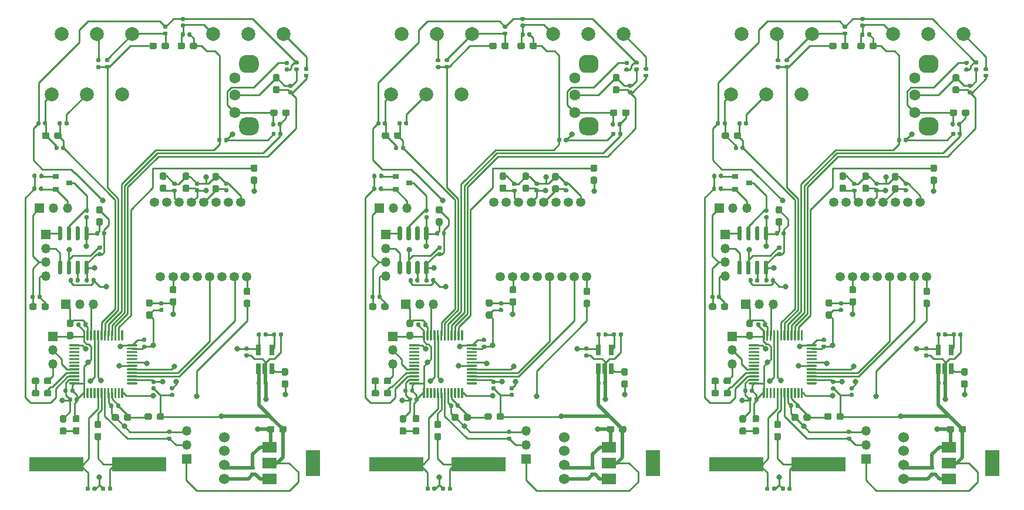
<source format=gbr>
%TF.GenerationSoftware,KiCad,Pcbnew,(5.1.6-0-10_14)*%
%TF.CreationDate,2020-11-03T23:38:41+01:00*%
%TF.ProjectId,panel_x3,70616e65-6c5f-4783-932e-6b696361645f,rev?*%
%TF.SameCoordinates,Original*%
%TF.FileFunction,Copper,L1,Top*%
%TF.FilePolarity,Positive*%
%FSLAX46Y46*%
G04 Gerber Fmt 4.6, Leading zero omitted, Abs format (unit mm)*
G04 Created by KiCad (PCBNEW (5.1.6-0-10_14)) date 2020-11-03 23:38:41*
%MOMM*%
%LPD*%
G01*
G04 APERTURE LIST*
%TA.AperFunction,SMDPad,CuDef*%
%ADD10R,0.650000X1.560000*%
%TD*%
%TA.AperFunction,ComponentPad*%
%ADD11O,1.350000X1.350000*%
%TD*%
%TA.AperFunction,ComponentPad*%
%ADD12R,1.350000X1.350000*%
%TD*%
%TA.AperFunction,ComponentPad*%
%ADD13C,1.524000*%
%TD*%
%TA.AperFunction,ComponentPad*%
%ADD14C,2.000000*%
%TD*%
%TA.AperFunction,SMDPad,CuDef*%
%ADD15R,7.875000X2.000000*%
%TD*%
%TA.AperFunction,ComponentPad*%
%ADD16C,1.600000*%
%TD*%
%TA.AperFunction,ComponentPad*%
%ADD17C,1.350000*%
%TD*%
%TA.AperFunction,SMDPad,CuDef*%
%ADD18R,2.000000X3.800000*%
%TD*%
%TA.AperFunction,SMDPad,CuDef*%
%ADD19R,2.000000X1.500000*%
%TD*%
%TA.AperFunction,SMDPad,CuDef*%
%ADD20R,0.900000X0.800000*%
%TD*%
%TA.AperFunction,ViaPad*%
%ADD21C,0.800000*%
%TD*%
%TA.AperFunction,Conductor*%
%ADD22C,0.250000*%
%TD*%
%TA.AperFunction,Conductor*%
%ADD23C,0.500000*%
%TD*%
G04 APERTURE END LIST*
%TO.P,R19,2*%
%TO.N,N/C*%
%TA.AperFunction,SMDPad,CuDef*%
G36*
G01*
X156347320Y-74998000D02*
X156347320Y-75343000D01*
G75*
G02*
X156199820Y-75490500I-147500J0D01*
G01*
X155904820Y-75490500D01*
G75*
G02*
X155757320Y-75343000I0J147500D01*
G01*
X155757320Y-74998000D01*
G75*
G02*
X155904820Y-74850500I147500J0D01*
G01*
X156199820Y-74850500D01*
G75*
G02*
X156347320Y-74998000I0J-147500D01*
G01*
G37*
%TD.AperFunction*%
%TO.P,R19,1*%
%TA.AperFunction,SMDPad,CuDef*%
G36*
G01*
X157317320Y-74998000D02*
X157317320Y-75343000D01*
G75*
G02*
X157169820Y-75490500I-147500J0D01*
G01*
X156874820Y-75490500D01*
G75*
G02*
X156727320Y-75343000I0J147500D01*
G01*
X156727320Y-74998000D01*
G75*
G02*
X156874820Y-74850500I147500J0D01*
G01*
X157169820Y-74850500D01*
G75*
G02*
X157317320Y-74998000I0J-147500D01*
G01*
G37*
%TD.AperFunction*%
%TD*%
%TO.P,R20,2*%
%TO.N,N/C*%
%TA.AperFunction,SMDPad,CuDef*%
G36*
G01*
X156760480Y-73511660D02*
X156760480Y-73166660D01*
G75*
G02*
X156907980Y-73019160I147500J0D01*
G01*
X157202980Y-73019160D01*
G75*
G02*
X157350480Y-73166660I0J-147500D01*
G01*
X157350480Y-73511660D01*
G75*
G02*
X157202980Y-73659160I-147500J0D01*
G01*
X156907980Y-73659160D01*
G75*
G02*
X156760480Y-73511660I0J147500D01*
G01*
G37*
%TD.AperFunction*%
%TO.P,R20,1*%
%TA.AperFunction,SMDPad,CuDef*%
G36*
G01*
X155790480Y-73511660D02*
X155790480Y-73166660D01*
G75*
G02*
X155937980Y-73019160I147500J0D01*
G01*
X156232980Y-73019160D01*
G75*
G02*
X156380480Y-73166660I0J-147500D01*
G01*
X156380480Y-73511660D01*
G75*
G02*
X156232980Y-73659160I-147500J0D01*
G01*
X155937980Y-73659160D01*
G75*
G02*
X155790480Y-73511660I0J147500D01*
G01*
G37*
%TD.AperFunction*%
%TD*%
%TO.P,R21,1*%
%TO.N,N/C*%
%TA.AperFunction,SMDPad,CuDef*%
G36*
G01*
X163427500Y-78020000D02*
X163772500Y-78020000D01*
G75*
G02*
X163920000Y-78167500I0J-147500D01*
G01*
X163920000Y-78462500D01*
G75*
G02*
X163772500Y-78610000I-147500J0D01*
G01*
X163427500Y-78610000D01*
G75*
G02*
X163280000Y-78462500I0J147500D01*
G01*
X163280000Y-78167500D01*
G75*
G02*
X163427500Y-78020000I147500J0D01*
G01*
G37*
%TD.AperFunction*%
%TO.P,R21,2*%
%TA.AperFunction,SMDPad,CuDef*%
G36*
G01*
X163427500Y-78990000D02*
X163772500Y-78990000D01*
G75*
G02*
X163920000Y-79137500I0J-147500D01*
G01*
X163920000Y-79432500D01*
G75*
G02*
X163772500Y-79580000I-147500J0D01*
G01*
X163427500Y-79580000D01*
G75*
G02*
X163280000Y-79432500I0J147500D01*
G01*
X163280000Y-79137500D01*
G75*
G02*
X163427500Y-78990000I147500J0D01*
G01*
G37*
%TD.AperFunction*%
%TD*%
D10*
%TO.P,U3,5*%
%TO.N,N/C*%
X188366020Y-98466960D03*
%TO.P,U3,4*%
X190266020Y-98466960D03*
%TO.P,U3,3*%
X190266020Y-101166960D03*
%TO.P,U3,2*%
X189316020Y-101166960D03*
%TO.P,U3,1*%
X188366020Y-101166960D03*
%TD*%
%TO.P,U5,1*%
%TO.N,N/C*%
%TA.AperFunction,SMDPad,CuDef*%
G36*
G01*
X163303500Y-105418000D02*
X163153500Y-105418000D01*
G75*
G02*
X163078500Y-105343000I0J75000D01*
G01*
X163078500Y-104018000D01*
G75*
G02*
X163153500Y-103943000I75000J0D01*
G01*
X163303500Y-103943000D01*
G75*
G02*
X163378500Y-104018000I0J-75000D01*
G01*
X163378500Y-105343000D01*
G75*
G02*
X163303500Y-105418000I-75000J0D01*
G01*
G37*
%TD.AperFunction*%
%TO.P,U5,2*%
%TA.AperFunction,SMDPad,CuDef*%
G36*
G01*
X163803500Y-105418000D02*
X163653500Y-105418000D01*
G75*
G02*
X163578500Y-105343000I0J75000D01*
G01*
X163578500Y-104018000D01*
G75*
G02*
X163653500Y-103943000I75000J0D01*
G01*
X163803500Y-103943000D01*
G75*
G02*
X163878500Y-104018000I0J-75000D01*
G01*
X163878500Y-105343000D01*
G75*
G02*
X163803500Y-105418000I-75000J0D01*
G01*
G37*
%TD.AperFunction*%
%TO.P,U5,3*%
%TA.AperFunction,SMDPad,CuDef*%
G36*
G01*
X164303500Y-105418000D02*
X164153500Y-105418000D01*
G75*
G02*
X164078500Y-105343000I0J75000D01*
G01*
X164078500Y-104018000D01*
G75*
G02*
X164153500Y-103943000I75000J0D01*
G01*
X164303500Y-103943000D01*
G75*
G02*
X164378500Y-104018000I0J-75000D01*
G01*
X164378500Y-105343000D01*
G75*
G02*
X164303500Y-105418000I-75000J0D01*
G01*
G37*
%TD.AperFunction*%
%TO.P,U5,4*%
%TA.AperFunction,SMDPad,CuDef*%
G36*
G01*
X164803500Y-105418000D02*
X164653500Y-105418000D01*
G75*
G02*
X164578500Y-105343000I0J75000D01*
G01*
X164578500Y-104018000D01*
G75*
G02*
X164653500Y-103943000I75000J0D01*
G01*
X164803500Y-103943000D01*
G75*
G02*
X164878500Y-104018000I0J-75000D01*
G01*
X164878500Y-105343000D01*
G75*
G02*
X164803500Y-105418000I-75000J0D01*
G01*
G37*
%TD.AperFunction*%
%TO.P,U5,5*%
%TA.AperFunction,SMDPad,CuDef*%
G36*
G01*
X165303500Y-105418000D02*
X165153500Y-105418000D01*
G75*
G02*
X165078500Y-105343000I0J75000D01*
G01*
X165078500Y-104018000D01*
G75*
G02*
X165153500Y-103943000I75000J0D01*
G01*
X165303500Y-103943000D01*
G75*
G02*
X165378500Y-104018000I0J-75000D01*
G01*
X165378500Y-105343000D01*
G75*
G02*
X165303500Y-105418000I-75000J0D01*
G01*
G37*
%TD.AperFunction*%
%TO.P,U5,6*%
%TA.AperFunction,SMDPad,CuDef*%
G36*
G01*
X165803500Y-105418000D02*
X165653500Y-105418000D01*
G75*
G02*
X165578500Y-105343000I0J75000D01*
G01*
X165578500Y-104018000D01*
G75*
G02*
X165653500Y-103943000I75000J0D01*
G01*
X165803500Y-103943000D01*
G75*
G02*
X165878500Y-104018000I0J-75000D01*
G01*
X165878500Y-105343000D01*
G75*
G02*
X165803500Y-105418000I-75000J0D01*
G01*
G37*
%TD.AperFunction*%
%TO.P,U5,7*%
%TA.AperFunction,SMDPad,CuDef*%
G36*
G01*
X166303500Y-105418000D02*
X166153500Y-105418000D01*
G75*
G02*
X166078500Y-105343000I0J75000D01*
G01*
X166078500Y-104018000D01*
G75*
G02*
X166153500Y-103943000I75000J0D01*
G01*
X166303500Y-103943000D01*
G75*
G02*
X166378500Y-104018000I0J-75000D01*
G01*
X166378500Y-105343000D01*
G75*
G02*
X166303500Y-105418000I-75000J0D01*
G01*
G37*
%TD.AperFunction*%
%TO.P,U5,8*%
%TA.AperFunction,SMDPad,CuDef*%
G36*
G01*
X166803500Y-105418000D02*
X166653500Y-105418000D01*
G75*
G02*
X166578500Y-105343000I0J75000D01*
G01*
X166578500Y-104018000D01*
G75*
G02*
X166653500Y-103943000I75000J0D01*
G01*
X166803500Y-103943000D01*
G75*
G02*
X166878500Y-104018000I0J-75000D01*
G01*
X166878500Y-105343000D01*
G75*
G02*
X166803500Y-105418000I-75000J0D01*
G01*
G37*
%TD.AperFunction*%
%TO.P,U5,9*%
%TA.AperFunction,SMDPad,CuDef*%
G36*
G01*
X167303500Y-105418000D02*
X167153500Y-105418000D01*
G75*
G02*
X167078500Y-105343000I0J75000D01*
G01*
X167078500Y-104018000D01*
G75*
G02*
X167153500Y-103943000I75000J0D01*
G01*
X167303500Y-103943000D01*
G75*
G02*
X167378500Y-104018000I0J-75000D01*
G01*
X167378500Y-105343000D01*
G75*
G02*
X167303500Y-105418000I-75000J0D01*
G01*
G37*
%TD.AperFunction*%
%TO.P,U5,10*%
%TA.AperFunction,SMDPad,CuDef*%
G36*
G01*
X167803500Y-105418000D02*
X167653500Y-105418000D01*
G75*
G02*
X167578500Y-105343000I0J75000D01*
G01*
X167578500Y-104018000D01*
G75*
G02*
X167653500Y-103943000I75000J0D01*
G01*
X167803500Y-103943000D01*
G75*
G02*
X167878500Y-104018000I0J-75000D01*
G01*
X167878500Y-105343000D01*
G75*
G02*
X167803500Y-105418000I-75000J0D01*
G01*
G37*
%TD.AperFunction*%
%TO.P,U5,11*%
%TA.AperFunction,SMDPad,CuDef*%
G36*
G01*
X168303500Y-105418000D02*
X168153500Y-105418000D01*
G75*
G02*
X168078500Y-105343000I0J75000D01*
G01*
X168078500Y-104018000D01*
G75*
G02*
X168153500Y-103943000I75000J0D01*
G01*
X168303500Y-103943000D01*
G75*
G02*
X168378500Y-104018000I0J-75000D01*
G01*
X168378500Y-105343000D01*
G75*
G02*
X168303500Y-105418000I-75000J0D01*
G01*
G37*
%TD.AperFunction*%
%TO.P,U5,12*%
%TA.AperFunction,SMDPad,CuDef*%
G36*
G01*
X168803500Y-105418000D02*
X168653500Y-105418000D01*
G75*
G02*
X168578500Y-105343000I0J75000D01*
G01*
X168578500Y-104018000D01*
G75*
G02*
X168653500Y-103943000I75000J0D01*
G01*
X168803500Y-103943000D01*
G75*
G02*
X168878500Y-104018000I0J-75000D01*
G01*
X168878500Y-105343000D01*
G75*
G02*
X168803500Y-105418000I-75000J0D01*
G01*
G37*
%TD.AperFunction*%
%TO.P,U5,13*%
%TA.AperFunction,SMDPad,CuDef*%
G36*
G01*
X170803500Y-103418000D02*
X169478500Y-103418000D01*
G75*
G02*
X169403500Y-103343000I0J75000D01*
G01*
X169403500Y-103193000D01*
G75*
G02*
X169478500Y-103118000I75000J0D01*
G01*
X170803500Y-103118000D01*
G75*
G02*
X170878500Y-103193000I0J-75000D01*
G01*
X170878500Y-103343000D01*
G75*
G02*
X170803500Y-103418000I-75000J0D01*
G01*
G37*
%TD.AperFunction*%
%TO.P,U5,14*%
%TA.AperFunction,SMDPad,CuDef*%
G36*
G01*
X170803500Y-102918000D02*
X169478500Y-102918000D01*
G75*
G02*
X169403500Y-102843000I0J75000D01*
G01*
X169403500Y-102693000D01*
G75*
G02*
X169478500Y-102618000I75000J0D01*
G01*
X170803500Y-102618000D01*
G75*
G02*
X170878500Y-102693000I0J-75000D01*
G01*
X170878500Y-102843000D01*
G75*
G02*
X170803500Y-102918000I-75000J0D01*
G01*
G37*
%TD.AperFunction*%
%TO.P,U5,15*%
%TA.AperFunction,SMDPad,CuDef*%
G36*
G01*
X170803500Y-102418000D02*
X169478500Y-102418000D01*
G75*
G02*
X169403500Y-102343000I0J75000D01*
G01*
X169403500Y-102193000D01*
G75*
G02*
X169478500Y-102118000I75000J0D01*
G01*
X170803500Y-102118000D01*
G75*
G02*
X170878500Y-102193000I0J-75000D01*
G01*
X170878500Y-102343000D01*
G75*
G02*
X170803500Y-102418000I-75000J0D01*
G01*
G37*
%TD.AperFunction*%
%TO.P,U5,16*%
%TA.AperFunction,SMDPad,CuDef*%
G36*
G01*
X170803500Y-101918000D02*
X169478500Y-101918000D01*
G75*
G02*
X169403500Y-101843000I0J75000D01*
G01*
X169403500Y-101693000D01*
G75*
G02*
X169478500Y-101618000I75000J0D01*
G01*
X170803500Y-101618000D01*
G75*
G02*
X170878500Y-101693000I0J-75000D01*
G01*
X170878500Y-101843000D01*
G75*
G02*
X170803500Y-101918000I-75000J0D01*
G01*
G37*
%TD.AperFunction*%
%TO.P,U5,17*%
%TA.AperFunction,SMDPad,CuDef*%
G36*
G01*
X170803500Y-101418000D02*
X169478500Y-101418000D01*
G75*
G02*
X169403500Y-101343000I0J75000D01*
G01*
X169403500Y-101193000D01*
G75*
G02*
X169478500Y-101118000I75000J0D01*
G01*
X170803500Y-101118000D01*
G75*
G02*
X170878500Y-101193000I0J-75000D01*
G01*
X170878500Y-101343000D01*
G75*
G02*
X170803500Y-101418000I-75000J0D01*
G01*
G37*
%TD.AperFunction*%
%TO.P,U5,18*%
%TA.AperFunction,SMDPad,CuDef*%
G36*
G01*
X170803500Y-100918000D02*
X169478500Y-100918000D01*
G75*
G02*
X169403500Y-100843000I0J75000D01*
G01*
X169403500Y-100693000D01*
G75*
G02*
X169478500Y-100618000I75000J0D01*
G01*
X170803500Y-100618000D01*
G75*
G02*
X170878500Y-100693000I0J-75000D01*
G01*
X170878500Y-100843000D01*
G75*
G02*
X170803500Y-100918000I-75000J0D01*
G01*
G37*
%TD.AperFunction*%
%TO.P,U5,19*%
%TA.AperFunction,SMDPad,CuDef*%
G36*
G01*
X170803500Y-100418000D02*
X169478500Y-100418000D01*
G75*
G02*
X169403500Y-100343000I0J75000D01*
G01*
X169403500Y-100193000D01*
G75*
G02*
X169478500Y-100118000I75000J0D01*
G01*
X170803500Y-100118000D01*
G75*
G02*
X170878500Y-100193000I0J-75000D01*
G01*
X170878500Y-100343000D01*
G75*
G02*
X170803500Y-100418000I-75000J0D01*
G01*
G37*
%TD.AperFunction*%
%TO.P,U5,20*%
%TA.AperFunction,SMDPad,CuDef*%
G36*
G01*
X170803500Y-99918000D02*
X169478500Y-99918000D01*
G75*
G02*
X169403500Y-99843000I0J75000D01*
G01*
X169403500Y-99693000D01*
G75*
G02*
X169478500Y-99618000I75000J0D01*
G01*
X170803500Y-99618000D01*
G75*
G02*
X170878500Y-99693000I0J-75000D01*
G01*
X170878500Y-99843000D01*
G75*
G02*
X170803500Y-99918000I-75000J0D01*
G01*
G37*
%TD.AperFunction*%
%TO.P,U5,21*%
%TA.AperFunction,SMDPad,CuDef*%
G36*
G01*
X170803500Y-99418000D02*
X169478500Y-99418000D01*
G75*
G02*
X169403500Y-99343000I0J75000D01*
G01*
X169403500Y-99193000D01*
G75*
G02*
X169478500Y-99118000I75000J0D01*
G01*
X170803500Y-99118000D01*
G75*
G02*
X170878500Y-99193000I0J-75000D01*
G01*
X170878500Y-99343000D01*
G75*
G02*
X170803500Y-99418000I-75000J0D01*
G01*
G37*
%TD.AperFunction*%
%TO.P,U5,22*%
%TA.AperFunction,SMDPad,CuDef*%
G36*
G01*
X170803500Y-98918000D02*
X169478500Y-98918000D01*
G75*
G02*
X169403500Y-98843000I0J75000D01*
G01*
X169403500Y-98693000D01*
G75*
G02*
X169478500Y-98618000I75000J0D01*
G01*
X170803500Y-98618000D01*
G75*
G02*
X170878500Y-98693000I0J-75000D01*
G01*
X170878500Y-98843000D01*
G75*
G02*
X170803500Y-98918000I-75000J0D01*
G01*
G37*
%TD.AperFunction*%
%TO.P,U5,23*%
%TA.AperFunction,SMDPad,CuDef*%
G36*
G01*
X170803500Y-98418000D02*
X169478500Y-98418000D01*
G75*
G02*
X169403500Y-98343000I0J75000D01*
G01*
X169403500Y-98193000D01*
G75*
G02*
X169478500Y-98118000I75000J0D01*
G01*
X170803500Y-98118000D01*
G75*
G02*
X170878500Y-98193000I0J-75000D01*
G01*
X170878500Y-98343000D01*
G75*
G02*
X170803500Y-98418000I-75000J0D01*
G01*
G37*
%TD.AperFunction*%
%TO.P,U5,24*%
%TA.AperFunction,SMDPad,CuDef*%
G36*
G01*
X170803500Y-97918000D02*
X169478500Y-97918000D01*
G75*
G02*
X169403500Y-97843000I0J75000D01*
G01*
X169403500Y-97693000D01*
G75*
G02*
X169478500Y-97618000I75000J0D01*
G01*
X170803500Y-97618000D01*
G75*
G02*
X170878500Y-97693000I0J-75000D01*
G01*
X170878500Y-97843000D01*
G75*
G02*
X170803500Y-97918000I-75000J0D01*
G01*
G37*
%TD.AperFunction*%
%TO.P,U5,25*%
%TA.AperFunction,SMDPad,CuDef*%
G36*
G01*
X168803500Y-97093000D02*
X168653500Y-97093000D01*
G75*
G02*
X168578500Y-97018000I0J75000D01*
G01*
X168578500Y-95693000D01*
G75*
G02*
X168653500Y-95618000I75000J0D01*
G01*
X168803500Y-95618000D01*
G75*
G02*
X168878500Y-95693000I0J-75000D01*
G01*
X168878500Y-97018000D01*
G75*
G02*
X168803500Y-97093000I-75000J0D01*
G01*
G37*
%TD.AperFunction*%
%TO.P,U5,26*%
%TA.AperFunction,SMDPad,CuDef*%
G36*
G01*
X168303500Y-97093000D02*
X168153500Y-97093000D01*
G75*
G02*
X168078500Y-97018000I0J75000D01*
G01*
X168078500Y-95693000D01*
G75*
G02*
X168153500Y-95618000I75000J0D01*
G01*
X168303500Y-95618000D01*
G75*
G02*
X168378500Y-95693000I0J-75000D01*
G01*
X168378500Y-97018000D01*
G75*
G02*
X168303500Y-97093000I-75000J0D01*
G01*
G37*
%TD.AperFunction*%
%TO.P,U5,27*%
%TA.AperFunction,SMDPad,CuDef*%
G36*
G01*
X167803500Y-97093000D02*
X167653500Y-97093000D01*
G75*
G02*
X167578500Y-97018000I0J75000D01*
G01*
X167578500Y-95693000D01*
G75*
G02*
X167653500Y-95618000I75000J0D01*
G01*
X167803500Y-95618000D01*
G75*
G02*
X167878500Y-95693000I0J-75000D01*
G01*
X167878500Y-97018000D01*
G75*
G02*
X167803500Y-97093000I-75000J0D01*
G01*
G37*
%TD.AperFunction*%
%TO.P,U5,28*%
%TA.AperFunction,SMDPad,CuDef*%
G36*
G01*
X167303500Y-97093000D02*
X167153500Y-97093000D01*
G75*
G02*
X167078500Y-97018000I0J75000D01*
G01*
X167078500Y-95693000D01*
G75*
G02*
X167153500Y-95618000I75000J0D01*
G01*
X167303500Y-95618000D01*
G75*
G02*
X167378500Y-95693000I0J-75000D01*
G01*
X167378500Y-97018000D01*
G75*
G02*
X167303500Y-97093000I-75000J0D01*
G01*
G37*
%TD.AperFunction*%
%TO.P,U5,29*%
%TA.AperFunction,SMDPad,CuDef*%
G36*
G01*
X166803500Y-97093000D02*
X166653500Y-97093000D01*
G75*
G02*
X166578500Y-97018000I0J75000D01*
G01*
X166578500Y-95693000D01*
G75*
G02*
X166653500Y-95618000I75000J0D01*
G01*
X166803500Y-95618000D01*
G75*
G02*
X166878500Y-95693000I0J-75000D01*
G01*
X166878500Y-97018000D01*
G75*
G02*
X166803500Y-97093000I-75000J0D01*
G01*
G37*
%TD.AperFunction*%
%TO.P,U5,30*%
%TA.AperFunction,SMDPad,CuDef*%
G36*
G01*
X166303500Y-97093000D02*
X166153500Y-97093000D01*
G75*
G02*
X166078500Y-97018000I0J75000D01*
G01*
X166078500Y-95693000D01*
G75*
G02*
X166153500Y-95618000I75000J0D01*
G01*
X166303500Y-95618000D01*
G75*
G02*
X166378500Y-95693000I0J-75000D01*
G01*
X166378500Y-97018000D01*
G75*
G02*
X166303500Y-97093000I-75000J0D01*
G01*
G37*
%TD.AperFunction*%
%TO.P,U5,31*%
%TA.AperFunction,SMDPad,CuDef*%
G36*
G01*
X165803500Y-97093000D02*
X165653500Y-97093000D01*
G75*
G02*
X165578500Y-97018000I0J75000D01*
G01*
X165578500Y-95693000D01*
G75*
G02*
X165653500Y-95618000I75000J0D01*
G01*
X165803500Y-95618000D01*
G75*
G02*
X165878500Y-95693000I0J-75000D01*
G01*
X165878500Y-97018000D01*
G75*
G02*
X165803500Y-97093000I-75000J0D01*
G01*
G37*
%TD.AperFunction*%
%TO.P,U5,32*%
%TA.AperFunction,SMDPad,CuDef*%
G36*
G01*
X165303500Y-97093000D02*
X165153500Y-97093000D01*
G75*
G02*
X165078500Y-97018000I0J75000D01*
G01*
X165078500Y-95693000D01*
G75*
G02*
X165153500Y-95618000I75000J0D01*
G01*
X165303500Y-95618000D01*
G75*
G02*
X165378500Y-95693000I0J-75000D01*
G01*
X165378500Y-97018000D01*
G75*
G02*
X165303500Y-97093000I-75000J0D01*
G01*
G37*
%TD.AperFunction*%
%TO.P,U5,33*%
%TA.AperFunction,SMDPad,CuDef*%
G36*
G01*
X164803500Y-97093000D02*
X164653500Y-97093000D01*
G75*
G02*
X164578500Y-97018000I0J75000D01*
G01*
X164578500Y-95693000D01*
G75*
G02*
X164653500Y-95618000I75000J0D01*
G01*
X164803500Y-95618000D01*
G75*
G02*
X164878500Y-95693000I0J-75000D01*
G01*
X164878500Y-97018000D01*
G75*
G02*
X164803500Y-97093000I-75000J0D01*
G01*
G37*
%TD.AperFunction*%
%TO.P,U5,34*%
%TA.AperFunction,SMDPad,CuDef*%
G36*
G01*
X164303500Y-97093000D02*
X164153500Y-97093000D01*
G75*
G02*
X164078500Y-97018000I0J75000D01*
G01*
X164078500Y-95693000D01*
G75*
G02*
X164153500Y-95618000I75000J0D01*
G01*
X164303500Y-95618000D01*
G75*
G02*
X164378500Y-95693000I0J-75000D01*
G01*
X164378500Y-97018000D01*
G75*
G02*
X164303500Y-97093000I-75000J0D01*
G01*
G37*
%TD.AperFunction*%
%TO.P,U5,35*%
%TA.AperFunction,SMDPad,CuDef*%
G36*
G01*
X163803500Y-97093000D02*
X163653500Y-97093000D01*
G75*
G02*
X163578500Y-97018000I0J75000D01*
G01*
X163578500Y-95693000D01*
G75*
G02*
X163653500Y-95618000I75000J0D01*
G01*
X163803500Y-95618000D01*
G75*
G02*
X163878500Y-95693000I0J-75000D01*
G01*
X163878500Y-97018000D01*
G75*
G02*
X163803500Y-97093000I-75000J0D01*
G01*
G37*
%TD.AperFunction*%
%TO.P,U5,36*%
%TA.AperFunction,SMDPad,CuDef*%
G36*
G01*
X163303500Y-97093000D02*
X163153500Y-97093000D01*
G75*
G02*
X163078500Y-97018000I0J75000D01*
G01*
X163078500Y-95693000D01*
G75*
G02*
X163153500Y-95618000I75000J0D01*
G01*
X163303500Y-95618000D01*
G75*
G02*
X163378500Y-95693000I0J-75000D01*
G01*
X163378500Y-97018000D01*
G75*
G02*
X163303500Y-97093000I-75000J0D01*
G01*
G37*
%TD.AperFunction*%
%TO.P,U5,37*%
%TA.AperFunction,SMDPad,CuDef*%
G36*
G01*
X162478500Y-97918000D02*
X161153500Y-97918000D01*
G75*
G02*
X161078500Y-97843000I0J75000D01*
G01*
X161078500Y-97693000D01*
G75*
G02*
X161153500Y-97618000I75000J0D01*
G01*
X162478500Y-97618000D01*
G75*
G02*
X162553500Y-97693000I0J-75000D01*
G01*
X162553500Y-97843000D01*
G75*
G02*
X162478500Y-97918000I-75000J0D01*
G01*
G37*
%TD.AperFunction*%
%TO.P,U5,38*%
%TA.AperFunction,SMDPad,CuDef*%
G36*
G01*
X162478500Y-98418000D02*
X161153500Y-98418000D01*
G75*
G02*
X161078500Y-98343000I0J75000D01*
G01*
X161078500Y-98193000D01*
G75*
G02*
X161153500Y-98118000I75000J0D01*
G01*
X162478500Y-98118000D01*
G75*
G02*
X162553500Y-98193000I0J-75000D01*
G01*
X162553500Y-98343000D01*
G75*
G02*
X162478500Y-98418000I-75000J0D01*
G01*
G37*
%TD.AperFunction*%
%TO.P,U5,39*%
%TA.AperFunction,SMDPad,CuDef*%
G36*
G01*
X162478500Y-98918000D02*
X161153500Y-98918000D01*
G75*
G02*
X161078500Y-98843000I0J75000D01*
G01*
X161078500Y-98693000D01*
G75*
G02*
X161153500Y-98618000I75000J0D01*
G01*
X162478500Y-98618000D01*
G75*
G02*
X162553500Y-98693000I0J-75000D01*
G01*
X162553500Y-98843000D01*
G75*
G02*
X162478500Y-98918000I-75000J0D01*
G01*
G37*
%TD.AperFunction*%
%TO.P,U5,40*%
%TA.AperFunction,SMDPad,CuDef*%
G36*
G01*
X162478500Y-99418000D02*
X161153500Y-99418000D01*
G75*
G02*
X161078500Y-99343000I0J75000D01*
G01*
X161078500Y-99193000D01*
G75*
G02*
X161153500Y-99118000I75000J0D01*
G01*
X162478500Y-99118000D01*
G75*
G02*
X162553500Y-99193000I0J-75000D01*
G01*
X162553500Y-99343000D01*
G75*
G02*
X162478500Y-99418000I-75000J0D01*
G01*
G37*
%TD.AperFunction*%
%TO.P,U5,41*%
%TA.AperFunction,SMDPad,CuDef*%
G36*
G01*
X162478500Y-99918000D02*
X161153500Y-99918000D01*
G75*
G02*
X161078500Y-99843000I0J75000D01*
G01*
X161078500Y-99693000D01*
G75*
G02*
X161153500Y-99618000I75000J0D01*
G01*
X162478500Y-99618000D01*
G75*
G02*
X162553500Y-99693000I0J-75000D01*
G01*
X162553500Y-99843000D01*
G75*
G02*
X162478500Y-99918000I-75000J0D01*
G01*
G37*
%TD.AperFunction*%
%TO.P,U5,42*%
%TA.AperFunction,SMDPad,CuDef*%
G36*
G01*
X162478500Y-100418000D02*
X161153500Y-100418000D01*
G75*
G02*
X161078500Y-100343000I0J75000D01*
G01*
X161078500Y-100193000D01*
G75*
G02*
X161153500Y-100118000I75000J0D01*
G01*
X162478500Y-100118000D01*
G75*
G02*
X162553500Y-100193000I0J-75000D01*
G01*
X162553500Y-100343000D01*
G75*
G02*
X162478500Y-100418000I-75000J0D01*
G01*
G37*
%TD.AperFunction*%
%TO.P,U5,43*%
%TA.AperFunction,SMDPad,CuDef*%
G36*
G01*
X162478500Y-100918000D02*
X161153500Y-100918000D01*
G75*
G02*
X161078500Y-100843000I0J75000D01*
G01*
X161078500Y-100693000D01*
G75*
G02*
X161153500Y-100618000I75000J0D01*
G01*
X162478500Y-100618000D01*
G75*
G02*
X162553500Y-100693000I0J-75000D01*
G01*
X162553500Y-100843000D01*
G75*
G02*
X162478500Y-100918000I-75000J0D01*
G01*
G37*
%TD.AperFunction*%
%TO.P,U5,44*%
%TA.AperFunction,SMDPad,CuDef*%
G36*
G01*
X162478500Y-101418000D02*
X161153500Y-101418000D01*
G75*
G02*
X161078500Y-101343000I0J75000D01*
G01*
X161078500Y-101193000D01*
G75*
G02*
X161153500Y-101118000I75000J0D01*
G01*
X162478500Y-101118000D01*
G75*
G02*
X162553500Y-101193000I0J-75000D01*
G01*
X162553500Y-101343000D01*
G75*
G02*
X162478500Y-101418000I-75000J0D01*
G01*
G37*
%TD.AperFunction*%
%TO.P,U5,45*%
%TA.AperFunction,SMDPad,CuDef*%
G36*
G01*
X162478500Y-101918000D02*
X161153500Y-101918000D01*
G75*
G02*
X161078500Y-101843000I0J75000D01*
G01*
X161078500Y-101693000D01*
G75*
G02*
X161153500Y-101618000I75000J0D01*
G01*
X162478500Y-101618000D01*
G75*
G02*
X162553500Y-101693000I0J-75000D01*
G01*
X162553500Y-101843000D01*
G75*
G02*
X162478500Y-101918000I-75000J0D01*
G01*
G37*
%TD.AperFunction*%
%TO.P,U5,46*%
%TA.AperFunction,SMDPad,CuDef*%
G36*
G01*
X162478500Y-102418000D02*
X161153500Y-102418000D01*
G75*
G02*
X161078500Y-102343000I0J75000D01*
G01*
X161078500Y-102193000D01*
G75*
G02*
X161153500Y-102118000I75000J0D01*
G01*
X162478500Y-102118000D01*
G75*
G02*
X162553500Y-102193000I0J-75000D01*
G01*
X162553500Y-102343000D01*
G75*
G02*
X162478500Y-102418000I-75000J0D01*
G01*
G37*
%TD.AperFunction*%
%TO.P,U5,47*%
%TA.AperFunction,SMDPad,CuDef*%
G36*
G01*
X162478500Y-102918000D02*
X161153500Y-102918000D01*
G75*
G02*
X161078500Y-102843000I0J75000D01*
G01*
X161078500Y-102693000D01*
G75*
G02*
X161153500Y-102618000I75000J0D01*
G01*
X162478500Y-102618000D01*
G75*
G02*
X162553500Y-102693000I0J-75000D01*
G01*
X162553500Y-102843000D01*
G75*
G02*
X162478500Y-102918000I-75000J0D01*
G01*
G37*
%TD.AperFunction*%
%TO.P,U5,48*%
%TA.AperFunction,SMDPad,CuDef*%
G36*
G01*
X162478500Y-103418000D02*
X161153500Y-103418000D01*
G75*
G02*
X161078500Y-103343000I0J75000D01*
G01*
X161078500Y-103193000D01*
G75*
G02*
X161153500Y-103118000I75000J0D01*
G01*
X162478500Y-103118000D01*
G75*
G02*
X162553500Y-103193000I0J-75000D01*
G01*
X162553500Y-103343000D01*
G75*
G02*
X162478500Y-103418000I-75000J0D01*
G01*
G37*
%TD.AperFunction*%
%TD*%
D11*
%TO.P,J4,3*%
%TO.N,N/C*%
X177980000Y-110183200D03*
%TO.P,J4,2*%
X177980000Y-112183200D03*
D12*
%TO.P,J4,1*%
X177980000Y-114183200D03*
%TD*%
%TO.P,R3,2*%
%TO.N,N/C*%
%TA.AperFunction,SMDPad,CuDef*%
G36*
G01*
X193138500Y-60577000D02*
X192793500Y-60577000D01*
G75*
G02*
X192646000Y-60429500I0J147500D01*
G01*
X192646000Y-60134500D01*
G75*
G02*
X192793500Y-59987000I147500J0D01*
G01*
X193138500Y-59987000D01*
G75*
G02*
X193286000Y-60134500I0J-147500D01*
G01*
X193286000Y-60429500D01*
G75*
G02*
X193138500Y-60577000I-147500J0D01*
G01*
G37*
%TD.AperFunction*%
%TO.P,R3,1*%
%TA.AperFunction,SMDPad,CuDef*%
G36*
G01*
X193138500Y-61547000D02*
X192793500Y-61547000D01*
G75*
G02*
X192646000Y-61399500I0J147500D01*
G01*
X192646000Y-61104500D01*
G75*
G02*
X192793500Y-60957000I147500J0D01*
G01*
X193138500Y-60957000D01*
G75*
G02*
X193286000Y-61104500I0J-147500D01*
G01*
X193286000Y-61399500D01*
G75*
G02*
X193138500Y-61547000I-147500J0D01*
G01*
G37*
%TD.AperFunction*%
%TD*%
%TO.P,R10,1*%
%TO.N,N/C*%
%TA.AperFunction,SMDPad,CuDef*%
G36*
G01*
X192408480Y-103900440D02*
X191933480Y-103900440D01*
G75*
G02*
X191695980Y-103662940I0J237500D01*
G01*
X191695980Y-103087940D01*
G75*
G02*
X191933480Y-102850440I237500J0D01*
G01*
X192408480Y-102850440D01*
G75*
G02*
X192645980Y-103087940I0J-237500D01*
G01*
X192645980Y-103662940D01*
G75*
G02*
X192408480Y-103900440I-237500J0D01*
G01*
G37*
%TD.AperFunction*%
%TO.P,R10,2*%
%TA.AperFunction,SMDPad,CuDef*%
G36*
G01*
X192408480Y-102150440D02*
X191933480Y-102150440D01*
G75*
G02*
X191695980Y-101912940I0J237500D01*
G01*
X191695980Y-101337940D01*
G75*
G02*
X191933480Y-101100440I237500J0D01*
G01*
X192408480Y-101100440D01*
G75*
G02*
X192645980Y-101337940I0J-237500D01*
G01*
X192645980Y-101912940D01*
G75*
G02*
X192408480Y-102150440I-237500J0D01*
G01*
G37*
%TD.AperFunction*%
%TD*%
%TO.P,C6,2*%
%TO.N,N/C*%
%TA.AperFunction,SMDPad,CuDef*%
G36*
G01*
X181958900Y-74655200D02*
X182433900Y-74655200D01*
G75*
G02*
X182671400Y-74892700I0J-237500D01*
G01*
X182671400Y-75467700D01*
G75*
G02*
X182433900Y-75705200I-237500J0D01*
G01*
X181958900Y-75705200D01*
G75*
G02*
X181721400Y-75467700I0J237500D01*
G01*
X181721400Y-74892700D01*
G75*
G02*
X181958900Y-74655200I237500J0D01*
G01*
G37*
%TD.AperFunction*%
%TO.P,C6,1*%
%TA.AperFunction,SMDPad,CuDef*%
G36*
G01*
X181958900Y-72905200D02*
X182433900Y-72905200D01*
G75*
G02*
X182671400Y-73142700I0J-237500D01*
G01*
X182671400Y-73717700D01*
G75*
G02*
X182433900Y-73955200I-237500J0D01*
G01*
X181958900Y-73955200D01*
G75*
G02*
X181721400Y-73717700I0J237500D01*
G01*
X181721400Y-73142700D01*
G75*
G02*
X181958900Y-72905200I237500J0D01*
G01*
G37*
%TD.AperFunction*%
%TD*%
%TO.P,C16,2*%
%TO.N,N/C*%
%TA.AperFunction,SMDPad,CuDef*%
G36*
G01*
X172870800Y-92191100D02*
X172395800Y-92191100D01*
G75*
G02*
X172158300Y-91953600I0J237500D01*
G01*
X172158300Y-91378600D01*
G75*
G02*
X172395800Y-91141100I237500J0D01*
G01*
X172870800Y-91141100D01*
G75*
G02*
X173108300Y-91378600I0J-237500D01*
G01*
X173108300Y-91953600D01*
G75*
G02*
X172870800Y-92191100I-237500J0D01*
G01*
G37*
%TD.AperFunction*%
%TO.P,C16,1*%
%TA.AperFunction,SMDPad,CuDef*%
G36*
G01*
X172870800Y-93941100D02*
X172395800Y-93941100D01*
G75*
G02*
X172158300Y-93703600I0J237500D01*
G01*
X172158300Y-93128600D01*
G75*
G02*
X172395800Y-92891100I237500J0D01*
G01*
X172870800Y-92891100D01*
G75*
G02*
X173108300Y-93128600I0J-237500D01*
G01*
X173108300Y-93703600D01*
G75*
G02*
X172870800Y-93941100I-237500J0D01*
G01*
G37*
%TD.AperFunction*%
%TD*%
%TO.P,C4,1*%
%TO.N,N/C*%
%TA.AperFunction,SMDPad,CuDef*%
G36*
G01*
X187332500Y-115181200D02*
X187677500Y-115181200D01*
G75*
G02*
X187825000Y-115328700I0J-147500D01*
G01*
X187825000Y-115623700D01*
G75*
G02*
X187677500Y-115771200I-147500J0D01*
G01*
X187332500Y-115771200D01*
G75*
G02*
X187185000Y-115623700I0J147500D01*
G01*
X187185000Y-115328700D01*
G75*
G02*
X187332500Y-115181200I147500J0D01*
G01*
G37*
%TD.AperFunction*%
%TO.P,C4,2*%
%TA.AperFunction,SMDPad,CuDef*%
G36*
G01*
X187332500Y-116151200D02*
X187677500Y-116151200D01*
G75*
G02*
X187825000Y-116298700I0J-147500D01*
G01*
X187825000Y-116593700D01*
G75*
G02*
X187677500Y-116741200I-147500J0D01*
G01*
X187332500Y-116741200D01*
G75*
G02*
X187185000Y-116593700I0J147500D01*
G01*
X187185000Y-116298700D01*
G75*
G02*
X187332500Y-116151200I147500J0D01*
G01*
G37*
%TD.AperFunction*%
%TD*%
%TO.P,C12,2*%
%TO.N,N/C*%
%TA.AperFunction,SMDPad,CuDef*%
G36*
G01*
X188706780Y-103070920D02*
X188706780Y-103415920D01*
G75*
G02*
X188559280Y-103563420I-147500J0D01*
G01*
X188264280Y-103563420D01*
G75*
G02*
X188116780Y-103415920I0J147500D01*
G01*
X188116780Y-103070920D01*
G75*
G02*
X188264280Y-102923420I147500J0D01*
G01*
X188559280Y-102923420D01*
G75*
G02*
X188706780Y-103070920I0J-147500D01*
G01*
G37*
%TD.AperFunction*%
%TO.P,C12,1*%
%TA.AperFunction,SMDPad,CuDef*%
G36*
G01*
X189676780Y-103070920D02*
X189676780Y-103415920D01*
G75*
G02*
X189529280Y-103563420I-147500J0D01*
G01*
X189234280Y-103563420D01*
G75*
G02*
X189086780Y-103415920I0J147500D01*
G01*
X189086780Y-103070920D01*
G75*
G02*
X189234280Y-102923420I147500J0D01*
G01*
X189529280Y-102923420D01*
G75*
G02*
X189676780Y-103070920I0J-147500D01*
G01*
G37*
%TD.AperFunction*%
%TD*%
%TO.P,C11,1*%
%TO.N,N/C*%
%TA.AperFunction,SMDPad,CuDef*%
G36*
G01*
X183990000Y-67960500D02*
X183990000Y-68305500D01*
G75*
G02*
X183842500Y-68453000I-147500J0D01*
G01*
X183547500Y-68453000D01*
G75*
G02*
X183400000Y-68305500I0J147500D01*
G01*
X183400000Y-67960500D01*
G75*
G02*
X183547500Y-67813000I147500J0D01*
G01*
X183842500Y-67813000D01*
G75*
G02*
X183990000Y-67960500I0J-147500D01*
G01*
G37*
%TD.AperFunction*%
%TO.P,C11,2*%
%TA.AperFunction,SMDPad,CuDef*%
G36*
G01*
X183020000Y-67960500D02*
X183020000Y-68305500D01*
G75*
G02*
X182872500Y-68453000I-147500J0D01*
G01*
X182577500Y-68453000D01*
G75*
G02*
X182430000Y-68305500I0J147500D01*
G01*
X182430000Y-67960500D01*
G75*
G02*
X182577500Y-67813000I147500J0D01*
G01*
X182872500Y-67813000D01*
G75*
G02*
X183020000Y-67960500I0J-147500D01*
G01*
G37*
%TD.AperFunction*%
%TD*%
%TO.P,C13,1*%
%TO.N,N/C*%
%TA.AperFunction,SMDPad,CuDef*%
G36*
G01*
X190258000Y-67416500D02*
X190258000Y-67071500D01*
G75*
G02*
X190405500Y-66924000I147500J0D01*
G01*
X190700500Y-66924000D01*
G75*
G02*
X190848000Y-67071500I0J-147500D01*
G01*
X190848000Y-67416500D01*
G75*
G02*
X190700500Y-67564000I-147500J0D01*
G01*
X190405500Y-67564000D01*
G75*
G02*
X190258000Y-67416500I0J147500D01*
G01*
G37*
%TD.AperFunction*%
%TO.P,C13,2*%
%TA.AperFunction,SMDPad,CuDef*%
G36*
G01*
X191228000Y-67416500D02*
X191228000Y-67071500D01*
G75*
G02*
X191375500Y-66924000I147500J0D01*
G01*
X191670500Y-66924000D01*
G75*
G02*
X191818000Y-67071500I0J-147500D01*
G01*
X191818000Y-67416500D01*
G75*
G02*
X191670500Y-67564000I-147500J0D01*
G01*
X191375500Y-67564000D01*
G75*
G02*
X191228000Y-67416500I0J147500D01*
G01*
G37*
%TD.AperFunction*%
%TD*%
%TO.P,C15,1*%
%TO.N,N/C*%
%TA.AperFunction,SMDPad,CuDef*%
G36*
G01*
X186824060Y-99540460D02*
X186479060Y-99540460D01*
G75*
G02*
X186331560Y-99392960I0J147500D01*
G01*
X186331560Y-99097960D01*
G75*
G02*
X186479060Y-98950460I147500J0D01*
G01*
X186824060Y-98950460D01*
G75*
G02*
X186971560Y-99097960I0J-147500D01*
G01*
X186971560Y-99392960D01*
G75*
G02*
X186824060Y-99540460I-147500J0D01*
G01*
G37*
%TD.AperFunction*%
%TO.P,C15,2*%
%TA.AperFunction,SMDPad,CuDef*%
G36*
G01*
X186824060Y-98570460D02*
X186479060Y-98570460D01*
G75*
G02*
X186331560Y-98422960I0J147500D01*
G01*
X186331560Y-98127960D01*
G75*
G02*
X186479060Y-97980460I147500J0D01*
G01*
X186824060Y-97980460D01*
G75*
G02*
X186971560Y-98127960I0J-147500D01*
G01*
X186971560Y-98422960D01*
G75*
G02*
X186824060Y-98570460I-147500J0D01*
G01*
G37*
%TD.AperFunction*%
%TD*%
%TO.P,C2,1*%
%TO.N,N/C*%
%TA.AperFunction,SMDPad,CuDef*%
G36*
G01*
X177679000Y-72843000D02*
X178154000Y-72843000D01*
G75*
G02*
X178391500Y-73080500I0J-237500D01*
G01*
X178391500Y-73655500D01*
G75*
G02*
X178154000Y-73893000I-237500J0D01*
G01*
X177679000Y-73893000D01*
G75*
G02*
X177441500Y-73655500I0J237500D01*
G01*
X177441500Y-73080500D01*
G75*
G02*
X177679000Y-72843000I237500J0D01*
G01*
G37*
%TD.AperFunction*%
%TO.P,C2,2*%
%TA.AperFunction,SMDPad,CuDef*%
G36*
G01*
X177679000Y-74593000D02*
X178154000Y-74593000D01*
G75*
G02*
X178391500Y-74830500I0J-237500D01*
G01*
X178391500Y-75405500D01*
G75*
G02*
X178154000Y-75643000I-237500J0D01*
G01*
X177679000Y-75643000D01*
G75*
G02*
X177441500Y-75405500I0J237500D01*
G01*
X177441500Y-74830500D01*
G75*
G02*
X177679000Y-74593000I237500J0D01*
G01*
G37*
%TD.AperFunction*%
%TD*%
D11*
%TO.P,J3,4*%
%TO.N,N/C*%
X157700000Y-87800000D03*
%TO.P,J3,3*%
X157700000Y-85800000D03*
%TO.P,J3,2*%
X157700000Y-83800000D03*
D12*
%TO.P,J3,1*%
X157700000Y-81800000D03*
%TD*%
%TO.P,C9,1*%
%TO.N,N/C*%
%TA.AperFunction,SMDPad,CuDef*%
G36*
G01*
X174377000Y-72829000D02*
X174852000Y-72829000D01*
G75*
G02*
X175089500Y-73066500I0J-237500D01*
G01*
X175089500Y-73641500D01*
G75*
G02*
X174852000Y-73879000I-237500J0D01*
G01*
X174377000Y-73879000D01*
G75*
G02*
X174139500Y-73641500I0J237500D01*
G01*
X174139500Y-73066500D01*
G75*
G02*
X174377000Y-72829000I237500J0D01*
G01*
G37*
%TD.AperFunction*%
%TO.P,C9,2*%
%TA.AperFunction,SMDPad,CuDef*%
G36*
G01*
X174377000Y-74579000D02*
X174852000Y-74579000D01*
G75*
G02*
X175089500Y-74816500I0J-237500D01*
G01*
X175089500Y-75391500D01*
G75*
G02*
X174852000Y-75629000I-237500J0D01*
G01*
X174377000Y-75629000D01*
G75*
G02*
X174139500Y-75391500I0J237500D01*
G01*
X174139500Y-74816500D01*
G75*
G02*
X174377000Y-74579000I237500J0D01*
G01*
G37*
%TD.AperFunction*%
%TD*%
%TO.P,C1,2*%
%TO.N,N/C*%
%TA.AperFunction,SMDPad,CuDef*%
G36*
G01*
X165107500Y-57297000D02*
X165452500Y-57297000D01*
G75*
G02*
X165600000Y-57444500I0J-147500D01*
G01*
X165600000Y-57739500D01*
G75*
G02*
X165452500Y-57887000I-147500J0D01*
G01*
X165107500Y-57887000D01*
G75*
G02*
X164960000Y-57739500I0J147500D01*
G01*
X164960000Y-57444500D01*
G75*
G02*
X165107500Y-57297000I147500J0D01*
G01*
G37*
%TD.AperFunction*%
%TO.P,C1,1*%
%TA.AperFunction,SMDPad,CuDef*%
G36*
G01*
X165107500Y-56327000D02*
X165452500Y-56327000D01*
G75*
G02*
X165600000Y-56474500I0J-147500D01*
G01*
X165600000Y-56769500D01*
G75*
G02*
X165452500Y-56917000I-147500J0D01*
G01*
X165107500Y-56917000D01*
G75*
G02*
X164960000Y-56769500I0J147500D01*
G01*
X164960000Y-56474500D01*
G75*
G02*
X165107500Y-56327000I147500J0D01*
G01*
G37*
%TD.AperFunction*%
%TD*%
D13*
%TO.P,J1,1*%
%TO.N,N/C*%
X183441000Y-117056200D03*
%TO.P,J1,4*%
X183441000Y-111056200D03*
%TO.P,J1,3*%
X183441000Y-113056200D03*
%TO.P,J1,2*%
X183441000Y-115056200D03*
%TD*%
%TO.P,U4,1*%
%TO.N,N/C*%
%TA.AperFunction,SMDPad,CuDef*%
G36*
G01*
X163415500Y-80637500D02*
X163715500Y-80637500D01*
G75*
G02*
X163865500Y-80787500I0J-150000D01*
G01*
X163865500Y-82437500D01*
G75*
G02*
X163715500Y-82587500I-150000J0D01*
G01*
X163415500Y-82587500D01*
G75*
G02*
X163265500Y-82437500I0J150000D01*
G01*
X163265500Y-80787500D01*
G75*
G02*
X163415500Y-80637500I150000J0D01*
G01*
G37*
%TD.AperFunction*%
%TO.P,U4,2*%
%TA.AperFunction,SMDPad,CuDef*%
G36*
G01*
X162145500Y-80637500D02*
X162445500Y-80637500D01*
G75*
G02*
X162595500Y-80787500I0J-150000D01*
G01*
X162595500Y-82437500D01*
G75*
G02*
X162445500Y-82587500I-150000J0D01*
G01*
X162145500Y-82587500D01*
G75*
G02*
X161995500Y-82437500I0J150000D01*
G01*
X161995500Y-80787500D01*
G75*
G02*
X162145500Y-80637500I150000J0D01*
G01*
G37*
%TD.AperFunction*%
%TO.P,U4,3*%
%TA.AperFunction,SMDPad,CuDef*%
G36*
G01*
X160875500Y-80637500D02*
X161175500Y-80637500D01*
G75*
G02*
X161325500Y-80787500I0J-150000D01*
G01*
X161325500Y-82437500D01*
G75*
G02*
X161175500Y-82587500I-150000J0D01*
G01*
X160875500Y-82587500D01*
G75*
G02*
X160725500Y-82437500I0J150000D01*
G01*
X160725500Y-80787500D01*
G75*
G02*
X160875500Y-80637500I150000J0D01*
G01*
G37*
%TD.AperFunction*%
%TO.P,U4,4*%
%TA.AperFunction,SMDPad,CuDef*%
G36*
G01*
X159605500Y-80637500D02*
X159905500Y-80637500D01*
G75*
G02*
X160055500Y-80787500I0J-150000D01*
G01*
X160055500Y-82437500D01*
G75*
G02*
X159905500Y-82587500I-150000J0D01*
G01*
X159605500Y-82587500D01*
G75*
G02*
X159455500Y-82437500I0J150000D01*
G01*
X159455500Y-80787500D01*
G75*
G02*
X159605500Y-80637500I150000J0D01*
G01*
G37*
%TD.AperFunction*%
%TO.P,U4,5*%
%TA.AperFunction,SMDPad,CuDef*%
G36*
G01*
X159605500Y-85587500D02*
X159905500Y-85587500D01*
G75*
G02*
X160055500Y-85737500I0J-150000D01*
G01*
X160055500Y-87387500D01*
G75*
G02*
X159905500Y-87537500I-150000J0D01*
G01*
X159605500Y-87537500D01*
G75*
G02*
X159455500Y-87387500I0J150000D01*
G01*
X159455500Y-85737500D01*
G75*
G02*
X159605500Y-85587500I150000J0D01*
G01*
G37*
%TD.AperFunction*%
%TO.P,U4,6*%
%TA.AperFunction,SMDPad,CuDef*%
G36*
G01*
X160875500Y-85587500D02*
X161175500Y-85587500D01*
G75*
G02*
X161325500Y-85737500I0J-150000D01*
G01*
X161325500Y-87387500D01*
G75*
G02*
X161175500Y-87537500I-150000J0D01*
G01*
X160875500Y-87537500D01*
G75*
G02*
X160725500Y-87387500I0J150000D01*
G01*
X160725500Y-85737500D01*
G75*
G02*
X160875500Y-85587500I150000J0D01*
G01*
G37*
%TD.AperFunction*%
%TO.P,U4,7*%
%TA.AperFunction,SMDPad,CuDef*%
G36*
G01*
X162145500Y-85587500D02*
X162445500Y-85587500D01*
G75*
G02*
X162595500Y-85737500I0J-150000D01*
G01*
X162595500Y-87387500D01*
G75*
G02*
X162445500Y-87537500I-150000J0D01*
G01*
X162145500Y-87537500D01*
G75*
G02*
X161995500Y-87387500I0J150000D01*
G01*
X161995500Y-85737500D01*
G75*
G02*
X162145500Y-85587500I150000J0D01*
G01*
G37*
%TD.AperFunction*%
%TO.P,U4,8*%
%TA.AperFunction,SMDPad,CuDef*%
G36*
G01*
X163415500Y-85587500D02*
X163715500Y-85587500D01*
G75*
G02*
X163865500Y-85737500I0J-150000D01*
G01*
X163865500Y-87387500D01*
G75*
G02*
X163715500Y-87537500I-150000J0D01*
G01*
X163415500Y-87537500D01*
G75*
G02*
X163265500Y-87387500I0J150000D01*
G01*
X163265500Y-85737500D01*
G75*
G02*
X163415500Y-85587500I150000J0D01*
G01*
G37*
%TD.AperFunction*%
%TD*%
%TO.P,C5,2*%
%TO.N,N/C*%
%TA.AperFunction,SMDPad,CuDef*%
G36*
G01*
X179331500Y-75117500D02*
X179676500Y-75117500D01*
G75*
G02*
X179824000Y-75265000I0J-147500D01*
G01*
X179824000Y-75560000D01*
G75*
G02*
X179676500Y-75707500I-147500J0D01*
G01*
X179331500Y-75707500D01*
G75*
G02*
X179184000Y-75560000I0J147500D01*
G01*
X179184000Y-75265000D01*
G75*
G02*
X179331500Y-75117500I147500J0D01*
G01*
G37*
%TD.AperFunction*%
%TO.P,C5,1*%
%TA.AperFunction,SMDPad,CuDef*%
G36*
G01*
X179331500Y-74147500D02*
X179676500Y-74147500D01*
G75*
G02*
X179824000Y-74295000I0J-147500D01*
G01*
X179824000Y-74590000D01*
G75*
G02*
X179676500Y-74737500I-147500J0D01*
G01*
X179331500Y-74737500D01*
G75*
G02*
X179184000Y-74590000I0J147500D01*
G01*
X179184000Y-74295000D01*
G75*
G02*
X179331500Y-74147500I147500J0D01*
G01*
G37*
%TD.AperFunction*%
%TD*%
D14*
%TO.P,SW2,1*%
%TO.N,N/C*%
X181840000Y-52850000D03*
%TO.P,SW2,2*%
X192000000Y-52850000D03*
%TO.P,SW2,3*%
X186920000Y-52850000D03*
%TD*%
D15*
%TO.P,Y1,2*%
%TO.N,N/C*%
X171122000Y-114932500D03*
%TO.P,Y1,1*%
X159247000Y-114932500D03*
%TD*%
%TO.P,SW3,*%
%TO.N,*%
%TA.AperFunction,ComponentPad*%
G36*
G01*
X187396000Y-58456000D02*
X186598000Y-58456000D01*
G75*
G02*
X185597000Y-57455000I0J1001000D01*
G01*
X185597000Y-56857000D01*
G75*
G02*
X186598000Y-55856000I1001000J0D01*
G01*
X187396000Y-55856000D01*
G75*
G02*
X188397000Y-56857000I0J-1001000D01*
G01*
X188397000Y-57455000D01*
G75*
G02*
X187396000Y-58456000I-1001000J0D01*
G01*
G37*
%TD.AperFunction*%
%TA.AperFunction,ComponentPad*%
G36*
G01*
X187396000Y-67456000D02*
X186598000Y-67456000D01*
G75*
G02*
X185597000Y-66455000I0J1001000D01*
G01*
X185597000Y-65857000D01*
G75*
G02*
X186598000Y-64856000I1001000J0D01*
G01*
X187396000Y-64856000D01*
G75*
G02*
X188397000Y-65857000I0J-1001000D01*
G01*
X188397000Y-66455000D01*
G75*
G02*
X187396000Y-67456000I-1001000J0D01*
G01*
G37*
%TD.AperFunction*%
D16*
%TO.P,SW3,3*%
%TO.N,N/C*%
X184997000Y-59156000D03*
%TO.P,SW3,2*%
X184997000Y-61656000D03*
%TO.P,SW3,1*%
X184997000Y-64156000D03*
%TD*%
%TO.P,C3,2*%
%TO.N,N/C*%
%TA.AperFunction,SMDPad,CuDef*%
G36*
G01*
X183547900Y-75104800D02*
X183892900Y-75104800D01*
G75*
G02*
X184040400Y-75252300I0J-147500D01*
G01*
X184040400Y-75547300D01*
G75*
G02*
X183892900Y-75694800I-147500J0D01*
G01*
X183547900Y-75694800D01*
G75*
G02*
X183400400Y-75547300I0J147500D01*
G01*
X183400400Y-75252300D01*
G75*
G02*
X183547900Y-75104800I147500J0D01*
G01*
G37*
%TD.AperFunction*%
%TO.P,C3,1*%
%TA.AperFunction,SMDPad,CuDef*%
G36*
G01*
X183547900Y-74134800D02*
X183892900Y-74134800D01*
G75*
G02*
X184040400Y-74282300I0J-147500D01*
G01*
X184040400Y-74577300D01*
G75*
G02*
X183892900Y-74724800I-147500J0D01*
G01*
X183547900Y-74724800D01*
G75*
G02*
X183400400Y-74577300I0J147500D01*
G01*
X183400400Y-74282300D01*
G75*
G02*
X183547900Y-74134800I147500J0D01*
G01*
G37*
%TD.AperFunction*%
%TD*%
%TO.P,C14,1*%
%TO.N,N/C*%
%TA.AperFunction,SMDPad,CuDef*%
G36*
G01*
X174520300Y-92994600D02*
X174175300Y-92994600D01*
G75*
G02*
X174027800Y-92847100I0J147500D01*
G01*
X174027800Y-92552100D01*
G75*
G02*
X174175300Y-92404600I147500J0D01*
G01*
X174520300Y-92404600D01*
G75*
G02*
X174667800Y-92552100I0J-147500D01*
G01*
X174667800Y-92847100D01*
G75*
G02*
X174520300Y-92994600I-147500J0D01*
G01*
G37*
%TD.AperFunction*%
%TO.P,C14,2*%
%TA.AperFunction,SMDPad,CuDef*%
G36*
G01*
X174520300Y-92024600D02*
X174175300Y-92024600D01*
G75*
G02*
X174027800Y-91877100I0J147500D01*
G01*
X174027800Y-91582100D01*
G75*
G02*
X174175300Y-91434600I147500J0D01*
G01*
X174520300Y-91434600D01*
G75*
G02*
X174667800Y-91582100I0J-147500D01*
G01*
X174667800Y-91877100D01*
G75*
G02*
X174520300Y-92024600I-147500J0D01*
G01*
G37*
%TD.AperFunction*%
%TD*%
%TO.P,C17,2*%
%TO.N,N/C*%
%TA.AperFunction,SMDPad,CuDef*%
G36*
G01*
X160010000Y-65547500D02*
X160010000Y-65892500D01*
G75*
G02*
X159862500Y-66040000I-147500J0D01*
G01*
X159567500Y-66040000D01*
G75*
G02*
X159420000Y-65892500I0J147500D01*
G01*
X159420000Y-65547500D01*
G75*
G02*
X159567500Y-65400000I147500J0D01*
G01*
X159862500Y-65400000D01*
G75*
G02*
X160010000Y-65547500I0J-147500D01*
G01*
G37*
%TD.AperFunction*%
%TO.P,C17,1*%
%TA.AperFunction,SMDPad,CuDef*%
G36*
G01*
X160980000Y-65547500D02*
X160980000Y-65892500D01*
G75*
G02*
X160832500Y-66040000I-147500J0D01*
G01*
X160537500Y-66040000D01*
G75*
G02*
X160390000Y-65892500I0J147500D01*
G01*
X160390000Y-65547500D01*
G75*
G02*
X160537500Y-65400000I147500J0D01*
G01*
X160832500Y-65400000D01*
G75*
G02*
X160980000Y-65547500I0J-147500D01*
G01*
G37*
%TD.AperFunction*%
%TD*%
%TO.P,C10,2*%
%TO.N,N/C*%
%TA.AperFunction,SMDPad,CuDef*%
G36*
G01*
X176093000Y-75140500D02*
X176438000Y-75140500D01*
G75*
G02*
X176585500Y-75288000I0J-147500D01*
G01*
X176585500Y-75583000D01*
G75*
G02*
X176438000Y-75730500I-147500J0D01*
G01*
X176093000Y-75730500D01*
G75*
G02*
X175945500Y-75583000I0J147500D01*
G01*
X175945500Y-75288000D01*
G75*
G02*
X176093000Y-75140500I147500J0D01*
G01*
G37*
%TD.AperFunction*%
%TO.P,C10,1*%
%TA.AperFunction,SMDPad,CuDef*%
G36*
G01*
X176093000Y-74170500D02*
X176438000Y-74170500D01*
G75*
G02*
X176585500Y-74318000I0J-147500D01*
G01*
X176585500Y-74613000D01*
G75*
G02*
X176438000Y-74760500I-147500J0D01*
G01*
X176093000Y-74760500D01*
G75*
G02*
X175945500Y-74613000I0J147500D01*
G01*
X175945500Y-74318000D01*
G75*
G02*
X176093000Y-74170500I147500J0D01*
G01*
G37*
%TD.AperFunction*%
%TD*%
%TO.P,C8,2*%
%TO.N,N/C*%
%TA.AperFunction,SMDPad,CuDef*%
G36*
G01*
X191357660Y-110145880D02*
X191357660Y-109670880D01*
G75*
G02*
X191595160Y-109433380I237500J0D01*
G01*
X192170160Y-109433380D01*
G75*
G02*
X192407660Y-109670880I0J-237500D01*
G01*
X192407660Y-110145880D01*
G75*
G02*
X192170160Y-110383380I-237500J0D01*
G01*
X191595160Y-110383380D01*
G75*
G02*
X191357660Y-110145880I0J237500D01*
G01*
G37*
%TD.AperFunction*%
%TO.P,C8,1*%
%TA.AperFunction,SMDPad,CuDef*%
G36*
G01*
X189607660Y-110145880D02*
X189607660Y-109670880D01*
G75*
G02*
X189845160Y-109433380I237500J0D01*
G01*
X190420160Y-109433380D01*
G75*
G02*
X190657660Y-109670880I0J-237500D01*
G01*
X190657660Y-110145880D01*
G75*
G02*
X190420160Y-110383380I-237500J0D01*
G01*
X189845160Y-110383380D01*
G75*
G02*
X189607660Y-110145880I0J237500D01*
G01*
G37*
%TD.AperFunction*%
%TD*%
%TO.P,C7,1*%
%TO.N,N/C*%
%TA.AperFunction,SMDPad,CuDef*%
G36*
G01*
X195079500Y-57574000D02*
X195424500Y-57574000D01*
G75*
G02*
X195572000Y-57721500I0J-147500D01*
G01*
X195572000Y-58016500D01*
G75*
G02*
X195424500Y-58164000I-147500J0D01*
G01*
X195079500Y-58164000D01*
G75*
G02*
X194932000Y-58016500I0J147500D01*
G01*
X194932000Y-57721500D01*
G75*
G02*
X195079500Y-57574000I147500J0D01*
G01*
G37*
%TD.AperFunction*%
%TO.P,C7,2*%
%TA.AperFunction,SMDPad,CuDef*%
G36*
G01*
X195079500Y-58544000D02*
X195424500Y-58544000D01*
G75*
G02*
X195572000Y-58691500I0J-147500D01*
G01*
X195572000Y-58986500D01*
G75*
G02*
X195424500Y-59134000I-147500J0D01*
G01*
X195079500Y-59134000D01*
G75*
G02*
X194932000Y-58986500I0J147500D01*
G01*
X194932000Y-58691500D01*
G75*
G02*
X195079500Y-58544000I147500J0D01*
G01*
G37*
%TD.AperFunction*%
%TD*%
D17*
%TO.P,U2,1*%
%TO.N,N/C*%
X173340000Y-77150000D03*
%TO.P,U2,2*%
X175120000Y-77150000D03*
%TO.P,U2,3*%
X176900000Y-77150000D03*
%TO.P,U2,4*%
X178680000Y-77150000D03*
%TO.P,U2,5*%
X180460000Y-77150000D03*
%TO.P,U2,6*%
X182240000Y-77150000D03*
%TO.P,U2,7*%
X184020000Y-77150000D03*
%TO.P,U2,8*%
X185800000Y-77150000D03*
%TO.P,U2,16*%
X174230000Y-87850000D03*
%TO.P,U2,15*%
X176050000Y-87850000D03*
%TO.P,U2,14*%
X177790000Y-87850000D03*
%TO.P,U2,13*%
X179570000Y-87850000D03*
%TO.P,U2,12*%
X181350000Y-87850000D03*
%TO.P,U2,11*%
X183130000Y-87850000D03*
%TO.P,U2,10*%
X184910000Y-87850000D03*
%TO.P,U2,9*%
X186690000Y-87850000D03*
%TD*%
D18*
%TO.P,U1,4*%
%TO.N,N/C*%
X196225220Y-114780100D03*
D19*
%TO.P,U1,2*%
X189925220Y-114780100D03*
%TO.P,U1,3*%
X189925220Y-117080100D03*
%TO.P,U1,1*%
X189925220Y-112480100D03*
%TD*%
D14*
%TO.P,SW4,3*%
%TO.N,N/C*%
X163600000Y-61550000D03*
%TO.P,SW4,2*%
X168680000Y-61550000D03*
%TO.P,SW4,1*%
X158520000Y-61550000D03*
%TD*%
%TO.P,SW1,1*%
%TO.N,N/C*%
X170180000Y-52850000D03*
%TO.P,SW1,2*%
X160020000Y-52850000D03*
%TO.P,SW1,3*%
X165100000Y-52850000D03*
%TD*%
%TO.P,R25,2*%
%TO.N,N/C*%
%TA.AperFunction,SMDPad,CuDef*%
G36*
G01*
X176069700Y-104290400D02*
X175724700Y-104290400D01*
G75*
G02*
X175577200Y-104142900I0J147500D01*
G01*
X175577200Y-103847900D01*
G75*
G02*
X175724700Y-103700400I147500J0D01*
G01*
X176069700Y-103700400D01*
G75*
G02*
X176217200Y-103847900I0J-147500D01*
G01*
X176217200Y-104142900D01*
G75*
G02*
X176069700Y-104290400I-147500J0D01*
G01*
G37*
%TD.AperFunction*%
%TO.P,R25,1*%
%TA.AperFunction,SMDPad,CuDef*%
G36*
G01*
X176069700Y-105260400D02*
X175724700Y-105260400D01*
G75*
G02*
X175577200Y-105112900I0J147500D01*
G01*
X175577200Y-104817900D01*
G75*
G02*
X175724700Y-104670400I147500J0D01*
G01*
X176069700Y-104670400D01*
G75*
G02*
X176217200Y-104817900I0J-147500D01*
G01*
X176217200Y-105112900D01*
G75*
G02*
X176069700Y-105260400I-147500J0D01*
G01*
G37*
%TD.AperFunction*%
%TD*%
%TO.P,R24,1*%
%TO.N,N/C*%
%TA.AperFunction,SMDPad,CuDef*%
G36*
G01*
X173428100Y-104323000D02*
X173083100Y-104323000D01*
G75*
G02*
X172935600Y-104175500I0J147500D01*
G01*
X172935600Y-103880500D01*
G75*
G02*
X173083100Y-103733000I147500J0D01*
G01*
X173428100Y-103733000D01*
G75*
G02*
X173575600Y-103880500I0J-147500D01*
G01*
X173575600Y-104175500D01*
G75*
G02*
X173428100Y-104323000I-147500J0D01*
G01*
G37*
%TD.AperFunction*%
%TO.P,R24,2*%
%TA.AperFunction,SMDPad,CuDef*%
G36*
G01*
X173428100Y-103353000D02*
X173083100Y-103353000D01*
G75*
G02*
X172935600Y-103205500I0J147500D01*
G01*
X172935600Y-102910500D01*
G75*
G02*
X173083100Y-102763000I147500J0D01*
G01*
X173428100Y-102763000D01*
G75*
G02*
X173575600Y-102910500I0J-147500D01*
G01*
X173575600Y-103205500D01*
G75*
G02*
X173428100Y-103353000I-147500J0D01*
G01*
G37*
%TD.AperFunction*%
%TD*%
%TO.P,R23,1*%
%TO.N,N/C*%
%TA.AperFunction,SMDPad,CuDef*%
G36*
G01*
X161020000Y-88572500D02*
X161020000Y-88227500D01*
G75*
G02*
X161167500Y-88080000I147500J0D01*
G01*
X161462500Y-88080000D01*
G75*
G02*
X161610000Y-88227500I0J-147500D01*
G01*
X161610000Y-88572500D01*
G75*
G02*
X161462500Y-88720000I-147500J0D01*
G01*
X161167500Y-88720000D01*
G75*
G02*
X161020000Y-88572500I0J147500D01*
G01*
G37*
%TD.AperFunction*%
%TO.P,R23,2*%
%TA.AperFunction,SMDPad,CuDef*%
G36*
G01*
X161990000Y-88572500D02*
X161990000Y-88227500D01*
G75*
G02*
X162137500Y-88080000I147500J0D01*
G01*
X162432500Y-88080000D01*
G75*
G02*
X162580000Y-88227500I0J-147500D01*
G01*
X162580000Y-88572500D01*
G75*
G02*
X162432500Y-88720000I-147500J0D01*
G01*
X162137500Y-88720000D01*
G75*
G02*
X161990000Y-88572500I0J147500D01*
G01*
G37*
%TD.AperFunction*%
%TD*%
%TO.P,R22,1*%
%TO.N,N/C*%
%TA.AperFunction,SMDPad,CuDef*%
G36*
G01*
X164979000Y-108692500D02*
X165454000Y-108692500D01*
G75*
G02*
X165691500Y-108930000I0J-237500D01*
G01*
X165691500Y-109505000D01*
G75*
G02*
X165454000Y-109742500I-237500J0D01*
G01*
X164979000Y-109742500D01*
G75*
G02*
X164741500Y-109505000I0J237500D01*
G01*
X164741500Y-108930000D01*
G75*
G02*
X164979000Y-108692500I237500J0D01*
G01*
G37*
%TD.AperFunction*%
%TO.P,R22,2*%
%TA.AperFunction,SMDPad,CuDef*%
G36*
G01*
X164979000Y-110442500D02*
X165454000Y-110442500D01*
G75*
G02*
X165691500Y-110680000I0J-237500D01*
G01*
X165691500Y-111255000D01*
G75*
G02*
X165454000Y-111492500I-237500J0D01*
G01*
X164979000Y-111492500D01*
G75*
G02*
X164741500Y-111255000I0J237500D01*
G01*
X164741500Y-110680000D01*
G75*
G02*
X164979000Y-110442500I237500J0D01*
G01*
G37*
%TD.AperFunction*%
%TD*%
%TO.P,R18,2*%
%TO.N,N/C*%
%TA.AperFunction,SMDPad,CuDef*%
G36*
G01*
X157452500Y-104946500D02*
X157452500Y-104471500D01*
G75*
G02*
X157690000Y-104234000I237500J0D01*
G01*
X158265000Y-104234000D01*
G75*
G02*
X158502500Y-104471500I0J-237500D01*
G01*
X158502500Y-104946500D01*
G75*
G02*
X158265000Y-105184000I-237500J0D01*
G01*
X157690000Y-105184000D01*
G75*
G02*
X157452500Y-104946500I0J237500D01*
G01*
G37*
%TD.AperFunction*%
%TO.P,R18,1*%
%TA.AperFunction,SMDPad,CuDef*%
G36*
G01*
X155702500Y-104946500D02*
X155702500Y-104471500D01*
G75*
G02*
X155940000Y-104234000I237500J0D01*
G01*
X156515000Y-104234000D01*
G75*
G02*
X156752500Y-104471500I0J-237500D01*
G01*
X156752500Y-104946500D01*
G75*
G02*
X156515000Y-105184000I-237500J0D01*
G01*
X155940000Y-105184000D01*
G75*
G02*
X155702500Y-104946500I0J237500D01*
G01*
G37*
%TD.AperFunction*%
%TD*%
%TO.P,R17,2*%
%TO.N,N/C*%
%TA.AperFunction,SMDPad,CuDef*%
G36*
G01*
X162317100Y-108905600D02*
X161842100Y-108905600D01*
G75*
G02*
X161604600Y-108668100I0J237500D01*
G01*
X161604600Y-108093100D01*
G75*
G02*
X161842100Y-107855600I237500J0D01*
G01*
X162317100Y-107855600D01*
G75*
G02*
X162554600Y-108093100I0J-237500D01*
G01*
X162554600Y-108668100D01*
G75*
G02*
X162317100Y-108905600I-237500J0D01*
G01*
G37*
%TD.AperFunction*%
%TO.P,R17,1*%
%TA.AperFunction,SMDPad,CuDef*%
G36*
G01*
X162317100Y-110655600D02*
X161842100Y-110655600D01*
G75*
G02*
X161604600Y-110418100I0J237500D01*
G01*
X161604600Y-109843100D01*
G75*
G02*
X161842100Y-109605600I237500J0D01*
G01*
X162317100Y-109605600D01*
G75*
G02*
X162554600Y-109843100I0J-237500D01*
G01*
X162554600Y-110418100D01*
G75*
G02*
X162317100Y-110655600I-237500J0D01*
G01*
G37*
%TD.AperFunction*%
%TD*%
%TO.P,R16,2*%
%TO.N,N/C*%
%TA.AperFunction,SMDPad,CuDef*%
G36*
G01*
X159525000Y-69103500D02*
X159525000Y-69448500D01*
G75*
G02*
X159377500Y-69596000I-147500J0D01*
G01*
X159082500Y-69596000D01*
G75*
G02*
X158935000Y-69448500I0J147500D01*
G01*
X158935000Y-69103500D01*
G75*
G02*
X159082500Y-68956000I147500J0D01*
G01*
X159377500Y-68956000D01*
G75*
G02*
X159525000Y-69103500I0J-147500D01*
G01*
G37*
%TD.AperFunction*%
%TO.P,R16,1*%
%TA.AperFunction,SMDPad,CuDef*%
G36*
G01*
X160495000Y-69103500D02*
X160495000Y-69448500D01*
G75*
G02*
X160347500Y-69596000I-147500J0D01*
G01*
X160052500Y-69596000D01*
G75*
G02*
X159905000Y-69448500I0J147500D01*
G01*
X159905000Y-69103500D01*
G75*
G02*
X160052500Y-68956000I147500J0D01*
G01*
X160347500Y-68956000D01*
G75*
G02*
X160495000Y-69103500I0J-147500D01*
G01*
G37*
%TD.AperFunction*%
%TD*%
%TO.P,R15,1*%
%TO.N,N/C*%
%TA.AperFunction,SMDPad,CuDef*%
G36*
G01*
X157909000Y-65547500D02*
X157909000Y-65892500D01*
G75*
G02*
X157761500Y-66040000I-147500J0D01*
G01*
X157466500Y-66040000D01*
G75*
G02*
X157319000Y-65892500I0J147500D01*
G01*
X157319000Y-65547500D01*
G75*
G02*
X157466500Y-65400000I147500J0D01*
G01*
X157761500Y-65400000D01*
G75*
G02*
X157909000Y-65547500I0J-147500D01*
G01*
G37*
%TD.AperFunction*%
%TO.P,R15,2*%
%TA.AperFunction,SMDPad,CuDef*%
G36*
G01*
X156939000Y-65547500D02*
X156939000Y-65892500D01*
G75*
G02*
X156791500Y-66040000I-147500J0D01*
G01*
X156496500Y-66040000D01*
G75*
G02*
X156349000Y-65892500I0J147500D01*
G01*
X156349000Y-65547500D01*
G75*
G02*
X156496500Y-65400000I147500J0D01*
G01*
X156791500Y-65400000D01*
G75*
G02*
X156939000Y-65547500I0J-147500D01*
G01*
G37*
%TD.AperFunction*%
%TD*%
%TO.P,R14,2*%
%TO.N,N/C*%
%TA.AperFunction,SMDPad,CuDef*%
G36*
G01*
X190929280Y-96060520D02*
X190929280Y-96405520D01*
G75*
G02*
X190781780Y-96553020I-147500J0D01*
G01*
X190486780Y-96553020D01*
G75*
G02*
X190339280Y-96405520I0J147500D01*
G01*
X190339280Y-96060520D01*
G75*
G02*
X190486780Y-95913020I147500J0D01*
G01*
X190781780Y-95913020D01*
G75*
G02*
X190929280Y-96060520I0J-147500D01*
G01*
G37*
%TD.AperFunction*%
%TO.P,R14,1*%
%TA.AperFunction,SMDPad,CuDef*%
G36*
G01*
X191899280Y-96060520D02*
X191899280Y-96405520D01*
G75*
G02*
X191751780Y-96553020I-147500J0D01*
G01*
X191456780Y-96553020D01*
G75*
G02*
X191309280Y-96405520I0J147500D01*
G01*
X191309280Y-96060520D01*
G75*
G02*
X191456780Y-95913020I147500J0D01*
G01*
X191751780Y-95913020D01*
G75*
G02*
X191899280Y-96060520I0J-147500D01*
G01*
G37*
%TD.AperFunction*%
%TD*%
%TO.P,R13,1*%
%TO.N,N/C*%
%TA.AperFunction,SMDPad,CuDef*%
G36*
G01*
X189692300Y-96060520D02*
X189692300Y-96405520D01*
G75*
G02*
X189544800Y-96553020I-147500J0D01*
G01*
X189249800Y-96553020D01*
G75*
G02*
X189102300Y-96405520I0J147500D01*
G01*
X189102300Y-96060520D01*
G75*
G02*
X189249800Y-95913020I147500J0D01*
G01*
X189544800Y-95913020D01*
G75*
G02*
X189692300Y-96060520I0J-147500D01*
G01*
G37*
%TD.AperFunction*%
%TO.P,R13,2*%
%TA.AperFunction,SMDPad,CuDef*%
G36*
G01*
X188722300Y-96060520D02*
X188722300Y-96405520D01*
G75*
G02*
X188574800Y-96553020I-147500J0D01*
G01*
X188279800Y-96553020D01*
G75*
G02*
X188132300Y-96405520I0J147500D01*
G01*
X188132300Y-96060520D01*
G75*
G02*
X188279800Y-95913020I147500J0D01*
G01*
X188574800Y-95913020D01*
G75*
G02*
X188722300Y-96060520I0J-147500D01*
G01*
G37*
%TD.AperFunction*%
%TD*%
%TO.P,R12,1*%
%TO.N,N/C*%
%TA.AperFunction,SMDPad,CuDef*%
G36*
G01*
X186480100Y-89466000D02*
X186955100Y-89466000D01*
G75*
G02*
X187192600Y-89703500I0J-237500D01*
G01*
X187192600Y-90278500D01*
G75*
G02*
X186955100Y-90516000I-237500J0D01*
G01*
X186480100Y-90516000D01*
G75*
G02*
X186242600Y-90278500I0J237500D01*
G01*
X186242600Y-89703500D01*
G75*
G02*
X186480100Y-89466000I237500J0D01*
G01*
G37*
%TD.AperFunction*%
%TO.P,R12,2*%
%TA.AperFunction,SMDPad,CuDef*%
G36*
G01*
X186480100Y-91216000D02*
X186955100Y-91216000D01*
G75*
G02*
X187192600Y-91453500I0J-237500D01*
G01*
X187192600Y-92028500D01*
G75*
G02*
X186955100Y-92266000I-237500J0D01*
G01*
X186480100Y-92266000D01*
G75*
G02*
X186242600Y-92028500I0J237500D01*
G01*
X186242600Y-91453500D01*
G75*
G02*
X186480100Y-91216000I237500J0D01*
G01*
G37*
%TD.AperFunction*%
%TD*%
%TO.P,R1,2*%
%TO.N,N/C*%
%TA.AperFunction,SMDPad,CuDef*%
G36*
G01*
X175104500Y-52068000D02*
X174759500Y-52068000D01*
G75*
G02*
X174612000Y-51920500I0J147500D01*
G01*
X174612000Y-51625500D01*
G75*
G02*
X174759500Y-51478000I147500J0D01*
G01*
X175104500Y-51478000D01*
G75*
G02*
X175252000Y-51625500I0J-147500D01*
G01*
X175252000Y-51920500D01*
G75*
G02*
X175104500Y-52068000I-147500J0D01*
G01*
G37*
%TD.AperFunction*%
%TO.P,R1,1*%
%TA.AperFunction,SMDPad,CuDef*%
G36*
G01*
X175104500Y-53038000D02*
X174759500Y-53038000D01*
G75*
G02*
X174612000Y-52890500I0J147500D01*
G01*
X174612000Y-52595500D01*
G75*
G02*
X174759500Y-52448000I147500J0D01*
G01*
X175104500Y-52448000D01*
G75*
G02*
X175252000Y-52595500I0J-147500D01*
G01*
X175252000Y-52890500D01*
G75*
G02*
X175104500Y-53038000I-147500J0D01*
G01*
G37*
%TD.AperFunction*%
%TD*%
D20*
%TO.P,Q1,3*%
%TO.N,N/C*%
X161128880Y-74329760D03*
%TO.P,Q1,2*%
X159128880Y-75279760D03*
%TO.P,Q1,1*%
X159128880Y-73379760D03*
%TD*%
%TO.P,FB1,2*%
%TO.N,N/C*%
%TA.AperFunction,SMDPad,CuDef*%
G36*
G01*
X173007200Y-107844620D02*
X173007200Y-108319620D01*
G75*
G02*
X172769700Y-108557120I-237500J0D01*
G01*
X172194700Y-108557120D01*
G75*
G02*
X171957200Y-108319620I0J237500D01*
G01*
X171957200Y-107844620D01*
G75*
G02*
X172194700Y-107607120I237500J0D01*
G01*
X172769700Y-107607120D01*
G75*
G02*
X173007200Y-107844620I0J-237500D01*
G01*
G37*
%TD.AperFunction*%
%TO.P,FB1,1*%
%TA.AperFunction,SMDPad,CuDef*%
G36*
G01*
X174757200Y-107844620D02*
X174757200Y-108319620D01*
G75*
G02*
X174519700Y-108557120I-237500J0D01*
G01*
X173944700Y-108557120D01*
G75*
G02*
X173707200Y-108319620I0J237500D01*
G01*
X173707200Y-107844620D01*
G75*
G02*
X173944700Y-107607120I237500J0D01*
G01*
X174519700Y-107607120D01*
G75*
G02*
X174757200Y-107844620I0J-237500D01*
G01*
G37*
%TD.AperFunction*%
%TD*%
%TO.P,D7,2*%
%TO.N,N/C*%
%TA.AperFunction,SMDPad,CuDef*%
G36*
G01*
X156738500Y-102693500D02*
X156738500Y-103168500D01*
G75*
G02*
X156501000Y-103406000I-237500J0D01*
G01*
X155926000Y-103406000D01*
G75*
G02*
X155688500Y-103168500I0J237500D01*
G01*
X155688500Y-102693500D01*
G75*
G02*
X155926000Y-102456000I237500J0D01*
G01*
X156501000Y-102456000D01*
G75*
G02*
X156738500Y-102693500I0J-237500D01*
G01*
G37*
%TD.AperFunction*%
%TO.P,D7,1*%
%TA.AperFunction,SMDPad,CuDef*%
G36*
G01*
X158488500Y-102693500D02*
X158488500Y-103168500D01*
G75*
G02*
X158251000Y-103406000I-237500J0D01*
G01*
X157676000Y-103406000D01*
G75*
G02*
X157438500Y-103168500I0J237500D01*
G01*
X157438500Y-102693500D01*
G75*
G02*
X157676000Y-102456000I237500J0D01*
G01*
X158251000Y-102456000D01*
G75*
G02*
X158488500Y-102693500I0J-237500D01*
G01*
G37*
%TD.AperFunction*%
%TD*%
%TO.P,D6,1*%
%TO.N,N/C*%
%TA.AperFunction,SMDPad,CuDef*%
G36*
G01*
X159962500Y-107895000D02*
X160437500Y-107895000D01*
G75*
G02*
X160675000Y-108132500I0J-237500D01*
G01*
X160675000Y-108707500D01*
G75*
G02*
X160437500Y-108945000I-237500J0D01*
G01*
X159962500Y-108945000D01*
G75*
G02*
X159725000Y-108707500I0J237500D01*
G01*
X159725000Y-108132500D01*
G75*
G02*
X159962500Y-107895000I237500J0D01*
G01*
G37*
%TD.AperFunction*%
%TO.P,D6,2*%
%TA.AperFunction,SMDPad,CuDef*%
G36*
G01*
X159962500Y-109645000D02*
X160437500Y-109645000D01*
G75*
G02*
X160675000Y-109882500I0J-237500D01*
G01*
X160675000Y-110457500D01*
G75*
G02*
X160437500Y-110695000I-237500J0D01*
G01*
X159962500Y-110695000D01*
G75*
G02*
X159725000Y-110457500I0J237500D01*
G01*
X159725000Y-109882500D01*
G75*
G02*
X159962500Y-109645000I237500J0D01*
G01*
G37*
%TD.AperFunction*%
%TD*%
%TO.P,D5,2*%
%TO.N,N/C*%
%TA.AperFunction,SMDPad,CuDef*%
G36*
G01*
X158213000Y-67260500D02*
X158213000Y-67735500D01*
G75*
G02*
X157975500Y-67973000I-237500J0D01*
G01*
X157400500Y-67973000D01*
G75*
G02*
X157163000Y-67735500I0J237500D01*
G01*
X157163000Y-67260500D01*
G75*
G02*
X157400500Y-67023000I237500J0D01*
G01*
X157975500Y-67023000D01*
G75*
G02*
X158213000Y-67260500I0J-237500D01*
G01*
G37*
%TD.AperFunction*%
%TO.P,D5,1*%
%TA.AperFunction,SMDPad,CuDef*%
G36*
G01*
X159963000Y-67260500D02*
X159963000Y-67735500D01*
G75*
G02*
X159725500Y-67973000I-237500J0D01*
G01*
X159150500Y-67973000D01*
G75*
G02*
X158913000Y-67735500I0J237500D01*
G01*
X158913000Y-67260500D01*
G75*
G02*
X159150500Y-67023000I237500J0D01*
G01*
X159725500Y-67023000D01*
G75*
G02*
X159963000Y-67260500I0J-237500D01*
G01*
G37*
%TD.AperFunction*%
%TD*%
%TO.P,D4,2*%
%TO.N,N/C*%
%TA.AperFunction,SMDPad,CuDef*%
G36*
G01*
X191106000Y-63958500D02*
X191106000Y-64433500D01*
G75*
G02*
X190868500Y-64671000I-237500J0D01*
G01*
X190293500Y-64671000D01*
G75*
G02*
X190056000Y-64433500I0J237500D01*
G01*
X190056000Y-63958500D01*
G75*
G02*
X190293500Y-63721000I237500J0D01*
G01*
X190868500Y-63721000D01*
G75*
G02*
X191106000Y-63958500I0J-237500D01*
G01*
G37*
%TD.AperFunction*%
%TO.P,D4,1*%
%TA.AperFunction,SMDPad,CuDef*%
G36*
G01*
X192856000Y-63958500D02*
X192856000Y-64433500D01*
G75*
G02*
X192618500Y-64671000I-237500J0D01*
G01*
X192043500Y-64671000D01*
G75*
G02*
X191806000Y-64433500I0J237500D01*
G01*
X191806000Y-63958500D01*
G75*
G02*
X192043500Y-63721000I237500J0D01*
G01*
X192618500Y-63721000D01*
G75*
G02*
X192856000Y-63958500I0J-237500D01*
G01*
G37*
%TD.AperFunction*%
%TD*%
%TO.P,D3,1*%
%TO.N,N/C*%
%TA.AperFunction,SMDPad,CuDef*%
G36*
G01*
X179521000Y-54306500D02*
X179521000Y-54781500D01*
G75*
G02*
X179283500Y-55019000I-237500J0D01*
G01*
X178708500Y-55019000D01*
G75*
G02*
X178471000Y-54781500I0J237500D01*
G01*
X178471000Y-54306500D01*
G75*
G02*
X178708500Y-54069000I237500J0D01*
G01*
X179283500Y-54069000D01*
G75*
G02*
X179521000Y-54306500I0J-237500D01*
G01*
G37*
%TD.AperFunction*%
%TO.P,D3,2*%
%TA.AperFunction,SMDPad,CuDef*%
G36*
G01*
X177771000Y-54306500D02*
X177771000Y-54781500D01*
G75*
G02*
X177533500Y-55019000I-237500J0D01*
G01*
X176958500Y-55019000D01*
G75*
G02*
X176721000Y-54781500I0J237500D01*
G01*
X176721000Y-54306500D01*
G75*
G02*
X176958500Y-54069000I237500J0D01*
G01*
X177533500Y-54069000D01*
G75*
G02*
X177771000Y-54306500I0J-237500D01*
G01*
G37*
%TD.AperFunction*%
%TD*%
%TO.P,D2,2*%
%TO.N,N/C*%
%TA.AperFunction,SMDPad,CuDef*%
G36*
G01*
X191171500Y-59655000D02*
X190696500Y-59655000D01*
G75*
G02*
X190459000Y-59417500I0J237500D01*
G01*
X190459000Y-58842500D01*
G75*
G02*
X190696500Y-58605000I237500J0D01*
G01*
X191171500Y-58605000D01*
G75*
G02*
X191409000Y-58842500I0J-237500D01*
G01*
X191409000Y-59417500D01*
G75*
G02*
X191171500Y-59655000I-237500J0D01*
G01*
G37*
%TD.AperFunction*%
%TO.P,D2,1*%
%TA.AperFunction,SMDPad,CuDef*%
G36*
G01*
X191171500Y-61405000D02*
X190696500Y-61405000D01*
G75*
G02*
X190459000Y-61167500I0J237500D01*
G01*
X190459000Y-60592500D01*
G75*
G02*
X190696500Y-60355000I237500J0D01*
G01*
X191171500Y-60355000D01*
G75*
G02*
X191409000Y-60592500I0J-237500D01*
G01*
X191409000Y-61167500D01*
G75*
G02*
X191171500Y-61405000I-237500J0D01*
G01*
G37*
%TD.AperFunction*%
%TD*%
%TO.P,D1,1*%
%TO.N,N/C*%
%TA.AperFunction,SMDPad,CuDef*%
G36*
G01*
X172657000Y-54781500D02*
X172657000Y-54306500D01*
G75*
G02*
X172894500Y-54069000I237500J0D01*
G01*
X173469500Y-54069000D01*
G75*
G02*
X173707000Y-54306500I0J-237500D01*
G01*
X173707000Y-54781500D01*
G75*
G02*
X173469500Y-55019000I-237500J0D01*
G01*
X172894500Y-55019000D01*
G75*
G02*
X172657000Y-54781500I0J237500D01*
G01*
G37*
%TD.AperFunction*%
%TO.P,D1,2*%
%TA.AperFunction,SMDPad,CuDef*%
G36*
G01*
X174407000Y-54781500D02*
X174407000Y-54306500D01*
G75*
G02*
X174644500Y-54069000I237500J0D01*
G01*
X175219500Y-54069000D01*
G75*
G02*
X175457000Y-54306500I0J-237500D01*
G01*
X175457000Y-54781500D01*
G75*
G02*
X175219500Y-55019000I-237500J0D01*
G01*
X174644500Y-55019000D01*
G75*
G02*
X174407000Y-54781500I0J237500D01*
G01*
G37*
%TD.AperFunction*%
%TD*%
%TO.P,C31,1*%
%TO.N,N/C*%
%TA.AperFunction,SMDPad,CuDef*%
G36*
G01*
X170001080Y-107961460D02*
X170001080Y-108436460D01*
G75*
G02*
X169763580Y-108673960I-237500J0D01*
G01*
X169188580Y-108673960D01*
G75*
G02*
X168951080Y-108436460I0J237500D01*
G01*
X168951080Y-107961460D01*
G75*
G02*
X169188580Y-107723960I237500J0D01*
G01*
X169763580Y-107723960D01*
G75*
G02*
X170001080Y-107961460I0J-237500D01*
G01*
G37*
%TD.AperFunction*%
%TO.P,C31,2*%
%TA.AperFunction,SMDPad,CuDef*%
G36*
G01*
X168251080Y-107961460D02*
X168251080Y-108436460D01*
G75*
G02*
X168013580Y-108673960I-237500J0D01*
G01*
X167438580Y-108673960D01*
G75*
G02*
X167201080Y-108436460I0J237500D01*
G01*
X167201080Y-107961460D01*
G75*
G02*
X167438580Y-107723960I237500J0D01*
G01*
X168013580Y-107723960D01*
G75*
G02*
X168251080Y-107961460I0J-237500D01*
G01*
G37*
%TD.AperFunction*%
%TD*%
%TO.P,C30,1*%
%TO.N,N/C*%
%TA.AperFunction,SMDPad,CuDef*%
G36*
G01*
X168419800Y-106350060D02*
X168419800Y-106695060D01*
G75*
G02*
X168272300Y-106842560I-147500J0D01*
G01*
X167977300Y-106842560D01*
G75*
G02*
X167829800Y-106695060I0J147500D01*
G01*
X167829800Y-106350060D01*
G75*
G02*
X167977300Y-106202560I147500J0D01*
G01*
X168272300Y-106202560D01*
G75*
G02*
X168419800Y-106350060I0J-147500D01*
G01*
G37*
%TD.AperFunction*%
%TO.P,C30,2*%
%TA.AperFunction,SMDPad,CuDef*%
G36*
G01*
X167449800Y-106350060D02*
X167449800Y-106695060D01*
G75*
G02*
X167302300Y-106842560I-147500J0D01*
G01*
X167007300Y-106842560D01*
G75*
G02*
X166859800Y-106695060I0J147500D01*
G01*
X166859800Y-106350060D01*
G75*
G02*
X167007300Y-106202560I147500J0D01*
G01*
X167302300Y-106202560D01*
G75*
G02*
X167449800Y-106350060I0J-147500D01*
G01*
G37*
%TD.AperFunction*%
%TD*%
%TO.P,C29,1*%
%TO.N,N/C*%
%TA.AperFunction,SMDPad,CuDef*%
G36*
G01*
X171711500Y-96713000D02*
X172056500Y-96713000D01*
G75*
G02*
X172204000Y-96860500I0J-147500D01*
G01*
X172204000Y-97155500D01*
G75*
G02*
X172056500Y-97303000I-147500J0D01*
G01*
X171711500Y-97303000D01*
G75*
G02*
X171564000Y-97155500I0J147500D01*
G01*
X171564000Y-96860500D01*
G75*
G02*
X171711500Y-96713000I147500J0D01*
G01*
G37*
%TD.AperFunction*%
%TO.P,C29,2*%
%TA.AperFunction,SMDPad,CuDef*%
G36*
G01*
X171711500Y-97683000D02*
X172056500Y-97683000D01*
G75*
G02*
X172204000Y-97830500I0J-147500D01*
G01*
X172204000Y-98125500D01*
G75*
G02*
X172056500Y-98273000I-147500J0D01*
G01*
X171711500Y-98273000D01*
G75*
G02*
X171564000Y-98125500I0J147500D01*
G01*
X171564000Y-97830500D01*
G75*
G02*
X171711500Y-97683000I147500J0D01*
G01*
G37*
%TD.AperFunction*%
%TD*%
%TO.P,C28,2*%
%TO.N,N/C*%
%TA.AperFunction,SMDPad,CuDef*%
G36*
G01*
X161493500Y-105425500D02*
X161493500Y-105770500D01*
G75*
G02*
X161346000Y-105918000I-147500J0D01*
G01*
X161051000Y-105918000D01*
G75*
G02*
X160903500Y-105770500I0J147500D01*
G01*
X160903500Y-105425500D01*
G75*
G02*
X161051000Y-105278000I147500J0D01*
G01*
X161346000Y-105278000D01*
G75*
G02*
X161493500Y-105425500I0J-147500D01*
G01*
G37*
%TD.AperFunction*%
%TO.P,C28,1*%
%TA.AperFunction,SMDPad,CuDef*%
G36*
G01*
X162463500Y-105425500D02*
X162463500Y-105770500D01*
G75*
G02*
X162316000Y-105918000I-147500J0D01*
G01*
X162021000Y-105918000D01*
G75*
G02*
X161873500Y-105770500I0J147500D01*
G01*
X161873500Y-105425500D01*
G75*
G02*
X162021000Y-105278000I147500J0D01*
G01*
X162316000Y-105278000D01*
G75*
G02*
X162463500Y-105425500I0J-147500D01*
G01*
G37*
%TD.AperFunction*%
%TD*%
%TO.P,C27,1*%
%TO.N,N/C*%
%TA.AperFunction,SMDPad,CuDef*%
G36*
G01*
X162135000Y-94972500D02*
X162135000Y-94627500D01*
G75*
G02*
X162282500Y-94480000I147500J0D01*
G01*
X162577500Y-94480000D01*
G75*
G02*
X162725000Y-94627500I0J-147500D01*
G01*
X162725000Y-94972500D01*
G75*
G02*
X162577500Y-95120000I-147500J0D01*
G01*
X162282500Y-95120000D01*
G75*
G02*
X162135000Y-94972500I0J147500D01*
G01*
G37*
%TD.AperFunction*%
%TO.P,C27,2*%
%TA.AperFunction,SMDPad,CuDef*%
G36*
G01*
X163105000Y-94972500D02*
X163105000Y-94627500D01*
G75*
G02*
X163252500Y-94480000I147500J0D01*
G01*
X163547500Y-94480000D01*
G75*
G02*
X163695000Y-94627500I0J-147500D01*
G01*
X163695000Y-94972500D01*
G75*
G02*
X163547500Y-95120000I-147500J0D01*
G01*
X163252500Y-95120000D01*
G75*
G02*
X163105000Y-94972500I0J147500D01*
G01*
G37*
%TD.AperFunction*%
%TD*%
%TO.P,C26,2*%
%TO.N,N/C*%
%TA.AperFunction,SMDPad,CuDef*%
G36*
G01*
X160858500Y-104155500D02*
X160858500Y-104500500D01*
G75*
G02*
X160711000Y-104648000I-147500J0D01*
G01*
X160416000Y-104648000D01*
G75*
G02*
X160268500Y-104500500I0J147500D01*
G01*
X160268500Y-104155500D01*
G75*
G02*
X160416000Y-104008000I147500J0D01*
G01*
X160711000Y-104008000D01*
G75*
G02*
X160858500Y-104155500I0J-147500D01*
G01*
G37*
%TD.AperFunction*%
%TO.P,C26,1*%
%TA.AperFunction,SMDPad,CuDef*%
G36*
G01*
X161828500Y-104155500D02*
X161828500Y-104500500D01*
G75*
G02*
X161681000Y-104648000I-147500J0D01*
G01*
X161386000Y-104648000D01*
G75*
G02*
X161238500Y-104500500I0J147500D01*
G01*
X161238500Y-104155500D01*
G75*
G02*
X161386000Y-104008000I147500J0D01*
G01*
X161681000Y-104008000D01*
G75*
G02*
X161828500Y-104155500I0J-147500D01*
G01*
G37*
%TD.AperFunction*%
%TD*%
%TO.P,C25,1*%
%TO.N,N/C*%
%TA.AperFunction,SMDPad,CuDef*%
G36*
G01*
X161437500Y-96900000D02*
X160962500Y-96900000D01*
G75*
G02*
X160725000Y-96662500I0J237500D01*
G01*
X160725000Y-96087500D01*
G75*
G02*
X160962500Y-95850000I237500J0D01*
G01*
X161437500Y-95850000D01*
G75*
G02*
X161675000Y-96087500I0J-237500D01*
G01*
X161675000Y-96662500D01*
G75*
G02*
X161437500Y-96900000I-237500J0D01*
G01*
G37*
%TD.AperFunction*%
%TO.P,C25,2*%
%TA.AperFunction,SMDPad,CuDef*%
G36*
G01*
X161437500Y-95150000D02*
X160962500Y-95150000D01*
G75*
G02*
X160725000Y-94912500I0J237500D01*
G01*
X160725000Y-94337500D01*
G75*
G02*
X160962500Y-94100000I237500J0D01*
G01*
X161437500Y-94100000D01*
G75*
G02*
X161675000Y-94337500I0J-237500D01*
G01*
X161675000Y-94912500D01*
G75*
G02*
X161437500Y-95150000I-237500J0D01*
G01*
G37*
%TD.AperFunction*%
%TD*%
%TO.P,C24,2*%
%TO.N,N/C*%
%TA.AperFunction,SMDPad,CuDef*%
G36*
G01*
X175676000Y-110574500D02*
X175331000Y-110574500D01*
G75*
G02*
X175183500Y-110427000I0J147500D01*
G01*
X175183500Y-110132000D01*
G75*
G02*
X175331000Y-109984500I147500J0D01*
G01*
X175676000Y-109984500D01*
G75*
G02*
X175823500Y-110132000I0J-147500D01*
G01*
X175823500Y-110427000D01*
G75*
G02*
X175676000Y-110574500I-147500J0D01*
G01*
G37*
%TD.AperFunction*%
%TO.P,C24,1*%
%TA.AperFunction,SMDPad,CuDef*%
G36*
G01*
X175676000Y-111544500D02*
X175331000Y-111544500D01*
G75*
G02*
X175183500Y-111397000I0J147500D01*
G01*
X175183500Y-111102000D01*
G75*
G02*
X175331000Y-110954500I147500J0D01*
G01*
X175676000Y-110954500D01*
G75*
G02*
X175823500Y-111102000I0J-147500D01*
G01*
X175823500Y-111397000D01*
G75*
G02*
X175676000Y-111544500I-147500J0D01*
G01*
G37*
%TD.AperFunction*%
%TD*%
%TO.P,R9,2*%
%TO.N,N/C*%
%TA.AperFunction,SMDPad,CuDef*%
G36*
G01*
X190767000Y-65674500D02*
X190767000Y-66019500D01*
G75*
G02*
X190619500Y-66167000I-147500J0D01*
G01*
X190324500Y-66167000D01*
G75*
G02*
X190177000Y-66019500I0J147500D01*
G01*
X190177000Y-65674500D01*
G75*
G02*
X190324500Y-65527000I147500J0D01*
G01*
X190619500Y-65527000D01*
G75*
G02*
X190767000Y-65674500I0J-147500D01*
G01*
G37*
%TD.AperFunction*%
%TO.P,R9,1*%
%TA.AperFunction,SMDPad,CuDef*%
G36*
G01*
X191737000Y-65674500D02*
X191737000Y-66019500D01*
G75*
G02*
X191589500Y-66167000I-147500J0D01*
G01*
X191294500Y-66167000D01*
G75*
G02*
X191147000Y-66019500I0J147500D01*
G01*
X191147000Y-65674500D01*
G75*
G02*
X191294500Y-65527000I147500J0D01*
G01*
X191589500Y-65527000D01*
G75*
G02*
X191737000Y-65674500I0J-147500D01*
G01*
G37*
%TD.AperFunction*%
%TD*%
%TO.P,R8,2*%
%TO.N,N/C*%
%TA.AperFunction,SMDPad,CuDef*%
G36*
G01*
X192285500Y-57678000D02*
X192630500Y-57678000D01*
G75*
G02*
X192778000Y-57825500I0J-147500D01*
G01*
X192778000Y-58120500D01*
G75*
G02*
X192630500Y-58268000I-147500J0D01*
G01*
X192285500Y-58268000D01*
G75*
G02*
X192138000Y-58120500I0J147500D01*
G01*
X192138000Y-57825500D01*
G75*
G02*
X192285500Y-57678000I147500J0D01*
G01*
G37*
%TD.AperFunction*%
%TO.P,R8,1*%
%TA.AperFunction,SMDPad,CuDef*%
G36*
G01*
X192285500Y-56708000D02*
X192630500Y-56708000D01*
G75*
G02*
X192778000Y-56855500I0J-147500D01*
G01*
X192778000Y-57150500D01*
G75*
G02*
X192630500Y-57298000I-147500J0D01*
G01*
X192285500Y-57298000D01*
G75*
G02*
X192138000Y-57150500I0J147500D01*
G01*
X192138000Y-56855500D01*
G75*
G02*
X192285500Y-56708000I147500J0D01*
G01*
G37*
%TD.AperFunction*%
%TD*%
%TO.P,R7,1*%
%TO.N,N/C*%
%TA.AperFunction,SMDPad,CuDef*%
G36*
G01*
X178737000Y-52720500D02*
X178737000Y-53065500D01*
G75*
G02*
X178589500Y-53213000I-147500J0D01*
G01*
X178294500Y-53213000D01*
G75*
G02*
X178147000Y-53065500I0J147500D01*
G01*
X178147000Y-52720500D01*
G75*
G02*
X178294500Y-52573000I147500J0D01*
G01*
X178589500Y-52573000D01*
G75*
G02*
X178737000Y-52720500I0J-147500D01*
G01*
G37*
%TD.AperFunction*%
%TO.P,R7,2*%
%TA.AperFunction,SMDPad,CuDef*%
G36*
G01*
X177767000Y-52720500D02*
X177767000Y-53065500D01*
G75*
G02*
X177619500Y-53213000I-147500J0D01*
G01*
X177324500Y-53213000D01*
G75*
G02*
X177177000Y-53065500I0J147500D01*
G01*
X177177000Y-52720500D01*
G75*
G02*
X177324500Y-52573000I147500J0D01*
G01*
X177619500Y-52573000D01*
G75*
G02*
X177767000Y-52720500I0J-147500D01*
G01*
G37*
%TD.AperFunction*%
%TD*%
%TO.P,C32,1*%
%TO.N,N/C*%
%TA.AperFunction,SMDPad,CuDef*%
G36*
G01*
X157095000Y-90627500D02*
X157095000Y-90972500D01*
G75*
G02*
X156947500Y-91120000I-147500J0D01*
G01*
X156652500Y-91120000D01*
G75*
G02*
X156505000Y-90972500I0J147500D01*
G01*
X156505000Y-90627500D01*
G75*
G02*
X156652500Y-90480000I147500J0D01*
G01*
X156947500Y-90480000D01*
G75*
G02*
X157095000Y-90627500I0J-147500D01*
G01*
G37*
%TD.AperFunction*%
%TO.P,C32,2*%
%TA.AperFunction,SMDPad,CuDef*%
G36*
G01*
X156125000Y-90627500D02*
X156125000Y-90972500D01*
G75*
G02*
X155977500Y-91120000I-147500J0D01*
G01*
X155682500Y-91120000D01*
G75*
G02*
X155535000Y-90972500I0J147500D01*
G01*
X155535000Y-90627500D01*
G75*
G02*
X155682500Y-90480000I147500J0D01*
G01*
X155977500Y-90480000D01*
G75*
G02*
X156125000Y-90627500I0J-147500D01*
G01*
G37*
%TD.AperFunction*%
%TD*%
%TO.P,C22,2*%
%TO.N,N/C*%
%TA.AperFunction,SMDPad,CuDef*%
G36*
G01*
X164275000Y-88570000D02*
X164275000Y-88225000D01*
G75*
G02*
X164422500Y-88077500I147500J0D01*
G01*
X164717500Y-88077500D01*
G75*
G02*
X164865000Y-88225000I0J-147500D01*
G01*
X164865000Y-88570000D01*
G75*
G02*
X164717500Y-88717500I-147500J0D01*
G01*
X164422500Y-88717500D01*
G75*
G02*
X164275000Y-88570000I0J147500D01*
G01*
G37*
%TD.AperFunction*%
%TO.P,C22,1*%
%TA.AperFunction,SMDPad,CuDef*%
G36*
G01*
X163305000Y-88570000D02*
X163305000Y-88225000D01*
G75*
G02*
X163452500Y-88077500I147500J0D01*
G01*
X163747500Y-88077500D01*
G75*
G02*
X163895000Y-88225000I0J-147500D01*
G01*
X163895000Y-88570000D01*
G75*
G02*
X163747500Y-88717500I-147500J0D01*
G01*
X163452500Y-88717500D01*
G75*
G02*
X163305000Y-88570000I0J147500D01*
G01*
G37*
%TD.AperFunction*%
%TD*%
D12*
%TO.P,J5,1*%
%TO.N,N/C*%
X156800000Y-78000000D03*
D11*
%TO.P,J5,2*%
X158800000Y-78000000D03*
%TO.P,J5,3*%
X160800000Y-78000000D03*
%TD*%
%TO.P,C33,1*%
%TO.N,N/C*%
%TA.AperFunction,SMDPad,CuDef*%
G36*
G01*
X158125000Y-91962500D02*
X158125000Y-92437500D01*
G75*
G02*
X157887500Y-92675000I-237500J0D01*
G01*
X157312500Y-92675000D01*
G75*
G02*
X157075000Y-92437500I0J237500D01*
G01*
X157075000Y-91962500D01*
G75*
G02*
X157312500Y-91725000I237500J0D01*
G01*
X157887500Y-91725000D01*
G75*
G02*
X158125000Y-91962500I0J-237500D01*
G01*
G37*
%TD.AperFunction*%
%TO.P,C33,2*%
%TA.AperFunction,SMDPad,CuDef*%
G36*
G01*
X156375000Y-91962500D02*
X156375000Y-92437500D01*
G75*
G02*
X156137500Y-92675000I-237500J0D01*
G01*
X155562500Y-92675000D01*
G75*
G02*
X155325000Y-92437500I0J237500D01*
G01*
X155325000Y-91962500D01*
G75*
G02*
X155562500Y-91725000I237500J0D01*
G01*
X156137500Y-91725000D01*
G75*
G02*
X156375000Y-91962500I0J-237500D01*
G01*
G37*
%TD.AperFunction*%
%TD*%
D12*
%TO.P,J6,1*%
%TO.N,N/C*%
X160600000Y-91900000D03*
D11*
%TO.P,J6,2*%
X162600000Y-91900000D03*
%TO.P,J6,3*%
X164600000Y-91900000D03*
%TD*%
D12*
%TO.P,J2,1*%
%TO.N,N/C*%
X158700000Y-96500000D03*
D11*
%TO.P,J2,2*%
X158700000Y-98500000D03*
%TO.P,J2,3*%
X158700000Y-100500000D03*
%TD*%
%TO.P,C23,1*%
%TO.N,N/C*%
%TA.AperFunction,SMDPad,CuDef*%
G36*
G01*
X165298000Y-83372500D02*
X165643000Y-83372500D01*
G75*
G02*
X165790500Y-83520000I0J-147500D01*
G01*
X165790500Y-83815000D01*
G75*
G02*
X165643000Y-83962500I-147500J0D01*
G01*
X165298000Y-83962500D01*
G75*
G02*
X165150500Y-83815000I0J147500D01*
G01*
X165150500Y-83520000D01*
G75*
G02*
X165298000Y-83372500I147500J0D01*
G01*
G37*
%TD.AperFunction*%
%TO.P,C23,2*%
%TA.AperFunction,SMDPad,CuDef*%
G36*
G01*
X165298000Y-84342500D02*
X165643000Y-84342500D01*
G75*
G02*
X165790500Y-84490000I0J-147500D01*
G01*
X165790500Y-84785000D01*
G75*
G02*
X165643000Y-84932500I-147500J0D01*
G01*
X165298000Y-84932500D01*
G75*
G02*
X165150500Y-84785000I0J147500D01*
G01*
X165150500Y-84490000D01*
G75*
G02*
X165298000Y-84342500I147500J0D01*
G01*
G37*
%TD.AperFunction*%
%TD*%
%TO.P,C21,1*%
%TO.N,N/C*%
%TA.AperFunction,SMDPad,CuDef*%
G36*
G01*
X167256200Y-118328700D02*
X167256200Y-118673700D01*
G75*
G02*
X167108700Y-118821200I-147500J0D01*
G01*
X166813700Y-118821200D01*
G75*
G02*
X166666200Y-118673700I0J147500D01*
G01*
X166666200Y-118328700D01*
G75*
G02*
X166813700Y-118181200I147500J0D01*
G01*
X167108700Y-118181200D01*
G75*
G02*
X167256200Y-118328700I0J-147500D01*
G01*
G37*
%TD.AperFunction*%
%TO.P,C21,2*%
%TA.AperFunction,SMDPad,CuDef*%
G36*
G01*
X166286200Y-118328700D02*
X166286200Y-118673700D01*
G75*
G02*
X166138700Y-118821200I-147500J0D01*
G01*
X165843700Y-118821200D01*
G75*
G02*
X165696200Y-118673700I0J147500D01*
G01*
X165696200Y-118328700D01*
G75*
G02*
X165843700Y-118181200I147500J0D01*
G01*
X166138700Y-118181200D01*
G75*
G02*
X166286200Y-118328700I0J-147500D01*
G01*
G37*
%TD.AperFunction*%
%TD*%
%TO.P,C20,2*%
%TO.N,N/C*%
%TA.AperFunction,SMDPad,CuDef*%
G36*
G01*
X164431000Y-118673700D02*
X164431000Y-118328700D01*
G75*
G02*
X164578500Y-118181200I147500J0D01*
G01*
X164873500Y-118181200D01*
G75*
G02*
X165021000Y-118328700I0J-147500D01*
G01*
X165021000Y-118673700D01*
G75*
G02*
X164873500Y-118821200I-147500J0D01*
G01*
X164578500Y-118821200D01*
G75*
G02*
X164431000Y-118673700I0J147500D01*
G01*
G37*
%TD.AperFunction*%
%TO.P,C20,1*%
%TA.AperFunction,SMDPad,CuDef*%
G36*
G01*
X163461000Y-118673700D02*
X163461000Y-118328700D01*
G75*
G02*
X163608500Y-118181200I147500J0D01*
G01*
X163903500Y-118181200D01*
G75*
G02*
X164051000Y-118328700I0J-147500D01*
G01*
X164051000Y-118673700D01*
G75*
G02*
X163903500Y-118821200I-147500J0D01*
G01*
X163608500Y-118821200D01*
G75*
G02*
X163461000Y-118673700I0J147500D01*
G01*
G37*
%TD.AperFunction*%
%TD*%
%TO.P,C19,2*%
%TO.N,N/C*%
%TA.AperFunction,SMDPad,CuDef*%
G36*
G01*
X165430500Y-81440000D02*
X165430500Y-81785000D01*
G75*
G02*
X165283000Y-81932500I-147500J0D01*
G01*
X164988000Y-81932500D01*
G75*
G02*
X164840500Y-81785000I0J147500D01*
G01*
X164840500Y-81440000D01*
G75*
G02*
X164988000Y-81292500I147500J0D01*
G01*
X165283000Y-81292500D01*
G75*
G02*
X165430500Y-81440000I0J-147500D01*
G01*
G37*
%TD.AperFunction*%
%TO.P,C19,1*%
%TA.AperFunction,SMDPad,CuDef*%
G36*
G01*
X166400500Y-81440000D02*
X166400500Y-81785000D01*
G75*
G02*
X166253000Y-81932500I-147500J0D01*
G01*
X165958000Y-81932500D01*
G75*
G02*
X165810500Y-81785000I0J147500D01*
G01*
X165810500Y-81440000D01*
G75*
G02*
X165958000Y-81292500I147500J0D01*
G01*
X166253000Y-81292500D01*
G75*
G02*
X166400500Y-81440000I0J-147500D01*
G01*
G37*
%TD.AperFunction*%
%TD*%
%TO.P,C18,2*%
%TO.N,N/C*%
%TA.AperFunction,SMDPad,CuDef*%
G36*
G01*
X165194900Y-79446600D02*
X165669900Y-79446600D01*
G75*
G02*
X165907400Y-79684100I0J-237500D01*
G01*
X165907400Y-80259100D01*
G75*
G02*
X165669900Y-80496600I-237500J0D01*
G01*
X165194900Y-80496600D01*
G75*
G02*
X164957400Y-80259100I0J237500D01*
G01*
X164957400Y-79684100D01*
G75*
G02*
X165194900Y-79446600I237500J0D01*
G01*
G37*
%TD.AperFunction*%
%TO.P,C18,1*%
%TA.AperFunction,SMDPad,CuDef*%
G36*
G01*
X165194900Y-77696600D02*
X165669900Y-77696600D01*
G75*
G02*
X165907400Y-77934100I0J-237500D01*
G01*
X165907400Y-78509100D01*
G75*
G02*
X165669900Y-78746600I-237500J0D01*
G01*
X165194900Y-78746600D01*
G75*
G02*
X164957400Y-78509100I0J237500D01*
G01*
X164957400Y-77934100D01*
G75*
G02*
X165194900Y-77696600I237500J0D01*
G01*
G37*
%TD.AperFunction*%
%TD*%
%TO.P,R11,2*%
%TO.N,N/C*%
%TA.AperFunction,SMDPad,CuDef*%
G36*
G01*
X176299800Y-90286100D02*
X175824800Y-90286100D01*
G75*
G02*
X175587300Y-90048600I0J237500D01*
G01*
X175587300Y-89473600D01*
G75*
G02*
X175824800Y-89236100I237500J0D01*
G01*
X176299800Y-89236100D01*
G75*
G02*
X176537300Y-89473600I0J-237500D01*
G01*
X176537300Y-90048600D01*
G75*
G02*
X176299800Y-90286100I-237500J0D01*
G01*
G37*
%TD.AperFunction*%
%TO.P,R11,1*%
%TA.AperFunction,SMDPad,CuDef*%
G36*
G01*
X176299800Y-92036100D02*
X175824800Y-92036100D01*
G75*
G02*
X175587300Y-91798600I0J237500D01*
G01*
X175587300Y-91223600D01*
G75*
G02*
X175824800Y-90986100I237500J0D01*
G01*
X176299800Y-90986100D01*
G75*
G02*
X176537300Y-91223600I0J-237500D01*
G01*
X176537300Y-91798600D01*
G75*
G02*
X176299800Y-92036100I-237500J0D01*
G01*
G37*
%TD.AperFunction*%
%TD*%
%TO.P,R6,1*%
%TO.N,N/C*%
%TA.AperFunction,SMDPad,CuDef*%
G36*
G01*
X177644500Y-51895000D02*
X177299500Y-51895000D01*
G75*
G02*
X177152000Y-51747500I0J147500D01*
G01*
X177152000Y-51452500D01*
G75*
G02*
X177299500Y-51305000I147500J0D01*
G01*
X177644500Y-51305000D01*
G75*
G02*
X177792000Y-51452500I0J-147500D01*
G01*
X177792000Y-51747500D01*
G75*
G02*
X177644500Y-51895000I-147500J0D01*
G01*
G37*
%TD.AperFunction*%
%TO.P,R6,2*%
%TA.AperFunction,SMDPad,CuDef*%
G36*
G01*
X177644500Y-50925000D02*
X177299500Y-50925000D01*
G75*
G02*
X177152000Y-50777500I0J147500D01*
G01*
X177152000Y-50482500D01*
G75*
G02*
X177299500Y-50335000I147500J0D01*
G01*
X177644500Y-50335000D01*
G75*
G02*
X177792000Y-50482500I0J-147500D01*
G01*
X177792000Y-50777500D01*
G75*
G02*
X177644500Y-50925000I-147500J0D01*
G01*
G37*
%TD.AperFunction*%
%TD*%
%TO.P,R4,1*%
%TO.N,N/C*%
%TA.AperFunction,SMDPad,CuDef*%
G36*
G01*
X194027500Y-58222000D02*
X193682500Y-58222000D01*
G75*
G02*
X193535000Y-58074500I0J147500D01*
G01*
X193535000Y-57779500D01*
G75*
G02*
X193682500Y-57632000I147500J0D01*
G01*
X194027500Y-57632000D01*
G75*
G02*
X194175000Y-57779500I0J-147500D01*
G01*
X194175000Y-58074500D01*
G75*
G02*
X194027500Y-58222000I-147500J0D01*
G01*
G37*
%TD.AperFunction*%
%TO.P,R4,2*%
%TA.AperFunction,SMDPad,CuDef*%
G36*
G01*
X194027500Y-57252000D02*
X193682500Y-57252000D01*
G75*
G02*
X193535000Y-57104500I0J147500D01*
G01*
X193535000Y-56809500D01*
G75*
G02*
X193682500Y-56662000I147500J0D01*
G01*
X194027500Y-56662000D01*
G75*
G02*
X194175000Y-56809500I0J-147500D01*
G01*
X194175000Y-57104500D01*
G75*
G02*
X194027500Y-57252000I-147500J0D01*
G01*
G37*
%TD.AperFunction*%
%TD*%
%TO.P,R5,2*%
%TO.N,N/C*%
%TA.AperFunction,SMDPad,CuDef*%
G36*
G01*
X187496100Y-73424600D02*
X187971100Y-73424600D01*
G75*
G02*
X188208600Y-73662100I0J-237500D01*
G01*
X188208600Y-74237100D01*
G75*
G02*
X187971100Y-74474600I-237500J0D01*
G01*
X187496100Y-74474600D01*
G75*
G02*
X187258600Y-74237100I0J237500D01*
G01*
X187258600Y-73662100D01*
G75*
G02*
X187496100Y-73424600I237500J0D01*
G01*
G37*
%TD.AperFunction*%
%TO.P,R5,1*%
%TA.AperFunction,SMDPad,CuDef*%
G36*
G01*
X187496100Y-71674600D02*
X187971100Y-71674600D01*
G75*
G02*
X188208600Y-71912100I0J-237500D01*
G01*
X188208600Y-72487100D01*
G75*
G02*
X187971100Y-72724600I-237500J0D01*
G01*
X187496100Y-72724600D01*
G75*
G02*
X187258600Y-72487100I0J237500D01*
G01*
X187258600Y-71912100D01*
G75*
G02*
X187496100Y-71674600I237500J0D01*
G01*
G37*
%TD.AperFunction*%
%TD*%
%TO.P,R2,1*%
%TO.N,N/C*%
%TA.AperFunction,SMDPad,CuDef*%
G36*
G01*
X166722500Y-57864000D02*
X166377500Y-57864000D01*
G75*
G02*
X166230000Y-57716500I0J147500D01*
G01*
X166230000Y-57421500D01*
G75*
G02*
X166377500Y-57274000I147500J0D01*
G01*
X166722500Y-57274000D01*
G75*
G02*
X166870000Y-57421500I0J-147500D01*
G01*
X166870000Y-57716500D01*
G75*
G02*
X166722500Y-57864000I-147500J0D01*
G01*
G37*
%TD.AperFunction*%
%TO.P,R2,2*%
%TA.AperFunction,SMDPad,CuDef*%
G36*
G01*
X166722500Y-56894000D02*
X166377500Y-56894000D01*
G75*
G02*
X166230000Y-56746500I0J147500D01*
G01*
X166230000Y-56451500D01*
G75*
G02*
X166377500Y-56304000I147500J0D01*
G01*
X166722500Y-56304000D01*
G75*
G02*
X166870000Y-56451500I0J-147500D01*
G01*
X166870000Y-56746500D01*
G75*
G02*
X166722500Y-56894000I-147500J0D01*
G01*
G37*
%TD.AperFunction*%
%TD*%
%TO.P,R19,2*%
%TO.N,N/C*%
%TA.AperFunction,SMDPad,CuDef*%
G36*
G01*
X107347320Y-74998000D02*
X107347320Y-75343000D01*
G75*
G02*
X107199820Y-75490500I-147500J0D01*
G01*
X106904820Y-75490500D01*
G75*
G02*
X106757320Y-75343000I0J147500D01*
G01*
X106757320Y-74998000D01*
G75*
G02*
X106904820Y-74850500I147500J0D01*
G01*
X107199820Y-74850500D01*
G75*
G02*
X107347320Y-74998000I0J-147500D01*
G01*
G37*
%TD.AperFunction*%
%TO.P,R19,1*%
%TA.AperFunction,SMDPad,CuDef*%
G36*
G01*
X108317320Y-74998000D02*
X108317320Y-75343000D01*
G75*
G02*
X108169820Y-75490500I-147500J0D01*
G01*
X107874820Y-75490500D01*
G75*
G02*
X107727320Y-75343000I0J147500D01*
G01*
X107727320Y-74998000D01*
G75*
G02*
X107874820Y-74850500I147500J0D01*
G01*
X108169820Y-74850500D01*
G75*
G02*
X108317320Y-74998000I0J-147500D01*
G01*
G37*
%TD.AperFunction*%
%TD*%
%TO.P,R20,2*%
%TO.N,N/C*%
%TA.AperFunction,SMDPad,CuDef*%
G36*
G01*
X107760480Y-73511660D02*
X107760480Y-73166660D01*
G75*
G02*
X107907980Y-73019160I147500J0D01*
G01*
X108202980Y-73019160D01*
G75*
G02*
X108350480Y-73166660I0J-147500D01*
G01*
X108350480Y-73511660D01*
G75*
G02*
X108202980Y-73659160I-147500J0D01*
G01*
X107907980Y-73659160D01*
G75*
G02*
X107760480Y-73511660I0J147500D01*
G01*
G37*
%TD.AperFunction*%
%TO.P,R20,1*%
%TA.AperFunction,SMDPad,CuDef*%
G36*
G01*
X106790480Y-73511660D02*
X106790480Y-73166660D01*
G75*
G02*
X106937980Y-73019160I147500J0D01*
G01*
X107232980Y-73019160D01*
G75*
G02*
X107380480Y-73166660I0J-147500D01*
G01*
X107380480Y-73511660D01*
G75*
G02*
X107232980Y-73659160I-147500J0D01*
G01*
X106937980Y-73659160D01*
G75*
G02*
X106790480Y-73511660I0J147500D01*
G01*
G37*
%TD.AperFunction*%
%TD*%
%TO.P,R21,1*%
%TO.N,N/C*%
%TA.AperFunction,SMDPad,CuDef*%
G36*
G01*
X114427500Y-78020000D02*
X114772500Y-78020000D01*
G75*
G02*
X114920000Y-78167500I0J-147500D01*
G01*
X114920000Y-78462500D01*
G75*
G02*
X114772500Y-78610000I-147500J0D01*
G01*
X114427500Y-78610000D01*
G75*
G02*
X114280000Y-78462500I0J147500D01*
G01*
X114280000Y-78167500D01*
G75*
G02*
X114427500Y-78020000I147500J0D01*
G01*
G37*
%TD.AperFunction*%
%TO.P,R21,2*%
%TA.AperFunction,SMDPad,CuDef*%
G36*
G01*
X114427500Y-78990000D02*
X114772500Y-78990000D01*
G75*
G02*
X114920000Y-79137500I0J-147500D01*
G01*
X114920000Y-79432500D01*
G75*
G02*
X114772500Y-79580000I-147500J0D01*
G01*
X114427500Y-79580000D01*
G75*
G02*
X114280000Y-79432500I0J147500D01*
G01*
X114280000Y-79137500D01*
G75*
G02*
X114427500Y-78990000I147500J0D01*
G01*
G37*
%TD.AperFunction*%
%TD*%
D10*
%TO.P,U3,5*%
%TO.N,N/C*%
X139366020Y-98466960D03*
%TO.P,U3,4*%
X141266020Y-98466960D03*
%TO.P,U3,3*%
X141266020Y-101166960D03*
%TO.P,U3,2*%
X140316020Y-101166960D03*
%TO.P,U3,1*%
X139366020Y-101166960D03*
%TD*%
%TO.P,U5,1*%
%TO.N,N/C*%
%TA.AperFunction,SMDPad,CuDef*%
G36*
G01*
X114303500Y-105418000D02*
X114153500Y-105418000D01*
G75*
G02*
X114078500Y-105343000I0J75000D01*
G01*
X114078500Y-104018000D01*
G75*
G02*
X114153500Y-103943000I75000J0D01*
G01*
X114303500Y-103943000D01*
G75*
G02*
X114378500Y-104018000I0J-75000D01*
G01*
X114378500Y-105343000D01*
G75*
G02*
X114303500Y-105418000I-75000J0D01*
G01*
G37*
%TD.AperFunction*%
%TO.P,U5,2*%
%TA.AperFunction,SMDPad,CuDef*%
G36*
G01*
X114803500Y-105418000D02*
X114653500Y-105418000D01*
G75*
G02*
X114578500Y-105343000I0J75000D01*
G01*
X114578500Y-104018000D01*
G75*
G02*
X114653500Y-103943000I75000J0D01*
G01*
X114803500Y-103943000D01*
G75*
G02*
X114878500Y-104018000I0J-75000D01*
G01*
X114878500Y-105343000D01*
G75*
G02*
X114803500Y-105418000I-75000J0D01*
G01*
G37*
%TD.AperFunction*%
%TO.P,U5,3*%
%TA.AperFunction,SMDPad,CuDef*%
G36*
G01*
X115303500Y-105418000D02*
X115153500Y-105418000D01*
G75*
G02*
X115078500Y-105343000I0J75000D01*
G01*
X115078500Y-104018000D01*
G75*
G02*
X115153500Y-103943000I75000J0D01*
G01*
X115303500Y-103943000D01*
G75*
G02*
X115378500Y-104018000I0J-75000D01*
G01*
X115378500Y-105343000D01*
G75*
G02*
X115303500Y-105418000I-75000J0D01*
G01*
G37*
%TD.AperFunction*%
%TO.P,U5,4*%
%TA.AperFunction,SMDPad,CuDef*%
G36*
G01*
X115803500Y-105418000D02*
X115653500Y-105418000D01*
G75*
G02*
X115578500Y-105343000I0J75000D01*
G01*
X115578500Y-104018000D01*
G75*
G02*
X115653500Y-103943000I75000J0D01*
G01*
X115803500Y-103943000D01*
G75*
G02*
X115878500Y-104018000I0J-75000D01*
G01*
X115878500Y-105343000D01*
G75*
G02*
X115803500Y-105418000I-75000J0D01*
G01*
G37*
%TD.AperFunction*%
%TO.P,U5,5*%
%TA.AperFunction,SMDPad,CuDef*%
G36*
G01*
X116303500Y-105418000D02*
X116153500Y-105418000D01*
G75*
G02*
X116078500Y-105343000I0J75000D01*
G01*
X116078500Y-104018000D01*
G75*
G02*
X116153500Y-103943000I75000J0D01*
G01*
X116303500Y-103943000D01*
G75*
G02*
X116378500Y-104018000I0J-75000D01*
G01*
X116378500Y-105343000D01*
G75*
G02*
X116303500Y-105418000I-75000J0D01*
G01*
G37*
%TD.AperFunction*%
%TO.P,U5,6*%
%TA.AperFunction,SMDPad,CuDef*%
G36*
G01*
X116803500Y-105418000D02*
X116653500Y-105418000D01*
G75*
G02*
X116578500Y-105343000I0J75000D01*
G01*
X116578500Y-104018000D01*
G75*
G02*
X116653500Y-103943000I75000J0D01*
G01*
X116803500Y-103943000D01*
G75*
G02*
X116878500Y-104018000I0J-75000D01*
G01*
X116878500Y-105343000D01*
G75*
G02*
X116803500Y-105418000I-75000J0D01*
G01*
G37*
%TD.AperFunction*%
%TO.P,U5,7*%
%TA.AperFunction,SMDPad,CuDef*%
G36*
G01*
X117303500Y-105418000D02*
X117153500Y-105418000D01*
G75*
G02*
X117078500Y-105343000I0J75000D01*
G01*
X117078500Y-104018000D01*
G75*
G02*
X117153500Y-103943000I75000J0D01*
G01*
X117303500Y-103943000D01*
G75*
G02*
X117378500Y-104018000I0J-75000D01*
G01*
X117378500Y-105343000D01*
G75*
G02*
X117303500Y-105418000I-75000J0D01*
G01*
G37*
%TD.AperFunction*%
%TO.P,U5,8*%
%TA.AperFunction,SMDPad,CuDef*%
G36*
G01*
X117803500Y-105418000D02*
X117653500Y-105418000D01*
G75*
G02*
X117578500Y-105343000I0J75000D01*
G01*
X117578500Y-104018000D01*
G75*
G02*
X117653500Y-103943000I75000J0D01*
G01*
X117803500Y-103943000D01*
G75*
G02*
X117878500Y-104018000I0J-75000D01*
G01*
X117878500Y-105343000D01*
G75*
G02*
X117803500Y-105418000I-75000J0D01*
G01*
G37*
%TD.AperFunction*%
%TO.P,U5,9*%
%TA.AperFunction,SMDPad,CuDef*%
G36*
G01*
X118303500Y-105418000D02*
X118153500Y-105418000D01*
G75*
G02*
X118078500Y-105343000I0J75000D01*
G01*
X118078500Y-104018000D01*
G75*
G02*
X118153500Y-103943000I75000J0D01*
G01*
X118303500Y-103943000D01*
G75*
G02*
X118378500Y-104018000I0J-75000D01*
G01*
X118378500Y-105343000D01*
G75*
G02*
X118303500Y-105418000I-75000J0D01*
G01*
G37*
%TD.AperFunction*%
%TO.P,U5,10*%
%TA.AperFunction,SMDPad,CuDef*%
G36*
G01*
X118803500Y-105418000D02*
X118653500Y-105418000D01*
G75*
G02*
X118578500Y-105343000I0J75000D01*
G01*
X118578500Y-104018000D01*
G75*
G02*
X118653500Y-103943000I75000J0D01*
G01*
X118803500Y-103943000D01*
G75*
G02*
X118878500Y-104018000I0J-75000D01*
G01*
X118878500Y-105343000D01*
G75*
G02*
X118803500Y-105418000I-75000J0D01*
G01*
G37*
%TD.AperFunction*%
%TO.P,U5,11*%
%TA.AperFunction,SMDPad,CuDef*%
G36*
G01*
X119303500Y-105418000D02*
X119153500Y-105418000D01*
G75*
G02*
X119078500Y-105343000I0J75000D01*
G01*
X119078500Y-104018000D01*
G75*
G02*
X119153500Y-103943000I75000J0D01*
G01*
X119303500Y-103943000D01*
G75*
G02*
X119378500Y-104018000I0J-75000D01*
G01*
X119378500Y-105343000D01*
G75*
G02*
X119303500Y-105418000I-75000J0D01*
G01*
G37*
%TD.AperFunction*%
%TO.P,U5,12*%
%TA.AperFunction,SMDPad,CuDef*%
G36*
G01*
X119803500Y-105418000D02*
X119653500Y-105418000D01*
G75*
G02*
X119578500Y-105343000I0J75000D01*
G01*
X119578500Y-104018000D01*
G75*
G02*
X119653500Y-103943000I75000J0D01*
G01*
X119803500Y-103943000D01*
G75*
G02*
X119878500Y-104018000I0J-75000D01*
G01*
X119878500Y-105343000D01*
G75*
G02*
X119803500Y-105418000I-75000J0D01*
G01*
G37*
%TD.AperFunction*%
%TO.P,U5,13*%
%TA.AperFunction,SMDPad,CuDef*%
G36*
G01*
X121803500Y-103418000D02*
X120478500Y-103418000D01*
G75*
G02*
X120403500Y-103343000I0J75000D01*
G01*
X120403500Y-103193000D01*
G75*
G02*
X120478500Y-103118000I75000J0D01*
G01*
X121803500Y-103118000D01*
G75*
G02*
X121878500Y-103193000I0J-75000D01*
G01*
X121878500Y-103343000D01*
G75*
G02*
X121803500Y-103418000I-75000J0D01*
G01*
G37*
%TD.AperFunction*%
%TO.P,U5,14*%
%TA.AperFunction,SMDPad,CuDef*%
G36*
G01*
X121803500Y-102918000D02*
X120478500Y-102918000D01*
G75*
G02*
X120403500Y-102843000I0J75000D01*
G01*
X120403500Y-102693000D01*
G75*
G02*
X120478500Y-102618000I75000J0D01*
G01*
X121803500Y-102618000D01*
G75*
G02*
X121878500Y-102693000I0J-75000D01*
G01*
X121878500Y-102843000D01*
G75*
G02*
X121803500Y-102918000I-75000J0D01*
G01*
G37*
%TD.AperFunction*%
%TO.P,U5,15*%
%TA.AperFunction,SMDPad,CuDef*%
G36*
G01*
X121803500Y-102418000D02*
X120478500Y-102418000D01*
G75*
G02*
X120403500Y-102343000I0J75000D01*
G01*
X120403500Y-102193000D01*
G75*
G02*
X120478500Y-102118000I75000J0D01*
G01*
X121803500Y-102118000D01*
G75*
G02*
X121878500Y-102193000I0J-75000D01*
G01*
X121878500Y-102343000D01*
G75*
G02*
X121803500Y-102418000I-75000J0D01*
G01*
G37*
%TD.AperFunction*%
%TO.P,U5,16*%
%TA.AperFunction,SMDPad,CuDef*%
G36*
G01*
X121803500Y-101918000D02*
X120478500Y-101918000D01*
G75*
G02*
X120403500Y-101843000I0J75000D01*
G01*
X120403500Y-101693000D01*
G75*
G02*
X120478500Y-101618000I75000J0D01*
G01*
X121803500Y-101618000D01*
G75*
G02*
X121878500Y-101693000I0J-75000D01*
G01*
X121878500Y-101843000D01*
G75*
G02*
X121803500Y-101918000I-75000J0D01*
G01*
G37*
%TD.AperFunction*%
%TO.P,U5,17*%
%TA.AperFunction,SMDPad,CuDef*%
G36*
G01*
X121803500Y-101418000D02*
X120478500Y-101418000D01*
G75*
G02*
X120403500Y-101343000I0J75000D01*
G01*
X120403500Y-101193000D01*
G75*
G02*
X120478500Y-101118000I75000J0D01*
G01*
X121803500Y-101118000D01*
G75*
G02*
X121878500Y-101193000I0J-75000D01*
G01*
X121878500Y-101343000D01*
G75*
G02*
X121803500Y-101418000I-75000J0D01*
G01*
G37*
%TD.AperFunction*%
%TO.P,U5,18*%
%TA.AperFunction,SMDPad,CuDef*%
G36*
G01*
X121803500Y-100918000D02*
X120478500Y-100918000D01*
G75*
G02*
X120403500Y-100843000I0J75000D01*
G01*
X120403500Y-100693000D01*
G75*
G02*
X120478500Y-100618000I75000J0D01*
G01*
X121803500Y-100618000D01*
G75*
G02*
X121878500Y-100693000I0J-75000D01*
G01*
X121878500Y-100843000D01*
G75*
G02*
X121803500Y-100918000I-75000J0D01*
G01*
G37*
%TD.AperFunction*%
%TO.P,U5,19*%
%TA.AperFunction,SMDPad,CuDef*%
G36*
G01*
X121803500Y-100418000D02*
X120478500Y-100418000D01*
G75*
G02*
X120403500Y-100343000I0J75000D01*
G01*
X120403500Y-100193000D01*
G75*
G02*
X120478500Y-100118000I75000J0D01*
G01*
X121803500Y-100118000D01*
G75*
G02*
X121878500Y-100193000I0J-75000D01*
G01*
X121878500Y-100343000D01*
G75*
G02*
X121803500Y-100418000I-75000J0D01*
G01*
G37*
%TD.AperFunction*%
%TO.P,U5,20*%
%TA.AperFunction,SMDPad,CuDef*%
G36*
G01*
X121803500Y-99918000D02*
X120478500Y-99918000D01*
G75*
G02*
X120403500Y-99843000I0J75000D01*
G01*
X120403500Y-99693000D01*
G75*
G02*
X120478500Y-99618000I75000J0D01*
G01*
X121803500Y-99618000D01*
G75*
G02*
X121878500Y-99693000I0J-75000D01*
G01*
X121878500Y-99843000D01*
G75*
G02*
X121803500Y-99918000I-75000J0D01*
G01*
G37*
%TD.AperFunction*%
%TO.P,U5,21*%
%TA.AperFunction,SMDPad,CuDef*%
G36*
G01*
X121803500Y-99418000D02*
X120478500Y-99418000D01*
G75*
G02*
X120403500Y-99343000I0J75000D01*
G01*
X120403500Y-99193000D01*
G75*
G02*
X120478500Y-99118000I75000J0D01*
G01*
X121803500Y-99118000D01*
G75*
G02*
X121878500Y-99193000I0J-75000D01*
G01*
X121878500Y-99343000D01*
G75*
G02*
X121803500Y-99418000I-75000J0D01*
G01*
G37*
%TD.AperFunction*%
%TO.P,U5,22*%
%TA.AperFunction,SMDPad,CuDef*%
G36*
G01*
X121803500Y-98918000D02*
X120478500Y-98918000D01*
G75*
G02*
X120403500Y-98843000I0J75000D01*
G01*
X120403500Y-98693000D01*
G75*
G02*
X120478500Y-98618000I75000J0D01*
G01*
X121803500Y-98618000D01*
G75*
G02*
X121878500Y-98693000I0J-75000D01*
G01*
X121878500Y-98843000D01*
G75*
G02*
X121803500Y-98918000I-75000J0D01*
G01*
G37*
%TD.AperFunction*%
%TO.P,U5,23*%
%TA.AperFunction,SMDPad,CuDef*%
G36*
G01*
X121803500Y-98418000D02*
X120478500Y-98418000D01*
G75*
G02*
X120403500Y-98343000I0J75000D01*
G01*
X120403500Y-98193000D01*
G75*
G02*
X120478500Y-98118000I75000J0D01*
G01*
X121803500Y-98118000D01*
G75*
G02*
X121878500Y-98193000I0J-75000D01*
G01*
X121878500Y-98343000D01*
G75*
G02*
X121803500Y-98418000I-75000J0D01*
G01*
G37*
%TD.AperFunction*%
%TO.P,U5,24*%
%TA.AperFunction,SMDPad,CuDef*%
G36*
G01*
X121803500Y-97918000D02*
X120478500Y-97918000D01*
G75*
G02*
X120403500Y-97843000I0J75000D01*
G01*
X120403500Y-97693000D01*
G75*
G02*
X120478500Y-97618000I75000J0D01*
G01*
X121803500Y-97618000D01*
G75*
G02*
X121878500Y-97693000I0J-75000D01*
G01*
X121878500Y-97843000D01*
G75*
G02*
X121803500Y-97918000I-75000J0D01*
G01*
G37*
%TD.AperFunction*%
%TO.P,U5,25*%
%TA.AperFunction,SMDPad,CuDef*%
G36*
G01*
X119803500Y-97093000D02*
X119653500Y-97093000D01*
G75*
G02*
X119578500Y-97018000I0J75000D01*
G01*
X119578500Y-95693000D01*
G75*
G02*
X119653500Y-95618000I75000J0D01*
G01*
X119803500Y-95618000D01*
G75*
G02*
X119878500Y-95693000I0J-75000D01*
G01*
X119878500Y-97018000D01*
G75*
G02*
X119803500Y-97093000I-75000J0D01*
G01*
G37*
%TD.AperFunction*%
%TO.P,U5,26*%
%TA.AperFunction,SMDPad,CuDef*%
G36*
G01*
X119303500Y-97093000D02*
X119153500Y-97093000D01*
G75*
G02*
X119078500Y-97018000I0J75000D01*
G01*
X119078500Y-95693000D01*
G75*
G02*
X119153500Y-95618000I75000J0D01*
G01*
X119303500Y-95618000D01*
G75*
G02*
X119378500Y-95693000I0J-75000D01*
G01*
X119378500Y-97018000D01*
G75*
G02*
X119303500Y-97093000I-75000J0D01*
G01*
G37*
%TD.AperFunction*%
%TO.P,U5,27*%
%TA.AperFunction,SMDPad,CuDef*%
G36*
G01*
X118803500Y-97093000D02*
X118653500Y-97093000D01*
G75*
G02*
X118578500Y-97018000I0J75000D01*
G01*
X118578500Y-95693000D01*
G75*
G02*
X118653500Y-95618000I75000J0D01*
G01*
X118803500Y-95618000D01*
G75*
G02*
X118878500Y-95693000I0J-75000D01*
G01*
X118878500Y-97018000D01*
G75*
G02*
X118803500Y-97093000I-75000J0D01*
G01*
G37*
%TD.AperFunction*%
%TO.P,U5,28*%
%TA.AperFunction,SMDPad,CuDef*%
G36*
G01*
X118303500Y-97093000D02*
X118153500Y-97093000D01*
G75*
G02*
X118078500Y-97018000I0J75000D01*
G01*
X118078500Y-95693000D01*
G75*
G02*
X118153500Y-95618000I75000J0D01*
G01*
X118303500Y-95618000D01*
G75*
G02*
X118378500Y-95693000I0J-75000D01*
G01*
X118378500Y-97018000D01*
G75*
G02*
X118303500Y-97093000I-75000J0D01*
G01*
G37*
%TD.AperFunction*%
%TO.P,U5,29*%
%TA.AperFunction,SMDPad,CuDef*%
G36*
G01*
X117803500Y-97093000D02*
X117653500Y-97093000D01*
G75*
G02*
X117578500Y-97018000I0J75000D01*
G01*
X117578500Y-95693000D01*
G75*
G02*
X117653500Y-95618000I75000J0D01*
G01*
X117803500Y-95618000D01*
G75*
G02*
X117878500Y-95693000I0J-75000D01*
G01*
X117878500Y-97018000D01*
G75*
G02*
X117803500Y-97093000I-75000J0D01*
G01*
G37*
%TD.AperFunction*%
%TO.P,U5,30*%
%TA.AperFunction,SMDPad,CuDef*%
G36*
G01*
X117303500Y-97093000D02*
X117153500Y-97093000D01*
G75*
G02*
X117078500Y-97018000I0J75000D01*
G01*
X117078500Y-95693000D01*
G75*
G02*
X117153500Y-95618000I75000J0D01*
G01*
X117303500Y-95618000D01*
G75*
G02*
X117378500Y-95693000I0J-75000D01*
G01*
X117378500Y-97018000D01*
G75*
G02*
X117303500Y-97093000I-75000J0D01*
G01*
G37*
%TD.AperFunction*%
%TO.P,U5,31*%
%TA.AperFunction,SMDPad,CuDef*%
G36*
G01*
X116803500Y-97093000D02*
X116653500Y-97093000D01*
G75*
G02*
X116578500Y-97018000I0J75000D01*
G01*
X116578500Y-95693000D01*
G75*
G02*
X116653500Y-95618000I75000J0D01*
G01*
X116803500Y-95618000D01*
G75*
G02*
X116878500Y-95693000I0J-75000D01*
G01*
X116878500Y-97018000D01*
G75*
G02*
X116803500Y-97093000I-75000J0D01*
G01*
G37*
%TD.AperFunction*%
%TO.P,U5,32*%
%TA.AperFunction,SMDPad,CuDef*%
G36*
G01*
X116303500Y-97093000D02*
X116153500Y-97093000D01*
G75*
G02*
X116078500Y-97018000I0J75000D01*
G01*
X116078500Y-95693000D01*
G75*
G02*
X116153500Y-95618000I75000J0D01*
G01*
X116303500Y-95618000D01*
G75*
G02*
X116378500Y-95693000I0J-75000D01*
G01*
X116378500Y-97018000D01*
G75*
G02*
X116303500Y-97093000I-75000J0D01*
G01*
G37*
%TD.AperFunction*%
%TO.P,U5,33*%
%TA.AperFunction,SMDPad,CuDef*%
G36*
G01*
X115803500Y-97093000D02*
X115653500Y-97093000D01*
G75*
G02*
X115578500Y-97018000I0J75000D01*
G01*
X115578500Y-95693000D01*
G75*
G02*
X115653500Y-95618000I75000J0D01*
G01*
X115803500Y-95618000D01*
G75*
G02*
X115878500Y-95693000I0J-75000D01*
G01*
X115878500Y-97018000D01*
G75*
G02*
X115803500Y-97093000I-75000J0D01*
G01*
G37*
%TD.AperFunction*%
%TO.P,U5,34*%
%TA.AperFunction,SMDPad,CuDef*%
G36*
G01*
X115303500Y-97093000D02*
X115153500Y-97093000D01*
G75*
G02*
X115078500Y-97018000I0J75000D01*
G01*
X115078500Y-95693000D01*
G75*
G02*
X115153500Y-95618000I75000J0D01*
G01*
X115303500Y-95618000D01*
G75*
G02*
X115378500Y-95693000I0J-75000D01*
G01*
X115378500Y-97018000D01*
G75*
G02*
X115303500Y-97093000I-75000J0D01*
G01*
G37*
%TD.AperFunction*%
%TO.P,U5,35*%
%TA.AperFunction,SMDPad,CuDef*%
G36*
G01*
X114803500Y-97093000D02*
X114653500Y-97093000D01*
G75*
G02*
X114578500Y-97018000I0J75000D01*
G01*
X114578500Y-95693000D01*
G75*
G02*
X114653500Y-95618000I75000J0D01*
G01*
X114803500Y-95618000D01*
G75*
G02*
X114878500Y-95693000I0J-75000D01*
G01*
X114878500Y-97018000D01*
G75*
G02*
X114803500Y-97093000I-75000J0D01*
G01*
G37*
%TD.AperFunction*%
%TO.P,U5,36*%
%TA.AperFunction,SMDPad,CuDef*%
G36*
G01*
X114303500Y-97093000D02*
X114153500Y-97093000D01*
G75*
G02*
X114078500Y-97018000I0J75000D01*
G01*
X114078500Y-95693000D01*
G75*
G02*
X114153500Y-95618000I75000J0D01*
G01*
X114303500Y-95618000D01*
G75*
G02*
X114378500Y-95693000I0J-75000D01*
G01*
X114378500Y-97018000D01*
G75*
G02*
X114303500Y-97093000I-75000J0D01*
G01*
G37*
%TD.AperFunction*%
%TO.P,U5,37*%
%TA.AperFunction,SMDPad,CuDef*%
G36*
G01*
X113478500Y-97918000D02*
X112153500Y-97918000D01*
G75*
G02*
X112078500Y-97843000I0J75000D01*
G01*
X112078500Y-97693000D01*
G75*
G02*
X112153500Y-97618000I75000J0D01*
G01*
X113478500Y-97618000D01*
G75*
G02*
X113553500Y-97693000I0J-75000D01*
G01*
X113553500Y-97843000D01*
G75*
G02*
X113478500Y-97918000I-75000J0D01*
G01*
G37*
%TD.AperFunction*%
%TO.P,U5,38*%
%TA.AperFunction,SMDPad,CuDef*%
G36*
G01*
X113478500Y-98418000D02*
X112153500Y-98418000D01*
G75*
G02*
X112078500Y-98343000I0J75000D01*
G01*
X112078500Y-98193000D01*
G75*
G02*
X112153500Y-98118000I75000J0D01*
G01*
X113478500Y-98118000D01*
G75*
G02*
X113553500Y-98193000I0J-75000D01*
G01*
X113553500Y-98343000D01*
G75*
G02*
X113478500Y-98418000I-75000J0D01*
G01*
G37*
%TD.AperFunction*%
%TO.P,U5,39*%
%TA.AperFunction,SMDPad,CuDef*%
G36*
G01*
X113478500Y-98918000D02*
X112153500Y-98918000D01*
G75*
G02*
X112078500Y-98843000I0J75000D01*
G01*
X112078500Y-98693000D01*
G75*
G02*
X112153500Y-98618000I75000J0D01*
G01*
X113478500Y-98618000D01*
G75*
G02*
X113553500Y-98693000I0J-75000D01*
G01*
X113553500Y-98843000D01*
G75*
G02*
X113478500Y-98918000I-75000J0D01*
G01*
G37*
%TD.AperFunction*%
%TO.P,U5,40*%
%TA.AperFunction,SMDPad,CuDef*%
G36*
G01*
X113478500Y-99418000D02*
X112153500Y-99418000D01*
G75*
G02*
X112078500Y-99343000I0J75000D01*
G01*
X112078500Y-99193000D01*
G75*
G02*
X112153500Y-99118000I75000J0D01*
G01*
X113478500Y-99118000D01*
G75*
G02*
X113553500Y-99193000I0J-75000D01*
G01*
X113553500Y-99343000D01*
G75*
G02*
X113478500Y-99418000I-75000J0D01*
G01*
G37*
%TD.AperFunction*%
%TO.P,U5,41*%
%TA.AperFunction,SMDPad,CuDef*%
G36*
G01*
X113478500Y-99918000D02*
X112153500Y-99918000D01*
G75*
G02*
X112078500Y-99843000I0J75000D01*
G01*
X112078500Y-99693000D01*
G75*
G02*
X112153500Y-99618000I75000J0D01*
G01*
X113478500Y-99618000D01*
G75*
G02*
X113553500Y-99693000I0J-75000D01*
G01*
X113553500Y-99843000D01*
G75*
G02*
X113478500Y-99918000I-75000J0D01*
G01*
G37*
%TD.AperFunction*%
%TO.P,U5,42*%
%TA.AperFunction,SMDPad,CuDef*%
G36*
G01*
X113478500Y-100418000D02*
X112153500Y-100418000D01*
G75*
G02*
X112078500Y-100343000I0J75000D01*
G01*
X112078500Y-100193000D01*
G75*
G02*
X112153500Y-100118000I75000J0D01*
G01*
X113478500Y-100118000D01*
G75*
G02*
X113553500Y-100193000I0J-75000D01*
G01*
X113553500Y-100343000D01*
G75*
G02*
X113478500Y-100418000I-75000J0D01*
G01*
G37*
%TD.AperFunction*%
%TO.P,U5,43*%
%TA.AperFunction,SMDPad,CuDef*%
G36*
G01*
X113478500Y-100918000D02*
X112153500Y-100918000D01*
G75*
G02*
X112078500Y-100843000I0J75000D01*
G01*
X112078500Y-100693000D01*
G75*
G02*
X112153500Y-100618000I75000J0D01*
G01*
X113478500Y-100618000D01*
G75*
G02*
X113553500Y-100693000I0J-75000D01*
G01*
X113553500Y-100843000D01*
G75*
G02*
X113478500Y-100918000I-75000J0D01*
G01*
G37*
%TD.AperFunction*%
%TO.P,U5,44*%
%TA.AperFunction,SMDPad,CuDef*%
G36*
G01*
X113478500Y-101418000D02*
X112153500Y-101418000D01*
G75*
G02*
X112078500Y-101343000I0J75000D01*
G01*
X112078500Y-101193000D01*
G75*
G02*
X112153500Y-101118000I75000J0D01*
G01*
X113478500Y-101118000D01*
G75*
G02*
X113553500Y-101193000I0J-75000D01*
G01*
X113553500Y-101343000D01*
G75*
G02*
X113478500Y-101418000I-75000J0D01*
G01*
G37*
%TD.AperFunction*%
%TO.P,U5,45*%
%TA.AperFunction,SMDPad,CuDef*%
G36*
G01*
X113478500Y-101918000D02*
X112153500Y-101918000D01*
G75*
G02*
X112078500Y-101843000I0J75000D01*
G01*
X112078500Y-101693000D01*
G75*
G02*
X112153500Y-101618000I75000J0D01*
G01*
X113478500Y-101618000D01*
G75*
G02*
X113553500Y-101693000I0J-75000D01*
G01*
X113553500Y-101843000D01*
G75*
G02*
X113478500Y-101918000I-75000J0D01*
G01*
G37*
%TD.AperFunction*%
%TO.P,U5,46*%
%TA.AperFunction,SMDPad,CuDef*%
G36*
G01*
X113478500Y-102418000D02*
X112153500Y-102418000D01*
G75*
G02*
X112078500Y-102343000I0J75000D01*
G01*
X112078500Y-102193000D01*
G75*
G02*
X112153500Y-102118000I75000J0D01*
G01*
X113478500Y-102118000D01*
G75*
G02*
X113553500Y-102193000I0J-75000D01*
G01*
X113553500Y-102343000D01*
G75*
G02*
X113478500Y-102418000I-75000J0D01*
G01*
G37*
%TD.AperFunction*%
%TO.P,U5,47*%
%TA.AperFunction,SMDPad,CuDef*%
G36*
G01*
X113478500Y-102918000D02*
X112153500Y-102918000D01*
G75*
G02*
X112078500Y-102843000I0J75000D01*
G01*
X112078500Y-102693000D01*
G75*
G02*
X112153500Y-102618000I75000J0D01*
G01*
X113478500Y-102618000D01*
G75*
G02*
X113553500Y-102693000I0J-75000D01*
G01*
X113553500Y-102843000D01*
G75*
G02*
X113478500Y-102918000I-75000J0D01*
G01*
G37*
%TD.AperFunction*%
%TO.P,U5,48*%
%TA.AperFunction,SMDPad,CuDef*%
G36*
G01*
X113478500Y-103418000D02*
X112153500Y-103418000D01*
G75*
G02*
X112078500Y-103343000I0J75000D01*
G01*
X112078500Y-103193000D01*
G75*
G02*
X112153500Y-103118000I75000J0D01*
G01*
X113478500Y-103118000D01*
G75*
G02*
X113553500Y-103193000I0J-75000D01*
G01*
X113553500Y-103343000D01*
G75*
G02*
X113478500Y-103418000I-75000J0D01*
G01*
G37*
%TD.AperFunction*%
%TD*%
D11*
%TO.P,J4,3*%
%TO.N,N/C*%
X128980000Y-110183200D03*
%TO.P,J4,2*%
X128980000Y-112183200D03*
D12*
%TO.P,J4,1*%
X128980000Y-114183200D03*
%TD*%
%TO.P,R3,2*%
%TO.N,N/C*%
%TA.AperFunction,SMDPad,CuDef*%
G36*
G01*
X144138500Y-60577000D02*
X143793500Y-60577000D01*
G75*
G02*
X143646000Y-60429500I0J147500D01*
G01*
X143646000Y-60134500D01*
G75*
G02*
X143793500Y-59987000I147500J0D01*
G01*
X144138500Y-59987000D01*
G75*
G02*
X144286000Y-60134500I0J-147500D01*
G01*
X144286000Y-60429500D01*
G75*
G02*
X144138500Y-60577000I-147500J0D01*
G01*
G37*
%TD.AperFunction*%
%TO.P,R3,1*%
%TA.AperFunction,SMDPad,CuDef*%
G36*
G01*
X144138500Y-61547000D02*
X143793500Y-61547000D01*
G75*
G02*
X143646000Y-61399500I0J147500D01*
G01*
X143646000Y-61104500D01*
G75*
G02*
X143793500Y-60957000I147500J0D01*
G01*
X144138500Y-60957000D01*
G75*
G02*
X144286000Y-61104500I0J-147500D01*
G01*
X144286000Y-61399500D01*
G75*
G02*
X144138500Y-61547000I-147500J0D01*
G01*
G37*
%TD.AperFunction*%
%TD*%
%TO.P,R10,1*%
%TO.N,N/C*%
%TA.AperFunction,SMDPad,CuDef*%
G36*
G01*
X143408480Y-103900440D02*
X142933480Y-103900440D01*
G75*
G02*
X142695980Y-103662940I0J237500D01*
G01*
X142695980Y-103087940D01*
G75*
G02*
X142933480Y-102850440I237500J0D01*
G01*
X143408480Y-102850440D01*
G75*
G02*
X143645980Y-103087940I0J-237500D01*
G01*
X143645980Y-103662940D01*
G75*
G02*
X143408480Y-103900440I-237500J0D01*
G01*
G37*
%TD.AperFunction*%
%TO.P,R10,2*%
%TA.AperFunction,SMDPad,CuDef*%
G36*
G01*
X143408480Y-102150440D02*
X142933480Y-102150440D01*
G75*
G02*
X142695980Y-101912940I0J237500D01*
G01*
X142695980Y-101337940D01*
G75*
G02*
X142933480Y-101100440I237500J0D01*
G01*
X143408480Y-101100440D01*
G75*
G02*
X143645980Y-101337940I0J-237500D01*
G01*
X143645980Y-101912940D01*
G75*
G02*
X143408480Y-102150440I-237500J0D01*
G01*
G37*
%TD.AperFunction*%
%TD*%
%TO.P,C6,2*%
%TO.N,N/C*%
%TA.AperFunction,SMDPad,CuDef*%
G36*
G01*
X132958900Y-74655200D02*
X133433900Y-74655200D01*
G75*
G02*
X133671400Y-74892700I0J-237500D01*
G01*
X133671400Y-75467700D01*
G75*
G02*
X133433900Y-75705200I-237500J0D01*
G01*
X132958900Y-75705200D01*
G75*
G02*
X132721400Y-75467700I0J237500D01*
G01*
X132721400Y-74892700D01*
G75*
G02*
X132958900Y-74655200I237500J0D01*
G01*
G37*
%TD.AperFunction*%
%TO.P,C6,1*%
%TA.AperFunction,SMDPad,CuDef*%
G36*
G01*
X132958900Y-72905200D02*
X133433900Y-72905200D01*
G75*
G02*
X133671400Y-73142700I0J-237500D01*
G01*
X133671400Y-73717700D01*
G75*
G02*
X133433900Y-73955200I-237500J0D01*
G01*
X132958900Y-73955200D01*
G75*
G02*
X132721400Y-73717700I0J237500D01*
G01*
X132721400Y-73142700D01*
G75*
G02*
X132958900Y-72905200I237500J0D01*
G01*
G37*
%TD.AperFunction*%
%TD*%
%TO.P,C16,2*%
%TO.N,N/C*%
%TA.AperFunction,SMDPad,CuDef*%
G36*
G01*
X123870800Y-92191100D02*
X123395800Y-92191100D01*
G75*
G02*
X123158300Y-91953600I0J237500D01*
G01*
X123158300Y-91378600D01*
G75*
G02*
X123395800Y-91141100I237500J0D01*
G01*
X123870800Y-91141100D01*
G75*
G02*
X124108300Y-91378600I0J-237500D01*
G01*
X124108300Y-91953600D01*
G75*
G02*
X123870800Y-92191100I-237500J0D01*
G01*
G37*
%TD.AperFunction*%
%TO.P,C16,1*%
%TA.AperFunction,SMDPad,CuDef*%
G36*
G01*
X123870800Y-93941100D02*
X123395800Y-93941100D01*
G75*
G02*
X123158300Y-93703600I0J237500D01*
G01*
X123158300Y-93128600D01*
G75*
G02*
X123395800Y-92891100I237500J0D01*
G01*
X123870800Y-92891100D01*
G75*
G02*
X124108300Y-93128600I0J-237500D01*
G01*
X124108300Y-93703600D01*
G75*
G02*
X123870800Y-93941100I-237500J0D01*
G01*
G37*
%TD.AperFunction*%
%TD*%
%TO.P,C4,1*%
%TO.N,N/C*%
%TA.AperFunction,SMDPad,CuDef*%
G36*
G01*
X138332500Y-115181200D02*
X138677500Y-115181200D01*
G75*
G02*
X138825000Y-115328700I0J-147500D01*
G01*
X138825000Y-115623700D01*
G75*
G02*
X138677500Y-115771200I-147500J0D01*
G01*
X138332500Y-115771200D01*
G75*
G02*
X138185000Y-115623700I0J147500D01*
G01*
X138185000Y-115328700D01*
G75*
G02*
X138332500Y-115181200I147500J0D01*
G01*
G37*
%TD.AperFunction*%
%TO.P,C4,2*%
%TA.AperFunction,SMDPad,CuDef*%
G36*
G01*
X138332500Y-116151200D02*
X138677500Y-116151200D01*
G75*
G02*
X138825000Y-116298700I0J-147500D01*
G01*
X138825000Y-116593700D01*
G75*
G02*
X138677500Y-116741200I-147500J0D01*
G01*
X138332500Y-116741200D01*
G75*
G02*
X138185000Y-116593700I0J147500D01*
G01*
X138185000Y-116298700D01*
G75*
G02*
X138332500Y-116151200I147500J0D01*
G01*
G37*
%TD.AperFunction*%
%TD*%
%TO.P,C12,2*%
%TO.N,N/C*%
%TA.AperFunction,SMDPad,CuDef*%
G36*
G01*
X139706780Y-103070920D02*
X139706780Y-103415920D01*
G75*
G02*
X139559280Y-103563420I-147500J0D01*
G01*
X139264280Y-103563420D01*
G75*
G02*
X139116780Y-103415920I0J147500D01*
G01*
X139116780Y-103070920D01*
G75*
G02*
X139264280Y-102923420I147500J0D01*
G01*
X139559280Y-102923420D01*
G75*
G02*
X139706780Y-103070920I0J-147500D01*
G01*
G37*
%TD.AperFunction*%
%TO.P,C12,1*%
%TA.AperFunction,SMDPad,CuDef*%
G36*
G01*
X140676780Y-103070920D02*
X140676780Y-103415920D01*
G75*
G02*
X140529280Y-103563420I-147500J0D01*
G01*
X140234280Y-103563420D01*
G75*
G02*
X140086780Y-103415920I0J147500D01*
G01*
X140086780Y-103070920D01*
G75*
G02*
X140234280Y-102923420I147500J0D01*
G01*
X140529280Y-102923420D01*
G75*
G02*
X140676780Y-103070920I0J-147500D01*
G01*
G37*
%TD.AperFunction*%
%TD*%
%TO.P,C11,1*%
%TO.N,N/C*%
%TA.AperFunction,SMDPad,CuDef*%
G36*
G01*
X134990000Y-67960500D02*
X134990000Y-68305500D01*
G75*
G02*
X134842500Y-68453000I-147500J0D01*
G01*
X134547500Y-68453000D01*
G75*
G02*
X134400000Y-68305500I0J147500D01*
G01*
X134400000Y-67960500D01*
G75*
G02*
X134547500Y-67813000I147500J0D01*
G01*
X134842500Y-67813000D01*
G75*
G02*
X134990000Y-67960500I0J-147500D01*
G01*
G37*
%TD.AperFunction*%
%TO.P,C11,2*%
%TA.AperFunction,SMDPad,CuDef*%
G36*
G01*
X134020000Y-67960500D02*
X134020000Y-68305500D01*
G75*
G02*
X133872500Y-68453000I-147500J0D01*
G01*
X133577500Y-68453000D01*
G75*
G02*
X133430000Y-68305500I0J147500D01*
G01*
X133430000Y-67960500D01*
G75*
G02*
X133577500Y-67813000I147500J0D01*
G01*
X133872500Y-67813000D01*
G75*
G02*
X134020000Y-67960500I0J-147500D01*
G01*
G37*
%TD.AperFunction*%
%TD*%
%TO.P,C13,1*%
%TO.N,N/C*%
%TA.AperFunction,SMDPad,CuDef*%
G36*
G01*
X141258000Y-67416500D02*
X141258000Y-67071500D01*
G75*
G02*
X141405500Y-66924000I147500J0D01*
G01*
X141700500Y-66924000D01*
G75*
G02*
X141848000Y-67071500I0J-147500D01*
G01*
X141848000Y-67416500D01*
G75*
G02*
X141700500Y-67564000I-147500J0D01*
G01*
X141405500Y-67564000D01*
G75*
G02*
X141258000Y-67416500I0J147500D01*
G01*
G37*
%TD.AperFunction*%
%TO.P,C13,2*%
%TA.AperFunction,SMDPad,CuDef*%
G36*
G01*
X142228000Y-67416500D02*
X142228000Y-67071500D01*
G75*
G02*
X142375500Y-66924000I147500J0D01*
G01*
X142670500Y-66924000D01*
G75*
G02*
X142818000Y-67071500I0J-147500D01*
G01*
X142818000Y-67416500D01*
G75*
G02*
X142670500Y-67564000I-147500J0D01*
G01*
X142375500Y-67564000D01*
G75*
G02*
X142228000Y-67416500I0J147500D01*
G01*
G37*
%TD.AperFunction*%
%TD*%
%TO.P,C15,1*%
%TO.N,N/C*%
%TA.AperFunction,SMDPad,CuDef*%
G36*
G01*
X137824060Y-99540460D02*
X137479060Y-99540460D01*
G75*
G02*
X137331560Y-99392960I0J147500D01*
G01*
X137331560Y-99097960D01*
G75*
G02*
X137479060Y-98950460I147500J0D01*
G01*
X137824060Y-98950460D01*
G75*
G02*
X137971560Y-99097960I0J-147500D01*
G01*
X137971560Y-99392960D01*
G75*
G02*
X137824060Y-99540460I-147500J0D01*
G01*
G37*
%TD.AperFunction*%
%TO.P,C15,2*%
%TA.AperFunction,SMDPad,CuDef*%
G36*
G01*
X137824060Y-98570460D02*
X137479060Y-98570460D01*
G75*
G02*
X137331560Y-98422960I0J147500D01*
G01*
X137331560Y-98127960D01*
G75*
G02*
X137479060Y-97980460I147500J0D01*
G01*
X137824060Y-97980460D01*
G75*
G02*
X137971560Y-98127960I0J-147500D01*
G01*
X137971560Y-98422960D01*
G75*
G02*
X137824060Y-98570460I-147500J0D01*
G01*
G37*
%TD.AperFunction*%
%TD*%
%TO.P,C2,1*%
%TO.N,N/C*%
%TA.AperFunction,SMDPad,CuDef*%
G36*
G01*
X128679000Y-72843000D02*
X129154000Y-72843000D01*
G75*
G02*
X129391500Y-73080500I0J-237500D01*
G01*
X129391500Y-73655500D01*
G75*
G02*
X129154000Y-73893000I-237500J0D01*
G01*
X128679000Y-73893000D01*
G75*
G02*
X128441500Y-73655500I0J237500D01*
G01*
X128441500Y-73080500D01*
G75*
G02*
X128679000Y-72843000I237500J0D01*
G01*
G37*
%TD.AperFunction*%
%TO.P,C2,2*%
%TA.AperFunction,SMDPad,CuDef*%
G36*
G01*
X128679000Y-74593000D02*
X129154000Y-74593000D01*
G75*
G02*
X129391500Y-74830500I0J-237500D01*
G01*
X129391500Y-75405500D01*
G75*
G02*
X129154000Y-75643000I-237500J0D01*
G01*
X128679000Y-75643000D01*
G75*
G02*
X128441500Y-75405500I0J237500D01*
G01*
X128441500Y-74830500D01*
G75*
G02*
X128679000Y-74593000I237500J0D01*
G01*
G37*
%TD.AperFunction*%
%TD*%
D11*
%TO.P,J3,4*%
%TO.N,N/C*%
X108700000Y-87800000D03*
%TO.P,J3,3*%
X108700000Y-85800000D03*
%TO.P,J3,2*%
X108700000Y-83800000D03*
D12*
%TO.P,J3,1*%
X108700000Y-81800000D03*
%TD*%
%TO.P,C9,1*%
%TO.N,N/C*%
%TA.AperFunction,SMDPad,CuDef*%
G36*
G01*
X125377000Y-72829000D02*
X125852000Y-72829000D01*
G75*
G02*
X126089500Y-73066500I0J-237500D01*
G01*
X126089500Y-73641500D01*
G75*
G02*
X125852000Y-73879000I-237500J0D01*
G01*
X125377000Y-73879000D01*
G75*
G02*
X125139500Y-73641500I0J237500D01*
G01*
X125139500Y-73066500D01*
G75*
G02*
X125377000Y-72829000I237500J0D01*
G01*
G37*
%TD.AperFunction*%
%TO.P,C9,2*%
%TA.AperFunction,SMDPad,CuDef*%
G36*
G01*
X125377000Y-74579000D02*
X125852000Y-74579000D01*
G75*
G02*
X126089500Y-74816500I0J-237500D01*
G01*
X126089500Y-75391500D01*
G75*
G02*
X125852000Y-75629000I-237500J0D01*
G01*
X125377000Y-75629000D01*
G75*
G02*
X125139500Y-75391500I0J237500D01*
G01*
X125139500Y-74816500D01*
G75*
G02*
X125377000Y-74579000I237500J0D01*
G01*
G37*
%TD.AperFunction*%
%TD*%
%TO.P,C1,2*%
%TO.N,N/C*%
%TA.AperFunction,SMDPad,CuDef*%
G36*
G01*
X116107500Y-57297000D02*
X116452500Y-57297000D01*
G75*
G02*
X116600000Y-57444500I0J-147500D01*
G01*
X116600000Y-57739500D01*
G75*
G02*
X116452500Y-57887000I-147500J0D01*
G01*
X116107500Y-57887000D01*
G75*
G02*
X115960000Y-57739500I0J147500D01*
G01*
X115960000Y-57444500D01*
G75*
G02*
X116107500Y-57297000I147500J0D01*
G01*
G37*
%TD.AperFunction*%
%TO.P,C1,1*%
%TA.AperFunction,SMDPad,CuDef*%
G36*
G01*
X116107500Y-56327000D02*
X116452500Y-56327000D01*
G75*
G02*
X116600000Y-56474500I0J-147500D01*
G01*
X116600000Y-56769500D01*
G75*
G02*
X116452500Y-56917000I-147500J0D01*
G01*
X116107500Y-56917000D01*
G75*
G02*
X115960000Y-56769500I0J147500D01*
G01*
X115960000Y-56474500D01*
G75*
G02*
X116107500Y-56327000I147500J0D01*
G01*
G37*
%TD.AperFunction*%
%TD*%
D13*
%TO.P,J1,1*%
%TO.N,N/C*%
X134441000Y-117056200D03*
%TO.P,J1,4*%
X134441000Y-111056200D03*
%TO.P,J1,3*%
X134441000Y-113056200D03*
%TO.P,J1,2*%
X134441000Y-115056200D03*
%TD*%
%TO.P,U4,1*%
%TO.N,N/C*%
%TA.AperFunction,SMDPad,CuDef*%
G36*
G01*
X114415500Y-80637500D02*
X114715500Y-80637500D01*
G75*
G02*
X114865500Y-80787500I0J-150000D01*
G01*
X114865500Y-82437500D01*
G75*
G02*
X114715500Y-82587500I-150000J0D01*
G01*
X114415500Y-82587500D01*
G75*
G02*
X114265500Y-82437500I0J150000D01*
G01*
X114265500Y-80787500D01*
G75*
G02*
X114415500Y-80637500I150000J0D01*
G01*
G37*
%TD.AperFunction*%
%TO.P,U4,2*%
%TA.AperFunction,SMDPad,CuDef*%
G36*
G01*
X113145500Y-80637500D02*
X113445500Y-80637500D01*
G75*
G02*
X113595500Y-80787500I0J-150000D01*
G01*
X113595500Y-82437500D01*
G75*
G02*
X113445500Y-82587500I-150000J0D01*
G01*
X113145500Y-82587500D01*
G75*
G02*
X112995500Y-82437500I0J150000D01*
G01*
X112995500Y-80787500D01*
G75*
G02*
X113145500Y-80637500I150000J0D01*
G01*
G37*
%TD.AperFunction*%
%TO.P,U4,3*%
%TA.AperFunction,SMDPad,CuDef*%
G36*
G01*
X111875500Y-80637500D02*
X112175500Y-80637500D01*
G75*
G02*
X112325500Y-80787500I0J-150000D01*
G01*
X112325500Y-82437500D01*
G75*
G02*
X112175500Y-82587500I-150000J0D01*
G01*
X111875500Y-82587500D01*
G75*
G02*
X111725500Y-82437500I0J150000D01*
G01*
X111725500Y-80787500D01*
G75*
G02*
X111875500Y-80637500I150000J0D01*
G01*
G37*
%TD.AperFunction*%
%TO.P,U4,4*%
%TA.AperFunction,SMDPad,CuDef*%
G36*
G01*
X110605500Y-80637500D02*
X110905500Y-80637500D01*
G75*
G02*
X111055500Y-80787500I0J-150000D01*
G01*
X111055500Y-82437500D01*
G75*
G02*
X110905500Y-82587500I-150000J0D01*
G01*
X110605500Y-82587500D01*
G75*
G02*
X110455500Y-82437500I0J150000D01*
G01*
X110455500Y-80787500D01*
G75*
G02*
X110605500Y-80637500I150000J0D01*
G01*
G37*
%TD.AperFunction*%
%TO.P,U4,5*%
%TA.AperFunction,SMDPad,CuDef*%
G36*
G01*
X110605500Y-85587500D02*
X110905500Y-85587500D01*
G75*
G02*
X111055500Y-85737500I0J-150000D01*
G01*
X111055500Y-87387500D01*
G75*
G02*
X110905500Y-87537500I-150000J0D01*
G01*
X110605500Y-87537500D01*
G75*
G02*
X110455500Y-87387500I0J150000D01*
G01*
X110455500Y-85737500D01*
G75*
G02*
X110605500Y-85587500I150000J0D01*
G01*
G37*
%TD.AperFunction*%
%TO.P,U4,6*%
%TA.AperFunction,SMDPad,CuDef*%
G36*
G01*
X111875500Y-85587500D02*
X112175500Y-85587500D01*
G75*
G02*
X112325500Y-85737500I0J-150000D01*
G01*
X112325500Y-87387500D01*
G75*
G02*
X112175500Y-87537500I-150000J0D01*
G01*
X111875500Y-87537500D01*
G75*
G02*
X111725500Y-87387500I0J150000D01*
G01*
X111725500Y-85737500D01*
G75*
G02*
X111875500Y-85587500I150000J0D01*
G01*
G37*
%TD.AperFunction*%
%TO.P,U4,7*%
%TA.AperFunction,SMDPad,CuDef*%
G36*
G01*
X113145500Y-85587500D02*
X113445500Y-85587500D01*
G75*
G02*
X113595500Y-85737500I0J-150000D01*
G01*
X113595500Y-87387500D01*
G75*
G02*
X113445500Y-87537500I-150000J0D01*
G01*
X113145500Y-87537500D01*
G75*
G02*
X112995500Y-87387500I0J150000D01*
G01*
X112995500Y-85737500D01*
G75*
G02*
X113145500Y-85587500I150000J0D01*
G01*
G37*
%TD.AperFunction*%
%TO.P,U4,8*%
%TA.AperFunction,SMDPad,CuDef*%
G36*
G01*
X114415500Y-85587500D02*
X114715500Y-85587500D01*
G75*
G02*
X114865500Y-85737500I0J-150000D01*
G01*
X114865500Y-87387500D01*
G75*
G02*
X114715500Y-87537500I-150000J0D01*
G01*
X114415500Y-87537500D01*
G75*
G02*
X114265500Y-87387500I0J150000D01*
G01*
X114265500Y-85737500D01*
G75*
G02*
X114415500Y-85587500I150000J0D01*
G01*
G37*
%TD.AperFunction*%
%TD*%
%TO.P,C5,2*%
%TO.N,N/C*%
%TA.AperFunction,SMDPad,CuDef*%
G36*
G01*
X130331500Y-75117500D02*
X130676500Y-75117500D01*
G75*
G02*
X130824000Y-75265000I0J-147500D01*
G01*
X130824000Y-75560000D01*
G75*
G02*
X130676500Y-75707500I-147500J0D01*
G01*
X130331500Y-75707500D01*
G75*
G02*
X130184000Y-75560000I0J147500D01*
G01*
X130184000Y-75265000D01*
G75*
G02*
X130331500Y-75117500I147500J0D01*
G01*
G37*
%TD.AperFunction*%
%TO.P,C5,1*%
%TA.AperFunction,SMDPad,CuDef*%
G36*
G01*
X130331500Y-74147500D02*
X130676500Y-74147500D01*
G75*
G02*
X130824000Y-74295000I0J-147500D01*
G01*
X130824000Y-74590000D01*
G75*
G02*
X130676500Y-74737500I-147500J0D01*
G01*
X130331500Y-74737500D01*
G75*
G02*
X130184000Y-74590000I0J147500D01*
G01*
X130184000Y-74295000D01*
G75*
G02*
X130331500Y-74147500I147500J0D01*
G01*
G37*
%TD.AperFunction*%
%TD*%
D14*
%TO.P,SW2,1*%
%TO.N,N/C*%
X132840000Y-52850000D03*
%TO.P,SW2,2*%
X143000000Y-52850000D03*
%TO.P,SW2,3*%
X137920000Y-52850000D03*
%TD*%
D15*
%TO.P,Y1,2*%
%TO.N,N/C*%
X122122000Y-114932500D03*
%TO.P,Y1,1*%
X110247000Y-114932500D03*
%TD*%
%TO.P,SW3,*%
%TO.N,*%
%TA.AperFunction,ComponentPad*%
G36*
G01*
X138396000Y-58456000D02*
X137598000Y-58456000D01*
G75*
G02*
X136597000Y-57455000I0J1001000D01*
G01*
X136597000Y-56857000D01*
G75*
G02*
X137598000Y-55856000I1001000J0D01*
G01*
X138396000Y-55856000D01*
G75*
G02*
X139397000Y-56857000I0J-1001000D01*
G01*
X139397000Y-57455000D01*
G75*
G02*
X138396000Y-58456000I-1001000J0D01*
G01*
G37*
%TD.AperFunction*%
%TA.AperFunction,ComponentPad*%
G36*
G01*
X138396000Y-67456000D02*
X137598000Y-67456000D01*
G75*
G02*
X136597000Y-66455000I0J1001000D01*
G01*
X136597000Y-65857000D01*
G75*
G02*
X137598000Y-64856000I1001000J0D01*
G01*
X138396000Y-64856000D01*
G75*
G02*
X139397000Y-65857000I0J-1001000D01*
G01*
X139397000Y-66455000D01*
G75*
G02*
X138396000Y-67456000I-1001000J0D01*
G01*
G37*
%TD.AperFunction*%
D16*
%TO.P,SW3,3*%
%TO.N,N/C*%
X135997000Y-59156000D03*
%TO.P,SW3,2*%
X135997000Y-61656000D03*
%TO.P,SW3,1*%
X135997000Y-64156000D03*
%TD*%
%TO.P,C3,2*%
%TO.N,N/C*%
%TA.AperFunction,SMDPad,CuDef*%
G36*
G01*
X134547900Y-75104800D02*
X134892900Y-75104800D01*
G75*
G02*
X135040400Y-75252300I0J-147500D01*
G01*
X135040400Y-75547300D01*
G75*
G02*
X134892900Y-75694800I-147500J0D01*
G01*
X134547900Y-75694800D01*
G75*
G02*
X134400400Y-75547300I0J147500D01*
G01*
X134400400Y-75252300D01*
G75*
G02*
X134547900Y-75104800I147500J0D01*
G01*
G37*
%TD.AperFunction*%
%TO.P,C3,1*%
%TA.AperFunction,SMDPad,CuDef*%
G36*
G01*
X134547900Y-74134800D02*
X134892900Y-74134800D01*
G75*
G02*
X135040400Y-74282300I0J-147500D01*
G01*
X135040400Y-74577300D01*
G75*
G02*
X134892900Y-74724800I-147500J0D01*
G01*
X134547900Y-74724800D01*
G75*
G02*
X134400400Y-74577300I0J147500D01*
G01*
X134400400Y-74282300D01*
G75*
G02*
X134547900Y-74134800I147500J0D01*
G01*
G37*
%TD.AperFunction*%
%TD*%
%TO.P,C14,1*%
%TO.N,N/C*%
%TA.AperFunction,SMDPad,CuDef*%
G36*
G01*
X125520300Y-92994600D02*
X125175300Y-92994600D01*
G75*
G02*
X125027800Y-92847100I0J147500D01*
G01*
X125027800Y-92552100D01*
G75*
G02*
X125175300Y-92404600I147500J0D01*
G01*
X125520300Y-92404600D01*
G75*
G02*
X125667800Y-92552100I0J-147500D01*
G01*
X125667800Y-92847100D01*
G75*
G02*
X125520300Y-92994600I-147500J0D01*
G01*
G37*
%TD.AperFunction*%
%TO.P,C14,2*%
%TA.AperFunction,SMDPad,CuDef*%
G36*
G01*
X125520300Y-92024600D02*
X125175300Y-92024600D01*
G75*
G02*
X125027800Y-91877100I0J147500D01*
G01*
X125027800Y-91582100D01*
G75*
G02*
X125175300Y-91434600I147500J0D01*
G01*
X125520300Y-91434600D01*
G75*
G02*
X125667800Y-91582100I0J-147500D01*
G01*
X125667800Y-91877100D01*
G75*
G02*
X125520300Y-92024600I-147500J0D01*
G01*
G37*
%TD.AperFunction*%
%TD*%
%TO.P,C17,2*%
%TO.N,N/C*%
%TA.AperFunction,SMDPad,CuDef*%
G36*
G01*
X111010000Y-65547500D02*
X111010000Y-65892500D01*
G75*
G02*
X110862500Y-66040000I-147500J0D01*
G01*
X110567500Y-66040000D01*
G75*
G02*
X110420000Y-65892500I0J147500D01*
G01*
X110420000Y-65547500D01*
G75*
G02*
X110567500Y-65400000I147500J0D01*
G01*
X110862500Y-65400000D01*
G75*
G02*
X111010000Y-65547500I0J-147500D01*
G01*
G37*
%TD.AperFunction*%
%TO.P,C17,1*%
%TA.AperFunction,SMDPad,CuDef*%
G36*
G01*
X111980000Y-65547500D02*
X111980000Y-65892500D01*
G75*
G02*
X111832500Y-66040000I-147500J0D01*
G01*
X111537500Y-66040000D01*
G75*
G02*
X111390000Y-65892500I0J147500D01*
G01*
X111390000Y-65547500D01*
G75*
G02*
X111537500Y-65400000I147500J0D01*
G01*
X111832500Y-65400000D01*
G75*
G02*
X111980000Y-65547500I0J-147500D01*
G01*
G37*
%TD.AperFunction*%
%TD*%
%TO.P,C10,2*%
%TO.N,N/C*%
%TA.AperFunction,SMDPad,CuDef*%
G36*
G01*
X127093000Y-75140500D02*
X127438000Y-75140500D01*
G75*
G02*
X127585500Y-75288000I0J-147500D01*
G01*
X127585500Y-75583000D01*
G75*
G02*
X127438000Y-75730500I-147500J0D01*
G01*
X127093000Y-75730500D01*
G75*
G02*
X126945500Y-75583000I0J147500D01*
G01*
X126945500Y-75288000D01*
G75*
G02*
X127093000Y-75140500I147500J0D01*
G01*
G37*
%TD.AperFunction*%
%TO.P,C10,1*%
%TA.AperFunction,SMDPad,CuDef*%
G36*
G01*
X127093000Y-74170500D02*
X127438000Y-74170500D01*
G75*
G02*
X127585500Y-74318000I0J-147500D01*
G01*
X127585500Y-74613000D01*
G75*
G02*
X127438000Y-74760500I-147500J0D01*
G01*
X127093000Y-74760500D01*
G75*
G02*
X126945500Y-74613000I0J147500D01*
G01*
X126945500Y-74318000D01*
G75*
G02*
X127093000Y-74170500I147500J0D01*
G01*
G37*
%TD.AperFunction*%
%TD*%
%TO.P,C8,2*%
%TO.N,N/C*%
%TA.AperFunction,SMDPad,CuDef*%
G36*
G01*
X142357660Y-110145880D02*
X142357660Y-109670880D01*
G75*
G02*
X142595160Y-109433380I237500J0D01*
G01*
X143170160Y-109433380D01*
G75*
G02*
X143407660Y-109670880I0J-237500D01*
G01*
X143407660Y-110145880D01*
G75*
G02*
X143170160Y-110383380I-237500J0D01*
G01*
X142595160Y-110383380D01*
G75*
G02*
X142357660Y-110145880I0J237500D01*
G01*
G37*
%TD.AperFunction*%
%TO.P,C8,1*%
%TA.AperFunction,SMDPad,CuDef*%
G36*
G01*
X140607660Y-110145880D02*
X140607660Y-109670880D01*
G75*
G02*
X140845160Y-109433380I237500J0D01*
G01*
X141420160Y-109433380D01*
G75*
G02*
X141657660Y-109670880I0J-237500D01*
G01*
X141657660Y-110145880D01*
G75*
G02*
X141420160Y-110383380I-237500J0D01*
G01*
X140845160Y-110383380D01*
G75*
G02*
X140607660Y-110145880I0J237500D01*
G01*
G37*
%TD.AperFunction*%
%TD*%
%TO.P,C7,1*%
%TO.N,N/C*%
%TA.AperFunction,SMDPad,CuDef*%
G36*
G01*
X146079500Y-57574000D02*
X146424500Y-57574000D01*
G75*
G02*
X146572000Y-57721500I0J-147500D01*
G01*
X146572000Y-58016500D01*
G75*
G02*
X146424500Y-58164000I-147500J0D01*
G01*
X146079500Y-58164000D01*
G75*
G02*
X145932000Y-58016500I0J147500D01*
G01*
X145932000Y-57721500D01*
G75*
G02*
X146079500Y-57574000I147500J0D01*
G01*
G37*
%TD.AperFunction*%
%TO.P,C7,2*%
%TA.AperFunction,SMDPad,CuDef*%
G36*
G01*
X146079500Y-58544000D02*
X146424500Y-58544000D01*
G75*
G02*
X146572000Y-58691500I0J-147500D01*
G01*
X146572000Y-58986500D01*
G75*
G02*
X146424500Y-59134000I-147500J0D01*
G01*
X146079500Y-59134000D01*
G75*
G02*
X145932000Y-58986500I0J147500D01*
G01*
X145932000Y-58691500D01*
G75*
G02*
X146079500Y-58544000I147500J0D01*
G01*
G37*
%TD.AperFunction*%
%TD*%
D17*
%TO.P,U2,1*%
%TO.N,N/C*%
X124340000Y-77150000D03*
%TO.P,U2,2*%
X126120000Y-77150000D03*
%TO.P,U2,3*%
X127900000Y-77150000D03*
%TO.P,U2,4*%
X129680000Y-77150000D03*
%TO.P,U2,5*%
X131460000Y-77150000D03*
%TO.P,U2,6*%
X133240000Y-77150000D03*
%TO.P,U2,7*%
X135020000Y-77150000D03*
%TO.P,U2,8*%
X136800000Y-77150000D03*
%TO.P,U2,16*%
X125230000Y-87850000D03*
%TO.P,U2,15*%
X127050000Y-87850000D03*
%TO.P,U2,14*%
X128790000Y-87850000D03*
%TO.P,U2,13*%
X130570000Y-87850000D03*
%TO.P,U2,12*%
X132350000Y-87850000D03*
%TO.P,U2,11*%
X134130000Y-87850000D03*
%TO.P,U2,10*%
X135910000Y-87850000D03*
%TO.P,U2,9*%
X137690000Y-87850000D03*
%TD*%
D18*
%TO.P,U1,4*%
%TO.N,N/C*%
X147225220Y-114780100D03*
D19*
%TO.P,U1,2*%
X140925220Y-114780100D03*
%TO.P,U1,3*%
X140925220Y-117080100D03*
%TO.P,U1,1*%
X140925220Y-112480100D03*
%TD*%
D14*
%TO.P,SW4,3*%
%TO.N,N/C*%
X114600000Y-61550000D03*
%TO.P,SW4,2*%
X119680000Y-61550000D03*
%TO.P,SW4,1*%
X109520000Y-61550000D03*
%TD*%
%TO.P,SW1,1*%
%TO.N,N/C*%
X121180000Y-52850000D03*
%TO.P,SW1,2*%
X111020000Y-52850000D03*
%TO.P,SW1,3*%
X116100000Y-52850000D03*
%TD*%
%TO.P,R25,2*%
%TO.N,N/C*%
%TA.AperFunction,SMDPad,CuDef*%
G36*
G01*
X127069700Y-104290400D02*
X126724700Y-104290400D01*
G75*
G02*
X126577200Y-104142900I0J147500D01*
G01*
X126577200Y-103847900D01*
G75*
G02*
X126724700Y-103700400I147500J0D01*
G01*
X127069700Y-103700400D01*
G75*
G02*
X127217200Y-103847900I0J-147500D01*
G01*
X127217200Y-104142900D01*
G75*
G02*
X127069700Y-104290400I-147500J0D01*
G01*
G37*
%TD.AperFunction*%
%TO.P,R25,1*%
%TA.AperFunction,SMDPad,CuDef*%
G36*
G01*
X127069700Y-105260400D02*
X126724700Y-105260400D01*
G75*
G02*
X126577200Y-105112900I0J147500D01*
G01*
X126577200Y-104817900D01*
G75*
G02*
X126724700Y-104670400I147500J0D01*
G01*
X127069700Y-104670400D01*
G75*
G02*
X127217200Y-104817900I0J-147500D01*
G01*
X127217200Y-105112900D01*
G75*
G02*
X127069700Y-105260400I-147500J0D01*
G01*
G37*
%TD.AperFunction*%
%TD*%
%TO.P,R24,1*%
%TO.N,N/C*%
%TA.AperFunction,SMDPad,CuDef*%
G36*
G01*
X124428100Y-104323000D02*
X124083100Y-104323000D01*
G75*
G02*
X123935600Y-104175500I0J147500D01*
G01*
X123935600Y-103880500D01*
G75*
G02*
X124083100Y-103733000I147500J0D01*
G01*
X124428100Y-103733000D01*
G75*
G02*
X124575600Y-103880500I0J-147500D01*
G01*
X124575600Y-104175500D01*
G75*
G02*
X124428100Y-104323000I-147500J0D01*
G01*
G37*
%TD.AperFunction*%
%TO.P,R24,2*%
%TA.AperFunction,SMDPad,CuDef*%
G36*
G01*
X124428100Y-103353000D02*
X124083100Y-103353000D01*
G75*
G02*
X123935600Y-103205500I0J147500D01*
G01*
X123935600Y-102910500D01*
G75*
G02*
X124083100Y-102763000I147500J0D01*
G01*
X124428100Y-102763000D01*
G75*
G02*
X124575600Y-102910500I0J-147500D01*
G01*
X124575600Y-103205500D01*
G75*
G02*
X124428100Y-103353000I-147500J0D01*
G01*
G37*
%TD.AperFunction*%
%TD*%
%TO.P,R23,1*%
%TO.N,N/C*%
%TA.AperFunction,SMDPad,CuDef*%
G36*
G01*
X112020000Y-88572500D02*
X112020000Y-88227500D01*
G75*
G02*
X112167500Y-88080000I147500J0D01*
G01*
X112462500Y-88080000D01*
G75*
G02*
X112610000Y-88227500I0J-147500D01*
G01*
X112610000Y-88572500D01*
G75*
G02*
X112462500Y-88720000I-147500J0D01*
G01*
X112167500Y-88720000D01*
G75*
G02*
X112020000Y-88572500I0J147500D01*
G01*
G37*
%TD.AperFunction*%
%TO.P,R23,2*%
%TA.AperFunction,SMDPad,CuDef*%
G36*
G01*
X112990000Y-88572500D02*
X112990000Y-88227500D01*
G75*
G02*
X113137500Y-88080000I147500J0D01*
G01*
X113432500Y-88080000D01*
G75*
G02*
X113580000Y-88227500I0J-147500D01*
G01*
X113580000Y-88572500D01*
G75*
G02*
X113432500Y-88720000I-147500J0D01*
G01*
X113137500Y-88720000D01*
G75*
G02*
X112990000Y-88572500I0J147500D01*
G01*
G37*
%TD.AperFunction*%
%TD*%
%TO.P,R22,1*%
%TO.N,N/C*%
%TA.AperFunction,SMDPad,CuDef*%
G36*
G01*
X115979000Y-108692500D02*
X116454000Y-108692500D01*
G75*
G02*
X116691500Y-108930000I0J-237500D01*
G01*
X116691500Y-109505000D01*
G75*
G02*
X116454000Y-109742500I-237500J0D01*
G01*
X115979000Y-109742500D01*
G75*
G02*
X115741500Y-109505000I0J237500D01*
G01*
X115741500Y-108930000D01*
G75*
G02*
X115979000Y-108692500I237500J0D01*
G01*
G37*
%TD.AperFunction*%
%TO.P,R22,2*%
%TA.AperFunction,SMDPad,CuDef*%
G36*
G01*
X115979000Y-110442500D02*
X116454000Y-110442500D01*
G75*
G02*
X116691500Y-110680000I0J-237500D01*
G01*
X116691500Y-111255000D01*
G75*
G02*
X116454000Y-111492500I-237500J0D01*
G01*
X115979000Y-111492500D01*
G75*
G02*
X115741500Y-111255000I0J237500D01*
G01*
X115741500Y-110680000D01*
G75*
G02*
X115979000Y-110442500I237500J0D01*
G01*
G37*
%TD.AperFunction*%
%TD*%
%TO.P,R18,2*%
%TO.N,N/C*%
%TA.AperFunction,SMDPad,CuDef*%
G36*
G01*
X108452500Y-104946500D02*
X108452500Y-104471500D01*
G75*
G02*
X108690000Y-104234000I237500J0D01*
G01*
X109265000Y-104234000D01*
G75*
G02*
X109502500Y-104471500I0J-237500D01*
G01*
X109502500Y-104946500D01*
G75*
G02*
X109265000Y-105184000I-237500J0D01*
G01*
X108690000Y-105184000D01*
G75*
G02*
X108452500Y-104946500I0J237500D01*
G01*
G37*
%TD.AperFunction*%
%TO.P,R18,1*%
%TA.AperFunction,SMDPad,CuDef*%
G36*
G01*
X106702500Y-104946500D02*
X106702500Y-104471500D01*
G75*
G02*
X106940000Y-104234000I237500J0D01*
G01*
X107515000Y-104234000D01*
G75*
G02*
X107752500Y-104471500I0J-237500D01*
G01*
X107752500Y-104946500D01*
G75*
G02*
X107515000Y-105184000I-237500J0D01*
G01*
X106940000Y-105184000D01*
G75*
G02*
X106702500Y-104946500I0J237500D01*
G01*
G37*
%TD.AperFunction*%
%TD*%
%TO.P,R17,2*%
%TO.N,N/C*%
%TA.AperFunction,SMDPad,CuDef*%
G36*
G01*
X113317100Y-108905600D02*
X112842100Y-108905600D01*
G75*
G02*
X112604600Y-108668100I0J237500D01*
G01*
X112604600Y-108093100D01*
G75*
G02*
X112842100Y-107855600I237500J0D01*
G01*
X113317100Y-107855600D01*
G75*
G02*
X113554600Y-108093100I0J-237500D01*
G01*
X113554600Y-108668100D01*
G75*
G02*
X113317100Y-108905600I-237500J0D01*
G01*
G37*
%TD.AperFunction*%
%TO.P,R17,1*%
%TA.AperFunction,SMDPad,CuDef*%
G36*
G01*
X113317100Y-110655600D02*
X112842100Y-110655600D01*
G75*
G02*
X112604600Y-110418100I0J237500D01*
G01*
X112604600Y-109843100D01*
G75*
G02*
X112842100Y-109605600I237500J0D01*
G01*
X113317100Y-109605600D01*
G75*
G02*
X113554600Y-109843100I0J-237500D01*
G01*
X113554600Y-110418100D01*
G75*
G02*
X113317100Y-110655600I-237500J0D01*
G01*
G37*
%TD.AperFunction*%
%TD*%
%TO.P,R16,2*%
%TO.N,N/C*%
%TA.AperFunction,SMDPad,CuDef*%
G36*
G01*
X110525000Y-69103500D02*
X110525000Y-69448500D01*
G75*
G02*
X110377500Y-69596000I-147500J0D01*
G01*
X110082500Y-69596000D01*
G75*
G02*
X109935000Y-69448500I0J147500D01*
G01*
X109935000Y-69103500D01*
G75*
G02*
X110082500Y-68956000I147500J0D01*
G01*
X110377500Y-68956000D01*
G75*
G02*
X110525000Y-69103500I0J-147500D01*
G01*
G37*
%TD.AperFunction*%
%TO.P,R16,1*%
%TA.AperFunction,SMDPad,CuDef*%
G36*
G01*
X111495000Y-69103500D02*
X111495000Y-69448500D01*
G75*
G02*
X111347500Y-69596000I-147500J0D01*
G01*
X111052500Y-69596000D01*
G75*
G02*
X110905000Y-69448500I0J147500D01*
G01*
X110905000Y-69103500D01*
G75*
G02*
X111052500Y-68956000I147500J0D01*
G01*
X111347500Y-68956000D01*
G75*
G02*
X111495000Y-69103500I0J-147500D01*
G01*
G37*
%TD.AperFunction*%
%TD*%
%TO.P,R15,1*%
%TO.N,N/C*%
%TA.AperFunction,SMDPad,CuDef*%
G36*
G01*
X108909000Y-65547500D02*
X108909000Y-65892500D01*
G75*
G02*
X108761500Y-66040000I-147500J0D01*
G01*
X108466500Y-66040000D01*
G75*
G02*
X108319000Y-65892500I0J147500D01*
G01*
X108319000Y-65547500D01*
G75*
G02*
X108466500Y-65400000I147500J0D01*
G01*
X108761500Y-65400000D01*
G75*
G02*
X108909000Y-65547500I0J-147500D01*
G01*
G37*
%TD.AperFunction*%
%TO.P,R15,2*%
%TA.AperFunction,SMDPad,CuDef*%
G36*
G01*
X107939000Y-65547500D02*
X107939000Y-65892500D01*
G75*
G02*
X107791500Y-66040000I-147500J0D01*
G01*
X107496500Y-66040000D01*
G75*
G02*
X107349000Y-65892500I0J147500D01*
G01*
X107349000Y-65547500D01*
G75*
G02*
X107496500Y-65400000I147500J0D01*
G01*
X107791500Y-65400000D01*
G75*
G02*
X107939000Y-65547500I0J-147500D01*
G01*
G37*
%TD.AperFunction*%
%TD*%
%TO.P,R14,2*%
%TO.N,N/C*%
%TA.AperFunction,SMDPad,CuDef*%
G36*
G01*
X141929280Y-96060520D02*
X141929280Y-96405520D01*
G75*
G02*
X141781780Y-96553020I-147500J0D01*
G01*
X141486780Y-96553020D01*
G75*
G02*
X141339280Y-96405520I0J147500D01*
G01*
X141339280Y-96060520D01*
G75*
G02*
X141486780Y-95913020I147500J0D01*
G01*
X141781780Y-95913020D01*
G75*
G02*
X141929280Y-96060520I0J-147500D01*
G01*
G37*
%TD.AperFunction*%
%TO.P,R14,1*%
%TA.AperFunction,SMDPad,CuDef*%
G36*
G01*
X142899280Y-96060520D02*
X142899280Y-96405520D01*
G75*
G02*
X142751780Y-96553020I-147500J0D01*
G01*
X142456780Y-96553020D01*
G75*
G02*
X142309280Y-96405520I0J147500D01*
G01*
X142309280Y-96060520D01*
G75*
G02*
X142456780Y-95913020I147500J0D01*
G01*
X142751780Y-95913020D01*
G75*
G02*
X142899280Y-96060520I0J-147500D01*
G01*
G37*
%TD.AperFunction*%
%TD*%
%TO.P,R13,1*%
%TO.N,N/C*%
%TA.AperFunction,SMDPad,CuDef*%
G36*
G01*
X140692300Y-96060520D02*
X140692300Y-96405520D01*
G75*
G02*
X140544800Y-96553020I-147500J0D01*
G01*
X140249800Y-96553020D01*
G75*
G02*
X140102300Y-96405520I0J147500D01*
G01*
X140102300Y-96060520D01*
G75*
G02*
X140249800Y-95913020I147500J0D01*
G01*
X140544800Y-95913020D01*
G75*
G02*
X140692300Y-96060520I0J-147500D01*
G01*
G37*
%TD.AperFunction*%
%TO.P,R13,2*%
%TA.AperFunction,SMDPad,CuDef*%
G36*
G01*
X139722300Y-96060520D02*
X139722300Y-96405520D01*
G75*
G02*
X139574800Y-96553020I-147500J0D01*
G01*
X139279800Y-96553020D01*
G75*
G02*
X139132300Y-96405520I0J147500D01*
G01*
X139132300Y-96060520D01*
G75*
G02*
X139279800Y-95913020I147500J0D01*
G01*
X139574800Y-95913020D01*
G75*
G02*
X139722300Y-96060520I0J-147500D01*
G01*
G37*
%TD.AperFunction*%
%TD*%
%TO.P,R12,1*%
%TO.N,N/C*%
%TA.AperFunction,SMDPad,CuDef*%
G36*
G01*
X137480100Y-89466000D02*
X137955100Y-89466000D01*
G75*
G02*
X138192600Y-89703500I0J-237500D01*
G01*
X138192600Y-90278500D01*
G75*
G02*
X137955100Y-90516000I-237500J0D01*
G01*
X137480100Y-90516000D01*
G75*
G02*
X137242600Y-90278500I0J237500D01*
G01*
X137242600Y-89703500D01*
G75*
G02*
X137480100Y-89466000I237500J0D01*
G01*
G37*
%TD.AperFunction*%
%TO.P,R12,2*%
%TA.AperFunction,SMDPad,CuDef*%
G36*
G01*
X137480100Y-91216000D02*
X137955100Y-91216000D01*
G75*
G02*
X138192600Y-91453500I0J-237500D01*
G01*
X138192600Y-92028500D01*
G75*
G02*
X137955100Y-92266000I-237500J0D01*
G01*
X137480100Y-92266000D01*
G75*
G02*
X137242600Y-92028500I0J237500D01*
G01*
X137242600Y-91453500D01*
G75*
G02*
X137480100Y-91216000I237500J0D01*
G01*
G37*
%TD.AperFunction*%
%TD*%
%TO.P,R1,2*%
%TO.N,N/C*%
%TA.AperFunction,SMDPad,CuDef*%
G36*
G01*
X126104500Y-52068000D02*
X125759500Y-52068000D01*
G75*
G02*
X125612000Y-51920500I0J147500D01*
G01*
X125612000Y-51625500D01*
G75*
G02*
X125759500Y-51478000I147500J0D01*
G01*
X126104500Y-51478000D01*
G75*
G02*
X126252000Y-51625500I0J-147500D01*
G01*
X126252000Y-51920500D01*
G75*
G02*
X126104500Y-52068000I-147500J0D01*
G01*
G37*
%TD.AperFunction*%
%TO.P,R1,1*%
%TA.AperFunction,SMDPad,CuDef*%
G36*
G01*
X126104500Y-53038000D02*
X125759500Y-53038000D01*
G75*
G02*
X125612000Y-52890500I0J147500D01*
G01*
X125612000Y-52595500D01*
G75*
G02*
X125759500Y-52448000I147500J0D01*
G01*
X126104500Y-52448000D01*
G75*
G02*
X126252000Y-52595500I0J-147500D01*
G01*
X126252000Y-52890500D01*
G75*
G02*
X126104500Y-53038000I-147500J0D01*
G01*
G37*
%TD.AperFunction*%
%TD*%
D20*
%TO.P,Q1,3*%
%TO.N,N/C*%
X112128880Y-74329760D03*
%TO.P,Q1,2*%
X110128880Y-75279760D03*
%TO.P,Q1,1*%
X110128880Y-73379760D03*
%TD*%
%TO.P,FB1,2*%
%TO.N,N/C*%
%TA.AperFunction,SMDPad,CuDef*%
G36*
G01*
X124007200Y-107844620D02*
X124007200Y-108319620D01*
G75*
G02*
X123769700Y-108557120I-237500J0D01*
G01*
X123194700Y-108557120D01*
G75*
G02*
X122957200Y-108319620I0J237500D01*
G01*
X122957200Y-107844620D01*
G75*
G02*
X123194700Y-107607120I237500J0D01*
G01*
X123769700Y-107607120D01*
G75*
G02*
X124007200Y-107844620I0J-237500D01*
G01*
G37*
%TD.AperFunction*%
%TO.P,FB1,1*%
%TA.AperFunction,SMDPad,CuDef*%
G36*
G01*
X125757200Y-107844620D02*
X125757200Y-108319620D01*
G75*
G02*
X125519700Y-108557120I-237500J0D01*
G01*
X124944700Y-108557120D01*
G75*
G02*
X124707200Y-108319620I0J237500D01*
G01*
X124707200Y-107844620D01*
G75*
G02*
X124944700Y-107607120I237500J0D01*
G01*
X125519700Y-107607120D01*
G75*
G02*
X125757200Y-107844620I0J-237500D01*
G01*
G37*
%TD.AperFunction*%
%TD*%
%TO.P,D7,2*%
%TO.N,N/C*%
%TA.AperFunction,SMDPad,CuDef*%
G36*
G01*
X107738500Y-102693500D02*
X107738500Y-103168500D01*
G75*
G02*
X107501000Y-103406000I-237500J0D01*
G01*
X106926000Y-103406000D01*
G75*
G02*
X106688500Y-103168500I0J237500D01*
G01*
X106688500Y-102693500D01*
G75*
G02*
X106926000Y-102456000I237500J0D01*
G01*
X107501000Y-102456000D01*
G75*
G02*
X107738500Y-102693500I0J-237500D01*
G01*
G37*
%TD.AperFunction*%
%TO.P,D7,1*%
%TA.AperFunction,SMDPad,CuDef*%
G36*
G01*
X109488500Y-102693500D02*
X109488500Y-103168500D01*
G75*
G02*
X109251000Y-103406000I-237500J0D01*
G01*
X108676000Y-103406000D01*
G75*
G02*
X108438500Y-103168500I0J237500D01*
G01*
X108438500Y-102693500D01*
G75*
G02*
X108676000Y-102456000I237500J0D01*
G01*
X109251000Y-102456000D01*
G75*
G02*
X109488500Y-102693500I0J-237500D01*
G01*
G37*
%TD.AperFunction*%
%TD*%
%TO.P,D6,1*%
%TO.N,N/C*%
%TA.AperFunction,SMDPad,CuDef*%
G36*
G01*
X110962500Y-107895000D02*
X111437500Y-107895000D01*
G75*
G02*
X111675000Y-108132500I0J-237500D01*
G01*
X111675000Y-108707500D01*
G75*
G02*
X111437500Y-108945000I-237500J0D01*
G01*
X110962500Y-108945000D01*
G75*
G02*
X110725000Y-108707500I0J237500D01*
G01*
X110725000Y-108132500D01*
G75*
G02*
X110962500Y-107895000I237500J0D01*
G01*
G37*
%TD.AperFunction*%
%TO.P,D6,2*%
%TA.AperFunction,SMDPad,CuDef*%
G36*
G01*
X110962500Y-109645000D02*
X111437500Y-109645000D01*
G75*
G02*
X111675000Y-109882500I0J-237500D01*
G01*
X111675000Y-110457500D01*
G75*
G02*
X111437500Y-110695000I-237500J0D01*
G01*
X110962500Y-110695000D01*
G75*
G02*
X110725000Y-110457500I0J237500D01*
G01*
X110725000Y-109882500D01*
G75*
G02*
X110962500Y-109645000I237500J0D01*
G01*
G37*
%TD.AperFunction*%
%TD*%
%TO.P,D5,2*%
%TO.N,N/C*%
%TA.AperFunction,SMDPad,CuDef*%
G36*
G01*
X109213000Y-67260500D02*
X109213000Y-67735500D01*
G75*
G02*
X108975500Y-67973000I-237500J0D01*
G01*
X108400500Y-67973000D01*
G75*
G02*
X108163000Y-67735500I0J237500D01*
G01*
X108163000Y-67260500D01*
G75*
G02*
X108400500Y-67023000I237500J0D01*
G01*
X108975500Y-67023000D01*
G75*
G02*
X109213000Y-67260500I0J-237500D01*
G01*
G37*
%TD.AperFunction*%
%TO.P,D5,1*%
%TA.AperFunction,SMDPad,CuDef*%
G36*
G01*
X110963000Y-67260500D02*
X110963000Y-67735500D01*
G75*
G02*
X110725500Y-67973000I-237500J0D01*
G01*
X110150500Y-67973000D01*
G75*
G02*
X109913000Y-67735500I0J237500D01*
G01*
X109913000Y-67260500D01*
G75*
G02*
X110150500Y-67023000I237500J0D01*
G01*
X110725500Y-67023000D01*
G75*
G02*
X110963000Y-67260500I0J-237500D01*
G01*
G37*
%TD.AperFunction*%
%TD*%
%TO.P,D4,2*%
%TO.N,N/C*%
%TA.AperFunction,SMDPad,CuDef*%
G36*
G01*
X142106000Y-63958500D02*
X142106000Y-64433500D01*
G75*
G02*
X141868500Y-64671000I-237500J0D01*
G01*
X141293500Y-64671000D01*
G75*
G02*
X141056000Y-64433500I0J237500D01*
G01*
X141056000Y-63958500D01*
G75*
G02*
X141293500Y-63721000I237500J0D01*
G01*
X141868500Y-63721000D01*
G75*
G02*
X142106000Y-63958500I0J-237500D01*
G01*
G37*
%TD.AperFunction*%
%TO.P,D4,1*%
%TA.AperFunction,SMDPad,CuDef*%
G36*
G01*
X143856000Y-63958500D02*
X143856000Y-64433500D01*
G75*
G02*
X143618500Y-64671000I-237500J0D01*
G01*
X143043500Y-64671000D01*
G75*
G02*
X142806000Y-64433500I0J237500D01*
G01*
X142806000Y-63958500D01*
G75*
G02*
X143043500Y-63721000I237500J0D01*
G01*
X143618500Y-63721000D01*
G75*
G02*
X143856000Y-63958500I0J-237500D01*
G01*
G37*
%TD.AperFunction*%
%TD*%
%TO.P,D3,1*%
%TO.N,N/C*%
%TA.AperFunction,SMDPad,CuDef*%
G36*
G01*
X130521000Y-54306500D02*
X130521000Y-54781500D01*
G75*
G02*
X130283500Y-55019000I-237500J0D01*
G01*
X129708500Y-55019000D01*
G75*
G02*
X129471000Y-54781500I0J237500D01*
G01*
X129471000Y-54306500D01*
G75*
G02*
X129708500Y-54069000I237500J0D01*
G01*
X130283500Y-54069000D01*
G75*
G02*
X130521000Y-54306500I0J-237500D01*
G01*
G37*
%TD.AperFunction*%
%TO.P,D3,2*%
%TA.AperFunction,SMDPad,CuDef*%
G36*
G01*
X128771000Y-54306500D02*
X128771000Y-54781500D01*
G75*
G02*
X128533500Y-55019000I-237500J0D01*
G01*
X127958500Y-55019000D01*
G75*
G02*
X127721000Y-54781500I0J237500D01*
G01*
X127721000Y-54306500D01*
G75*
G02*
X127958500Y-54069000I237500J0D01*
G01*
X128533500Y-54069000D01*
G75*
G02*
X128771000Y-54306500I0J-237500D01*
G01*
G37*
%TD.AperFunction*%
%TD*%
%TO.P,D2,2*%
%TO.N,N/C*%
%TA.AperFunction,SMDPad,CuDef*%
G36*
G01*
X142171500Y-59655000D02*
X141696500Y-59655000D01*
G75*
G02*
X141459000Y-59417500I0J237500D01*
G01*
X141459000Y-58842500D01*
G75*
G02*
X141696500Y-58605000I237500J0D01*
G01*
X142171500Y-58605000D01*
G75*
G02*
X142409000Y-58842500I0J-237500D01*
G01*
X142409000Y-59417500D01*
G75*
G02*
X142171500Y-59655000I-237500J0D01*
G01*
G37*
%TD.AperFunction*%
%TO.P,D2,1*%
%TA.AperFunction,SMDPad,CuDef*%
G36*
G01*
X142171500Y-61405000D02*
X141696500Y-61405000D01*
G75*
G02*
X141459000Y-61167500I0J237500D01*
G01*
X141459000Y-60592500D01*
G75*
G02*
X141696500Y-60355000I237500J0D01*
G01*
X142171500Y-60355000D01*
G75*
G02*
X142409000Y-60592500I0J-237500D01*
G01*
X142409000Y-61167500D01*
G75*
G02*
X142171500Y-61405000I-237500J0D01*
G01*
G37*
%TD.AperFunction*%
%TD*%
%TO.P,D1,1*%
%TO.N,N/C*%
%TA.AperFunction,SMDPad,CuDef*%
G36*
G01*
X123657000Y-54781500D02*
X123657000Y-54306500D01*
G75*
G02*
X123894500Y-54069000I237500J0D01*
G01*
X124469500Y-54069000D01*
G75*
G02*
X124707000Y-54306500I0J-237500D01*
G01*
X124707000Y-54781500D01*
G75*
G02*
X124469500Y-55019000I-237500J0D01*
G01*
X123894500Y-55019000D01*
G75*
G02*
X123657000Y-54781500I0J237500D01*
G01*
G37*
%TD.AperFunction*%
%TO.P,D1,2*%
%TA.AperFunction,SMDPad,CuDef*%
G36*
G01*
X125407000Y-54781500D02*
X125407000Y-54306500D01*
G75*
G02*
X125644500Y-54069000I237500J0D01*
G01*
X126219500Y-54069000D01*
G75*
G02*
X126457000Y-54306500I0J-237500D01*
G01*
X126457000Y-54781500D01*
G75*
G02*
X126219500Y-55019000I-237500J0D01*
G01*
X125644500Y-55019000D01*
G75*
G02*
X125407000Y-54781500I0J237500D01*
G01*
G37*
%TD.AperFunction*%
%TD*%
%TO.P,C31,1*%
%TO.N,N/C*%
%TA.AperFunction,SMDPad,CuDef*%
G36*
G01*
X121001080Y-107961460D02*
X121001080Y-108436460D01*
G75*
G02*
X120763580Y-108673960I-237500J0D01*
G01*
X120188580Y-108673960D01*
G75*
G02*
X119951080Y-108436460I0J237500D01*
G01*
X119951080Y-107961460D01*
G75*
G02*
X120188580Y-107723960I237500J0D01*
G01*
X120763580Y-107723960D01*
G75*
G02*
X121001080Y-107961460I0J-237500D01*
G01*
G37*
%TD.AperFunction*%
%TO.P,C31,2*%
%TA.AperFunction,SMDPad,CuDef*%
G36*
G01*
X119251080Y-107961460D02*
X119251080Y-108436460D01*
G75*
G02*
X119013580Y-108673960I-237500J0D01*
G01*
X118438580Y-108673960D01*
G75*
G02*
X118201080Y-108436460I0J237500D01*
G01*
X118201080Y-107961460D01*
G75*
G02*
X118438580Y-107723960I237500J0D01*
G01*
X119013580Y-107723960D01*
G75*
G02*
X119251080Y-107961460I0J-237500D01*
G01*
G37*
%TD.AperFunction*%
%TD*%
%TO.P,C30,1*%
%TO.N,N/C*%
%TA.AperFunction,SMDPad,CuDef*%
G36*
G01*
X119419800Y-106350060D02*
X119419800Y-106695060D01*
G75*
G02*
X119272300Y-106842560I-147500J0D01*
G01*
X118977300Y-106842560D01*
G75*
G02*
X118829800Y-106695060I0J147500D01*
G01*
X118829800Y-106350060D01*
G75*
G02*
X118977300Y-106202560I147500J0D01*
G01*
X119272300Y-106202560D01*
G75*
G02*
X119419800Y-106350060I0J-147500D01*
G01*
G37*
%TD.AperFunction*%
%TO.P,C30,2*%
%TA.AperFunction,SMDPad,CuDef*%
G36*
G01*
X118449800Y-106350060D02*
X118449800Y-106695060D01*
G75*
G02*
X118302300Y-106842560I-147500J0D01*
G01*
X118007300Y-106842560D01*
G75*
G02*
X117859800Y-106695060I0J147500D01*
G01*
X117859800Y-106350060D01*
G75*
G02*
X118007300Y-106202560I147500J0D01*
G01*
X118302300Y-106202560D01*
G75*
G02*
X118449800Y-106350060I0J-147500D01*
G01*
G37*
%TD.AperFunction*%
%TD*%
%TO.P,C29,1*%
%TO.N,N/C*%
%TA.AperFunction,SMDPad,CuDef*%
G36*
G01*
X122711500Y-96713000D02*
X123056500Y-96713000D01*
G75*
G02*
X123204000Y-96860500I0J-147500D01*
G01*
X123204000Y-97155500D01*
G75*
G02*
X123056500Y-97303000I-147500J0D01*
G01*
X122711500Y-97303000D01*
G75*
G02*
X122564000Y-97155500I0J147500D01*
G01*
X122564000Y-96860500D01*
G75*
G02*
X122711500Y-96713000I147500J0D01*
G01*
G37*
%TD.AperFunction*%
%TO.P,C29,2*%
%TA.AperFunction,SMDPad,CuDef*%
G36*
G01*
X122711500Y-97683000D02*
X123056500Y-97683000D01*
G75*
G02*
X123204000Y-97830500I0J-147500D01*
G01*
X123204000Y-98125500D01*
G75*
G02*
X123056500Y-98273000I-147500J0D01*
G01*
X122711500Y-98273000D01*
G75*
G02*
X122564000Y-98125500I0J147500D01*
G01*
X122564000Y-97830500D01*
G75*
G02*
X122711500Y-97683000I147500J0D01*
G01*
G37*
%TD.AperFunction*%
%TD*%
%TO.P,C28,2*%
%TO.N,N/C*%
%TA.AperFunction,SMDPad,CuDef*%
G36*
G01*
X112493500Y-105425500D02*
X112493500Y-105770500D01*
G75*
G02*
X112346000Y-105918000I-147500J0D01*
G01*
X112051000Y-105918000D01*
G75*
G02*
X111903500Y-105770500I0J147500D01*
G01*
X111903500Y-105425500D01*
G75*
G02*
X112051000Y-105278000I147500J0D01*
G01*
X112346000Y-105278000D01*
G75*
G02*
X112493500Y-105425500I0J-147500D01*
G01*
G37*
%TD.AperFunction*%
%TO.P,C28,1*%
%TA.AperFunction,SMDPad,CuDef*%
G36*
G01*
X113463500Y-105425500D02*
X113463500Y-105770500D01*
G75*
G02*
X113316000Y-105918000I-147500J0D01*
G01*
X113021000Y-105918000D01*
G75*
G02*
X112873500Y-105770500I0J147500D01*
G01*
X112873500Y-105425500D01*
G75*
G02*
X113021000Y-105278000I147500J0D01*
G01*
X113316000Y-105278000D01*
G75*
G02*
X113463500Y-105425500I0J-147500D01*
G01*
G37*
%TD.AperFunction*%
%TD*%
%TO.P,C27,1*%
%TO.N,N/C*%
%TA.AperFunction,SMDPad,CuDef*%
G36*
G01*
X113135000Y-94972500D02*
X113135000Y-94627500D01*
G75*
G02*
X113282500Y-94480000I147500J0D01*
G01*
X113577500Y-94480000D01*
G75*
G02*
X113725000Y-94627500I0J-147500D01*
G01*
X113725000Y-94972500D01*
G75*
G02*
X113577500Y-95120000I-147500J0D01*
G01*
X113282500Y-95120000D01*
G75*
G02*
X113135000Y-94972500I0J147500D01*
G01*
G37*
%TD.AperFunction*%
%TO.P,C27,2*%
%TA.AperFunction,SMDPad,CuDef*%
G36*
G01*
X114105000Y-94972500D02*
X114105000Y-94627500D01*
G75*
G02*
X114252500Y-94480000I147500J0D01*
G01*
X114547500Y-94480000D01*
G75*
G02*
X114695000Y-94627500I0J-147500D01*
G01*
X114695000Y-94972500D01*
G75*
G02*
X114547500Y-95120000I-147500J0D01*
G01*
X114252500Y-95120000D01*
G75*
G02*
X114105000Y-94972500I0J147500D01*
G01*
G37*
%TD.AperFunction*%
%TD*%
%TO.P,C26,2*%
%TO.N,N/C*%
%TA.AperFunction,SMDPad,CuDef*%
G36*
G01*
X111858500Y-104155500D02*
X111858500Y-104500500D01*
G75*
G02*
X111711000Y-104648000I-147500J0D01*
G01*
X111416000Y-104648000D01*
G75*
G02*
X111268500Y-104500500I0J147500D01*
G01*
X111268500Y-104155500D01*
G75*
G02*
X111416000Y-104008000I147500J0D01*
G01*
X111711000Y-104008000D01*
G75*
G02*
X111858500Y-104155500I0J-147500D01*
G01*
G37*
%TD.AperFunction*%
%TO.P,C26,1*%
%TA.AperFunction,SMDPad,CuDef*%
G36*
G01*
X112828500Y-104155500D02*
X112828500Y-104500500D01*
G75*
G02*
X112681000Y-104648000I-147500J0D01*
G01*
X112386000Y-104648000D01*
G75*
G02*
X112238500Y-104500500I0J147500D01*
G01*
X112238500Y-104155500D01*
G75*
G02*
X112386000Y-104008000I147500J0D01*
G01*
X112681000Y-104008000D01*
G75*
G02*
X112828500Y-104155500I0J-147500D01*
G01*
G37*
%TD.AperFunction*%
%TD*%
%TO.P,C25,1*%
%TO.N,N/C*%
%TA.AperFunction,SMDPad,CuDef*%
G36*
G01*
X112437500Y-96900000D02*
X111962500Y-96900000D01*
G75*
G02*
X111725000Y-96662500I0J237500D01*
G01*
X111725000Y-96087500D01*
G75*
G02*
X111962500Y-95850000I237500J0D01*
G01*
X112437500Y-95850000D01*
G75*
G02*
X112675000Y-96087500I0J-237500D01*
G01*
X112675000Y-96662500D01*
G75*
G02*
X112437500Y-96900000I-237500J0D01*
G01*
G37*
%TD.AperFunction*%
%TO.P,C25,2*%
%TA.AperFunction,SMDPad,CuDef*%
G36*
G01*
X112437500Y-95150000D02*
X111962500Y-95150000D01*
G75*
G02*
X111725000Y-94912500I0J237500D01*
G01*
X111725000Y-94337500D01*
G75*
G02*
X111962500Y-94100000I237500J0D01*
G01*
X112437500Y-94100000D01*
G75*
G02*
X112675000Y-94337500I0J-237500D01*
G01*
X112675000Y-94912500D01*
G75*
G02*
X112437500Y-95150000I-237500J0D01*
G01*
G37*
%TD.AperFunction*%
%TD*%
%TO.P,C24,2*%
%TO.N,N/C*%
%TA.AperFunction,SMDPad,CuDef*%
G36*
G01*
X126676000Y-110574500D02*
X126331000Y-110574500D01*
G75*
G02*
X126183500Y-110427000I0J147500D01*
G01*
X126183500Y-110132000D01*
G75*
G02*
X126331000Y-109984500I147500J0D01*
G01*
X126676000Y-109984500D01*
G75*
G02*
X126823500Y-110132000I0J-147500D01*
G01*
X126823500Y-110427000D01*
G75*
G02*
X126676000Y-110574500I-147500J0D01*
G01*
G37*
%TD.AperFunction*%
%TO.P,C24,1*%
%TA.AperFunction,SMDPad,CuDef*%
G36*
G01*
X126676000Y-111544500D02*
X126331000Y-111544500D01*
G75*
G02*
X126183500Y-111397000I0J147500D01*
G01*
X126183500Y-111102000D01*
G75*
G02*
X126331000Y-110954500I147500J0D01*
G01*
X126676000Y-110954500D01*
G75*
G02*
X126823500Y-111102000I0J-147500D01*
G01*
X126823500Y-111397000D01*
G75*
G02*
X126676000Y-111544500I-147500J0D01*
G01*
G37*
%TD.AperFunction*%
%TD*%
%TO.P,R9,2*%
%TO.N,N/C*%
%TA.AperFunction,SMDPad,CuDef*%
G36*
G01*
X141767000Y-65674500D02*
X141767000Y-66019500D01*
G75*
G02*
X141619500Y-66167000I-147500J0D01*
G01*
X141324500Y-66167000D01*
G75*
G02*
X141177000Y-66019500I0J147500D01*
G01*
X141177000Y-65674500D01*
G75*
G02*
X141324500Y-65527000I147500J0D01*
G01*
X141619500Y-65527000D01*
G75*
G02*
X141767000Y-65674500I0J-147500D01*
G01*
G37*
%TD.AperFunction*%
%TO.P,R9,1*%
%TA.AperFunction,SMDPad,CuDef*%
G36*
G01*
X142737000Y-65674500D02*
X142737000Y-66019500D01*
G75*
G02*
X142589500Y-66167000I-147500J0D01*
G01*
X142294500Y-66167000D01*
G75*
G02*
X142147000Y-66019500I0J147500D01*
G01*
X142147000Y-65674500D01*
G75*
G02*
X142294500Y-65527000I147500J0D01*
G01*
X142589500Y-65527000D01*
G75*
G02*
X142737000Y-65674500I0J-147500D01*
G01*
G37*
%TD.AperFunction*%
%TD*%
%TO.P,R8,2*%
%TO.N,N/C*%
%TA.AperFunction,SMDPad,CuDef*%
G36*
G01*
X143285500Y-57678000D02*
X143630500Y-57678000D01*
G75*
G02*
X143778000Y-57825500I0J-147500D01*
G01*
X143778000Y-58120500D01*
G75*
G02*
X143630500Y-58268000I-147500J0D01*
G01*
X143285500Y-58268000D01*
G75*
G02*
X143138000Y-58120500I0J147500D01*
G01*
X143138000Y-57825500D01*
G75*
G02*
X143285500Y-57678000I147500J0D01*
G01*
G37*
%TD.AperFunction*%
%TO.P,R8,1*%
%TA.AperFunction,SMDPad,CuDef*%
G36*
G01*
X143285500Y-56708000D02*
X143630500Y-56708000D01*
G75*
G02*
X143778000Y-56855500I0J-147500D01*
G01*
X143778000Y-57150500D01*
G75*
G02*
X143630500Y-57298000I-147500J0D01*
G01*
X143285500Y-57298000D01*
G75*
G02*
X143138000Y-57150500I0J147500D01*
G01*
X143138000Y-56855500D01*
G75*
G02*
X143285500Y-56708000I147500J0D01*
G01*
G37*
%TD.AperFunction*%
%TD*%
%TO.P,R7,1*%
%TO.N,N/C*%
%TA.AperFunction,SMDPad,CuDef*%
G36*
G01*
X129737000Y-52720500D02*
X129737000Y-53065500D01*
G75*
G02*
X129589500Y-53213000I-147500J0D01*
G01*
X129294500Y-53213000D01*
G75*
G02*
X129147000Y-53065500I0J147500D01*
G01*
X129147000Y-52720500D01*
G75*
G02*
X129294500Y-52573000I147500J0D01*
G01*
X129589500Y-52573000D01*
G75*
G02*
X129737000Y-52720500I0J-147500D01*
G01*
G37*
%TD.AperFunction*%
%TO.P,R7,2*%
%TA.AperFunction,SMDPad,CuDef*%
G36*
G01*
X128767000Y-52720500D02*
X128767000Y-53065500D01*
G75*
G02*
X128619500Y-53213000I-147500J0D01*
G01*
X128324500Y-53213000D01*
G75*
G02*
X128177000Y-53065500I0J147500D01*
G01*
X128177000Y-52720500D01*
G75*
G02*
X128324500Y-52573000I147500J0D01*
G01*
X128619500Y-52573000D01*
G75*
G02*
X128767000Y-52720500I0J-147500D01*
G01*
G37*
%TD.AperFunction*%
%TD*%
%TO.P,C32,1*%
%TO.N,N/C*%
%TA.AperFunction,SMDPad,CuDef*%
G36*
G01*
X108095000Y-90627500D02*
X108095000Y-90972500D01*
G75*
G02*
X107947500Y-91120000I-147500J0D01*
G01*
X107652500Y-91120000D01*
G75*
G02*
X107505000Y-90972500I0J147500D01*
G01*
X107505000Y-90627500D01*
G75*
G02*
X107652500Y-90480000I147500J0D01*
G01*
X107947500Y-90480000D01*
G75*
G02*
X108095000Y-90627500I0J-147500D01*
G01*
G37*
%TD.AperFunction*%
%TO.P,C32,2*%
%TA.AperFunction,SMDPad,CuDef*%
G36*
G01*
X107125000Y-90627500D02*
X107125000Y-90972500D01*
G75*
G02*
X106977500Y-91120000I-147500J0D01*
G01*
X106682500Y-91120000D01*
G75*
G02*
X106535000Y-90972500I0J147500D01*
G01*
X106535000Y-90627500D01*
G75*
G02*
X106682500Y-90480000I147500J0D01*
G01*
X106977500Y-90480000D01*
G75*
G02*
X107125000Y-90627500I0J-147500D01*
G01*
G37*
%TD.AperFunction*%
%TD*%
%TO.P,C22,2*%
%TO.N,N/C*%
%TA.AperFunction,SMDPad,CuDef*%
G36*
G01*
X115275000Y-88570000D02*
X115275000Y-88225000D01*
G75*
G02*
X115422500Y-88077500I147500J0D01*
G01*
X115717500Y-88077500D01*
G75*
G02*
X115865000Y-88225000I0J-147500D01*
G01*
X115865000Y-88570000D01*
G75*
G02*
X115717500Y-88717500I-147500J0D01*
G01*
X115422500Y-88717500D01*
G75*
G02*
X115275000Y-88570000I0J147500D01*
G01*
G37*
%TD.AperFunction*%
%TO.P,C22,1*%
%TA.AperFunction,SMDPad,CuDef*%
G36*
G01*
X114305000Y-88570000D02*
X114305000Y-88225000D01*
G75*
G02*
X114452500Y-88077500I147500J0D01*
G01*
X114747500Y-88077500D01*
G75*
G02*
X114895000Y-88225000I0J-147500D01*
G01*
X114895000Y-88570000D01*
G75*
G02*
X114747500Y-88717500I-147500J0D01*
G01*
X114452500Y-88717500D01*
G75*
G02*
X114305000Y-88570000I0J147500D01*
G01*
G37*
%TD.AperFunction*%
%TD*%
D12*
%TO.P,J5,1*%
%TO.N,N/C*%
X107800000Y-78000000D03*
D11*
%TO.P,J5,2*%
X109800000Y-78000000D03*
%TO.P,J5,3*%
X111800000Y-78000000D03*
%TD*%
%TO.P,C33,1*%
%TO.N,N/C*%
%TA.AperFunction,SMDPad,CuDef*%
G36*
G01*
X109125000Y-91962500D02*
X109125000Y-92437500D01*
G75*
G02*
X108887500Y-92675000I-237500J0D01*
G01*
X108312500Y-92675000D01*
G75*
G02*
X108075000Y-92437500I0J237500D01*
G01*
X108075000Y-91962500D01*
G75*
G02*
X108312500Y-91725000I237500J0D01*
G01*
X108887500Y-91725000D01*
G75*
G02*
X109125000Y-91962500I0J-237500D01*
G01*
G37*
%TD.AperFunction*%
%TO.P,C33,2*%
%TA.AperFunction,SMDPad,CuDef*%
G36*
G01*
X107375000Y-91962500D02*
X107375000Y-92437500D01*
G75*
G02*
X107137500Y-92675000I-237500J0D01*
G01*
X106562500Y-92675000D01*
G75*
G02*
X106325000Y-92437500I0J237500D01*
G01*
X106325000Y-91962500D01*
G75*
G02*
X106562500Y-91725000I237500J0D01*
G01*
X107137500Y-91725000D01*
G75*
G02*
X107375000Y-91962500I0J-237500D01*
G01*
G37*
%TD.AperFunction*%
%TD*%
D12*
%TO.P,J6,1*%
%TO.N,N/C*%
X111600000Y-91900000D03*
D11*
%TO.P,J6,2*%
X113600000Y-91900000D03*
%TO.P,J6,3*%
X115600000Y-91900000D03*
%TD*%
D12*
%TO.P,J2,1*%
%TO.N,N/C*%
X109700000Y-96500000D03*
D11*
%TO.P,J2,2*%
X109700000Y-98500000D03*
%TO.P,J2,3*%
X109700000Y-100500000D03*
%TD*%
%TO.P,C23,1*%
%TO.N,N/C*%
%TA.AperFunction,SMDPad,CuDef*%
G36*
G01*
X116298000Y-83372500D02*
X116643000Y-83372500D01*
G75*
G02*
X116790500Y-83520000I0J-147500D01*
G01*
X116790500Y-83815000D01*
G75*
G02*
X116643000Y-83962500I-147500J0D01*
G01*
X116298000Y-83962500D01*
G75*
G02*
X116150500Y-83815000I0J147500D01*
G01*
X116150500Y-83520000D01*
G75*
G02*
X116298000Y-83372500I147500J0D01*
G01*
G37*
%TD.AperFunction*%
%TO.P,C23,2*%
%TA.AperFunction,SMDPad,CuDef*%
G36*
G01*
X116298000Y-84342500D02*
X116643000Y-84342500D01*
G75*
G02*
X116790500Y-84490000I0J-147500D01*
G01*
X116790500Y-84785000D01*
G75*
G02*
X116643000Y-84932500I-147500J0D01*
G01*
X116298000Y-84932500D01*
G75*
G02*
X116150500Y-84785000I0J147500D01*
G01*
X116150500Y-84490000D01*
G75*
G02*
X116298000Y-84342500I147500J0D01*
G01*
G37*
%TD.AperFunction*%
%TD*%
%TO.P,C21,1*%
%TO.N,N/C*%
%TA.AperFunction,SMDPad,CuDef*%
G36*
G01*
X118256200Y-118328700D02*
X118256200Y-118673700D01*
G75*
G02*
X118108700Y-118821200I-147500J0D01*
G01*
X117813700Y-118821200D01*
G75*
G02*
X117666200Y-118673700I0J147500D01*
G01*
X117666200Y-118328700D01*
G75*
G02*
X117813700Y-118181200I147500J0D01*
G01*
X118108700Y-118181200D01*
G75*
G02*
X118256200Y-118328700I0J-147500D01*
G01*
G37*
%TD.AperFunction*%
%TO.P,C21,2*%
%TA.AperFunction,SMDPad,CuDef*%
G36*
G01*
X117286200Y-118328700D02*
X117286200Y-118673700D01*
G75*
G02*
X117138700Y-118821200I-147500J0D01*
G01*
X116843700Y-118821200D01*
G75*
G02*
X116696200Y-118673700I0J147500D01*
G01*
X116696200Y-118328700D01*
G75*
G02*
X116843700Y-118181200I147500J0D01*
G01*
X117138700Y-118181200D01*
G75*
G02*
X117286200Y-118328700I0J-147500D01*
G01*
G37*
%TD.AperFunction*%
%TD*%
%TO.P,C20,2*%
%TO.N,N/C*%
%TA.AperFunction,SMDPad,CuDef*%
G36*
G01*
X115431000Y-118673700D02*
X115431000Y-118328700D01*
G75*
G02*
X115578500Y-118181200I147500J0D01*
G01*
X115873500Y-118181200D01*
G75*
G02*
X116021000Y-118328700I0J-147500D01*
G01*
X116021000Y-118673700D01*
G75*
G02*
X115873500Y-118821200I-147500J0D01*
G01*
X115578500Y-118821200D01*
G75*
G02*
X115431000Y-118673700I0J147500D01*
G01*
G37*
%TD.AperFunction*%
%TO.P,C20,1*%
%TA.AperFunction,SMDPad,CuDef*%
G36*
G01*
X114461000Y-118673700D02*
X114461000Y-118328700D01*
G75*
G02*
X114608500Y-118181200I147500J0D01*
G01*
X114903500Y-118181200D01*
G75*
G02*
X115051000Y-118328700I0J-147500D01*
G01*
X115051000Y-118673700D01*
G75*
G02*
X114903500Y-118821200I-147500J0D01*
G01*
X114608500Y-118821200D01*
G75*
G02*
X114461000Y-118673700I0J147500D01*
G01*
G37*
%TD.AperFunction*%
%TD*%
%TO.P,C19,2*%
%TO.N,N/C*%
%TA.AperFunction,SMDPad,CuDef*%
G36*
G01*
X116430500Y-81440000D02*
X116430500Y-81785000D01*
G75*
G02*
X116283000Y-81932500I-147500J0D01*
G01*
X115988000Y-81932500D01*
G75*
G02*
X115840500Y-81785000I0J147500D01*
G01*
X115840500Y-81440000D01*
G75*
G02*
X115988000Y-81292500I147500J0D01*
G01*
X116283000Y-81292500D01*
G75*
G02*
X116430500Y-81440000I0J-147500D01*
G01*
G37*
%TD.AperFunction*%
%TO.P,C19,1*%
%TA.AperFunction,SMDPad,CuDef*%
G36*
G01*
X117400500Y-81440000D02*
X117400500Y-81785000D01*
G75*
G02*
X117253000Y-81932500I-147500J0D01*
G01*
X116958000Y-81932500D01*
G75*
G02*
X116810500Y-81785000I0J147500D01*
G01*
X116810500Y-81440000D01*
G75*
G02*
X116958000Y-81292500I147500J0D01*
G01*
X117253000Y-81292500D01*
G75*
G02*
X117400500Y-81440000I0J-147500D01*
G01*
G37*
%TD.AperFunction*%
%TD*%
%TO.P,C18,2*%
%TO.N,N/C*%
%TA.AperFunction,SMDPad,CuDef*%
G36*
G01*
X116194900Y-79446600D02*
X116669900Y-79446600D01*
G75*
G02*
X116907400Y-79684100I0J-237500D01*
G01*
X116907400Y-80259100D01*
G75*
G02*
X116669900Y-80496600I-237500J0D01*
G01*
X116194900Y-80496600D01*
G75*
G02*
X115957400Y-80259100I0J237500D01*
G01*
X115957400Y-79684100D01*
G75*
G02*
X116194900Y-79446600I237500J0D01*
G01*
G37*
%TD.AperFunction*%
%TO.P,C18,1*%
%TA.AperFunction,SMDPad,CuDef*%
G36*
G01*
X116194900Y-77696600D02*
X116669900Y-77696600D01*
G75*
G02*
X116907400Y-77934100I0J-237500D01*
G01*
X116907400Y-78509100D01*
G75*
G02*
X116669900Y-78746600I-237500J0D01*
G01*
X116194900Y-78746600D01*
G75*
G02*
X115957400Y-78509100I0J237500D01*
G01*
X115957400Y-77934100D01*
G75*
G02*
X116194900Y-77696600I237500J0D01*
G01*
G37*
%TD.AperFunction*%
%TD*%
%TO.P,R11,2*%
%TO.N,N/C*%
%TA.AperFunction,SMDPad,CuDef*%
G36*
G01*
X127299800Y-90286100D02*
X126824800Y-90286100D01*
G75*
G02*
X126587300Y-90048600I0J237500D01*
G01*
X126587300Y-89473600D01*
G75*
G02*
X126824800Y-89236100I237500J0D01*
G01*
X127299800Y-89236100D01*
G75*
G02*
X127537300Y-89473600I0J-237500D01*
G01*
X127537300Y-90048600D01*
G75*
G02*
X127299800Y-90286100I-237500J0D01*
G01*
G37*
%TD.AperFunction*%
%TO.P,R11,1*%
%TA.AperFunction,SMDPad,CuDef*%
G36*
G01*
X127299800Y-92036100D02*
X126824800Y-92036100D01*
G75*
G02*
X126587300Y-91798600I0J237500D01*
G01*
X126587300Y-91223600D01*
G75*
G02*
X126824800Y-90986100I237500J0D01*
G01*
X127299800Y-90986100D01*
G75*
G02*
X127537300Y-91223600I0J-237500D01*
G01*
X127537300Y-91798600D01*
G75*
G02*
X127299800Y-92036100I-237500J0D01*
G01*
G37*
%TD.AperFunction*%
%TD*%
%TO.P,R6,1*%
%TO.N,N/C*%
%TA.AperFunction,SMDPad,CuDef*%
G36*
G01*
X128644500Y-51895000D02*
X128299500Y-51895000D01*
G75*
G02*
X128152000Y-51747500I0J147500D01*
G01*
X128152000Y-51452500D01*
G75*
G02*
X128299500Y-51305000I147500J0D01*
G01*
X128644500Y-51305000D01*
G75*
G02*
X128792000Y-51452500I0J-147500D01*
G01*
X128792000Y-51747500D01*
G75*
G02*
X128644500Y-51895000I-147500J0D01*
G01*
G37*
%TD.AperFunction*%
%TO.P,R6,2*%
%TA.AperFunction,SMDPad,CuDef*%
G36*
G01*
X128644500Y-50925000D02*
X128299500Y-50925000D01*
G75*
G02*
X128152000Y-50777500I0J147500D01*
G01*
X128152000Y-50482500D01*
G75*
G02*
X128299500Y-50335000I147500J0D01*
G01*
X128644500Y-50335000D01*
G75*
G02*
X128792000Y-50482500I0J-147500D01*
G01*
X128792000Y-50777500D01*
G75*
G02*
X128644500Y-50925000I-147500J0D01*
G01*
G37*
%TD.AperFunction*%
%TD*%
%TO.P,R4,1*%
%TO.N,N/C*%
%TA.AperFunction,SMDPad,CuDef*%
G36*
G01*
X145027500Y-58222000D02*
X144682500Y-58222000D01*
G75*
G02*
X144535000Y-58074500I0J147500D01*
G01*
X144535000Y-57779500D01*
G75*
G02*
X144682500Y-57632000I147500J0D01*
G01*
X145027500Y-57632000D01*
G75*
G02*
X145175000Y-57779500I0J-147500D01*
G01*
X145175000Y-58074500D01*
G75*
G02*
X145027500Y-58222000I-147500J0D01*
G01*
G37*
%TD.AperFunction*%
%TO.P,R4,2*%
%TA.AperFunction,SMDPad,CuDef*%
G36*
G01*
X145027500Y-57252000D02*
X144682500Y-57252000D01*
G75*
G02*
X144535000Y-57104500I0J147500D01*
G01*
X144535000Y-56809500D01*
G75*
G02*
X144682500Y-56662000I147500J0D01*
G01*
X145027500Y-56662000D01*
G75*
G02*
X145175000Y-56809500I0J-147500D01*
G01*
X145175000Y-57104500D01*
G75*
G02*
X145027500Y-57252000I-147500J0D01*
G01*
G37*
%TD.AperFunction*%
%TD*%
%TO.P,R5,2*%
%TO.N,N/C*%
%TA.AperFunction,SMDPad,CuDef*%
G36*
G01*
X138496100Y-73424600D02*
X138971100Y-73424600D01*
G75*
G02*
X139208600Y-73662100I0J-237500D01*
G01*
X139208600Y-74237100D01*
G75*
G02*
X138971100Y-74474600I-237500J0D01*
G01*
X138496100Y-74474600D01*
G75*
G02*
X138258600Y-74237100I0J237500D01*
G01*
X138258600Y-73662100D01*
G75*
G02*
X138496100Y-73424600I237500J0D01*
G01*
G37*
%TD.AperFunction*%
%TO.P,R5,1*%
%TA.AperFunction,SMDPad,CuDef*%
G36*
G01*
X138496100Y-71674600D02*
X138971100Y-71674600D01*
G75*
G02*
X139208600Y-71912100I0J-237500D01*
G01*
X139208600Y-72487100D01*
G75*
G02*
X138971100Y-72724600I-237500J0D01*
G01*
X138496100Y-72724600D01*
G75*
G02*
X138258600Y-72487100I0J237500D01*
G01*
X138258600Y-71912100D01*
G75*
G02*
X138496100Y-71674600I237500J0D01*
G01*
G37*
%TD.AperFunction*%
%TD*%
%TO.P,R2,1*%
%TO.N,N/C*%
%TA.AperFunction,SMDPad,CuDef*%
G36*
G01*
X117722500Y-57864000D02*
X117377500Y-57864000D01*
G75*
G02*
X117230000Y-57716500I0J147500D01*
G01*
X117230000Y-57421500D01*
G75*
G02*
X117377500Y-57274000I147500J0D01*
G01*
X117722500Y-57274000D01*
G75*
G02*
X117870000Y-57421500I0J-147500D01*
G01*
X117870000Y-57716500D01*
G75*
G02*
X117722500Y-57864000I-147500J0D01*
G01*
G37*
%TD.AperFunction*%
%TO.P,R2,2*%
%TA.AperFunction,SMDPad,CuDef*%
G36*
G01*
X117722500Y-56894000D02*
X117377500Y-56894000D01*
G75*
G02*
X117230000Y-56746500I0J147500D01*
G01*
X117230000Y-56451500D01*
G75*
G02*
X117377500Y-56304000I147500J0D01*
G01*
X117722500Y-56304000D01*
G75*
G02*
X117870000Y-56451500I0J-147500D01*
G01*
X117870000Y-56746500D01*
G75*
G02*
X117722500Y-56894000I-147500J0D01*
G01*
G37*
%TD.AperFunction*%
%TD*%
D12*
%TO.P,J3,1*%
%TO.N,Net-(J3-Pad1)*%
X59700000Y-81800000D03*
D11*
%TO.P,J3,2*%
%TO.N,Net-(J3-Pad2)*%
X59700000Y-83800000D03*
%TO.P,J3,3*%
%TO.N,5V*%
X59700000Y-85800000D03*
%TO.P,J3,4*%
%TO.N,GND*%
X59700000Y-87800000D03*
%TD*%
%TO.P,J2,3*%
%TO.N,GND*%
X60700000Y-100500000D03*
%TO.P,J2,2*%
%TO.N,Net-(J2-Pad2)*%
X60700000Y-98500000D03*
D12*
%TO.P,J2,1*%
%TO.N,VCC*%
X60700000Y-96500000D03*
%TD*%
D11*
%TO.P,J6,3*%
%TO.N,Net-(J6-Pad3)*%
X66600000Y-91900000D03*
%TO.P,J6,2*%
%TO.N,Net-(J6-Pad2)*%
X64600000Y-91900000D03*
D12*
%TO.P,J6,1*%
%TO.N,GND*%
X62600000Y-91900000D03*
%TD*%
D11*
%TO.P,J5,3*%
%TO.N,GND*%
X62800000Y-78000000D03*
%TO.P,J5,2*%
%TO.N,Net-(J5-Pad2)*%
X60800000Y-78000000D03*
D12*
%TO.P,J5,1*%
%TO.N,5V*%
X58800000Y-78000000D03*
%TD*%
%TO.P,C33,2*%
%TO.N,5V*%
%TA.AperFunction,SMDPad,CuDef*%
G36*
G01*
X58375000Y-91962500D02*
X58375000Y-92437500D01*
G75*
G02*
X58137500Y-92675000I-237500J0D01*
G01*
X57562500Y-92675000D01*
G75*
G02*
X57325000Y-92437500I0J237500D01*
G01*
X57325000Y-91962500D01*
G75*
G02*
X57562500Y-91725000I237500J0D01*
G01*
X58137500Y-91725000D01*
G75*
G02*
X58375000Y-91962500I0J-237500D01*
G01*
G37*
%TD.AperFunction*%
%TO.P,C33,1*%
%TO.N,GND*%
%TA.AperFunction,SMDPad,CuDef*%
G36*
G01*
X60125000Y-91962500D02*
X60125000Y-92437500D01*
G75*
G02*
X59887500Y-92675000I-237500J0D01*
G01*
X59312500Y-92675000D01*
G75*
G02*
X59075000Y-92437500I0J237500D01*
G01*
X59075000Y-91962500D01*
G75*
G02*
X59312500Y-91725000I237500J0D01*
G01*
X59887500Y-91725000D01*
G75*
G02*
X60125000Y-91962500I0J-237500D01*
G01*
G37*
%TD.AperFunction*%
%TD*%
%TO.P,C32,2*%
%TO.N,5V*%
%TA.AperFunction,SMDPad,CuDef*%
G36*
G01*
X58125000Y-90627500D02*
X58125000Y-90972500D01*
G75*
G02*
X57977500Y-91120000I-147500J0D01*
G01*
X57682500Y-91120000D01*
G75*
G02*
X57535000Y-90972500I0J147500D01*
G01*
X57535000Y-90627500D01*
G75*
G02*
X57682500Y-90480000I147500J0D01*
G01*
X57977500Y-90480000D01*
G75*
G02*
X58125000Y-90627500I0J-147500D01*
G01*
G37*
%TD.AperFunction*%
%TO.P,C32,1*%
%TO.N,GND*%
%TA.AperFunction,SMDPad,CuDef*%
G36*
G01*
X59095000Y-90627500D02*
X59095000Y-90972500D01*
G75*
G02*
X58947500Y-91120000I-147500J0D01*
G01*
X58652500Y-91120000D01*
G75*
G02*
X58505000Y-90972500I0J147500D01*
G01*
X58505000Y-90627500D01*
G75*
G02*
X58652500Y-90480000I147500J0D01*
G01*
X58947500Y-90480000D01*
G75*
G02*
X59095000Y-90627500I0J-147500D01*
G01*
G37*
%TD.AperFunction*%
%TD*%
D16*
%TO.P,SW3,1*%
%TO.N,Net-(D4-Pad2)*%
X86997000Y-64156000D03*
%TO.P,SW3,2*%
%TO.N,Net-(D2-Pad2)*%
X86997000Y-61656000D03*
%TO.P,SW3,3*%
%TO.N,GND*%
X86997000Y-59156000D03*
%TO.P,SW3,*%
%TO.N,*%
%TA.AperFunction,ComponentPad*%
G36*
G01*
X89396000Y-67456000D02*
X88598000Y-67456000D01*
G75*
G02*
X87597000Y-66455000I0J1001000D01*
G01*
X87597000Y-65857000D01*
G75*
G02*
X88598000Y-64856000I1001000J0D01*
G01*
X89396000Y-64856000D01*
G75*
G02*
X90397000Y-65857000I0J-1001000D01*
G01*
X90397000Y-66455000D01*
G75*
G02*
X89396000Y-67456000I-1001000J0D01*
G01*
G37*
%TD.AperFunction*%
%TA.AperFunction,ComponentPad*%
G36*
G01*
X89396000Y-58456000D02*
X88598000Y-58456000D01*
G75*
G02*
X87597000Y-57455000I0J1001000D01*
G01*
X87597000Y-56857000D01*
G75*
G02*
X88598000Y-55856000I1001000J0D01*
G01*
X89396000Y-55856000D01*
G75*
G02*
X90397000Y-56857000I0J-1001000D01*
G01*
X90397000Y-57455000D01*
G75*
G02*
X89396000Y-58456000I-1001000J0D01*
G01*
G37*
%TD.AperFunction*%
%TD*%
D15*
%TO.P,Y1,1*%
%TO.N,Net-(C20-Pad1)*%
X61247000Y-114932500D03*
%TO.P,Y1,2*%
%TO.N,Net-(C21-Pad1)*%
X73122000Y-114932500D03*
%TD*%
%TO.P,U4,8*%
%TO.N,GND*%
%TA.AperFunction,SMDPad,CuDef*%
G36*
G01*
X65415500Y-85587500D02*
X65715500Y-85587500D01*
G75*
G02*
X65865500Y-85737500I0J-150000D01*
G01*
X65865500Y-87387500D01*
G75*
G02*
X65715500Y-87537500I-150000J0D01*
G01*
X65415500Y-87537500D01*
G75*
G02*
X65265500Y-87387500I0J150000D01*
G01*
X65265500Y-85737500D01*
G75*
G02*
X65415500Y-85587500I150000J0D01*
G01*
G37*
%TD.AperFunction*%
%TO.P,U4,7*%
%TO.N,Net-(R23-Pad2)*%
%TA.AperFunction,SMDPad,CuDef*%
G36*
G01*
X64145500Y-85587500D02*
X64445500Y-85587500D01*
G75*
G02*
X64595500Y-85737500I0J-150000D01*
G01*
X64595500Y-87387500D01*
G75*
G02*
X64445500Y-87537500I-150000J0D01*
G01*
X64145500Y-87537500D01*
G75*
G02*
X63995500Y-87387500I0J150000D01*
G01*
X63995500Y-85737500D01*
G75*
G02*
X64145500Y-85587500I150000J0D01*
G01*
G37*
%TD.AperFunction*%
%TO.P,U4,6*%
%TO.N,VCC*%
%TA.AperFunction,SMDPad,CuDef*%
G36*
G01*
X62875500Y-85587500D02*
X63175500Y-85587500D01*
G75*
G02*
X63325500Y-85737500I0J-150000D01*
G01*
X63325500Y-87387500D01*
G75*
G02*
X63175500Y-87537500I-150000J0D01*
G01*
X62875500Y-87537500D01*
G75*
G02*
X62725500Y-87387500I0J150000D01*
G01*
X62725500Y-85737500D01*
G75*
G02*
X62875500Y-85587500I150000J0D01*
G01*
G37*
%TD.AperFunction*%
%TO.P,U4,5*%
%TO.N,Net-(J3-Pad2)*%
%TA.AperFunction,SMDPad,CuDef*%
G36*
G01*
X61605500Y-85587500D02*
X61905500Y-85587500D01*
G75*
G02*
X62055500Y-85737500I0J-150000D01*
G01*
X62055500Y-87387500D01*
G75*
G02*
X61905500Y-87537500I-150000J0D01*
G01*
X61605500Y-87537500D01*
G75*
G02*
X61455500Y-87387500I0J150000D01*
G01*
X61455500Y-85737500D01*
G75*
G02*
X61605500Y-85587500I150000J0D01*
G01*
G37*
%TD.AperFunction*%
%TO.P,U4,4*%
%TO.N,Net-(J3-Pad1)*%
%TA.AperFunction,SMDPad,CuDef*%
G36*
G01*
X61605500Y-80637500D02*
X61905500Y-80637500D01*
G75*
G02*
X62055500Y-80787500I0J-150000D01*
G01*
X62055500Y-82437500D01*
G75*
G02*
X61905500Y-82587500I-150000J0D01*
G01*
X61605500Y-82587500D01*
G75*
G02*
X61455500Y-82437500I0J150000D01*
G01*
X61455500Y-80787500D01*
G75*
G02*
X61605500Y-80637500I150000J0D01*
G01*
G37*
%TD.AperFunction*%
%TO.P,U4,3*%
%TO.N,Net-(Q1-Pad3)*%
%TA.AperFunction,SMDPad,CuDef*%
G36*
G01*
X62875500Y-80637500D02*
X63175500Y-80637500D01*
G75*
G02*
X63325500Y-80787500I0J-150000D01*
G01*
X63325500Y-82437500D01*
G75*
G02*
X63175500Y-82587500I-150000J0D01*
G01*
X62875500Y-82587500D01*
G75*
G02*
X62725500Y-82437500I0J150000D01*
G01*
X62725500Y-80787500D01*
G75*
G02*
X62875500Y-80637500I150000J0D01*
G01*
G37*
%TD.AperFunction*%
%TO.P,U4,2*%
%TO.N,N/C*%
%TA.AperFunction,SMDPad,CuDef*%
G36*
G01*
X64145500Y-80637500D02*
X64445500Y-80637500D01*
G75*
G02*
X64595500Y-80787500I0J-150000D01*
G01*
X64595500Y-82437500D01*
G75*
G02*
X64445500Y-82587500I-150000J0D01*
G01*
X64145500Y-82587500D01*
G75*
G02*
X63995500Y-82437500I0J150000D01*
G01*
X63995500Y-80787500D01*
G75*
G02*
X64145500Y-80637500I150000J0D01*
G01*
G37*
%TD.AperFunction*%
%TO.P,U4,1*%
%TO.N,5V*%
%TA.AperFunction,SMDPad,CuDef*%
G36*
G01*
X65415500Y-80637500D02*
X65715500Y-80637500D01*
G75*
G02*
X65865500Y-80787500I0J-150000D01*
G01*
X65865500Y-82437500D01*
G75*
G02*
X65715500Y-82587500I-150000J0D01*
G01*
X65415500Y-82587500D01*
G75*
G02*
X65265500Y-82437500I0J150000D01*
G01*
X65265500Y-80787500D01*
G75*
G02*
X65415500Y-80637500I150000J0D01*
G01*
G37*
%TD.AperFunction*%
%TD*%
D13*
%TO.P,J1,2*%
%TO.N,GND*%
X85441000Y-115056200D03*
%TO.P,J1,3*%
%TO.N,DP*%
X85441000Y-113056200D03*
%TO.P,J1,4*%
%TO.N,DM*%
X85441000Y-111056200D03*
%TO.P,J1,1*%
%TO.N,5V*%
X85441000Y-117056200D03*
%TD*%
D14*
%TO.P,SW2,3*%
%TO.N,GND*%
X88920000Y-52850000D03*
%TO.P,SW2,2*%
X94000000Y-52850000D03*
%TO.P,SW2,1*%
%TO.N,Net-(D3-Pad2)*%
X83840000Y-52850000D03*
%TD*%
%TO.P,C1,1*%
%TO.N,GND*%
%TA.AperFunction,SMDPad,CuDef*%
G36*
G01*
X67107500Y-56327000D02*
X67452500Y-56327000D01*
G75*
G02*
X67600000Y-56474500I0J-147500D01*
G01*
X67600000Y-56769500D01*
G75*
G02*
X67452500Y-56917000I-147500J0D01*
G01*
X67107500Y-56917000D01*
G75*
G02*
X66960000Y-56769500I0J147500D01*
G01*
X66960000Y-56474500D01*
G75*
G02*
X67107500Y-56327000I147500J0D01*
G01*
G37*
%TD.AperFunction*%
%TO.P,C1,2*%
%TO.N,PA9*%
%TA.AperFunction,SMDPad,CuDef*%
G36*
G01*
X67107500Y-57297000D02*
X67452500Y-57297000D01*
G75*
G02*
X67600000Y-57444500I0J-147500D01*
G01*
X67600000Y-57739500D01*
G75*
G02*
X67452500Y-57887000I-147500J0D01*
G01*
X67107500Y-57887000D01*
G75*
G02*
X66960000Y-57739500I0J147500D01*
G01*
X66960000Y-57444500D01*
G75*
G02*
X67107500Y-57297000I147500J0D01*
G01*
G37*
%TD.AperFunction*%
%TD*%
%TO.P,C2,2*%
%TO.N,VCC1.9*%
%TA.AperFunction,SMDPad,CuDef*%
G36*
G01*
X79679000Y-74593000D02*
X80154000Y-74593000D01*
G75*
G02*
X80391500Y-74830500I0J-237500D01*
G01*
X80391500Y-75405500D01*
G75*
G02*
X80154000Y-75643000I-237500J0D01*
G01*
X79679000Y-75643000D01*
G75*
G02*
X79441500Y-75405500I0J237500D01*
G01*
X79441500Y-74830500D01*
G75*
G02*
X79679000Y-74593000I237500J0D01*
G01*
G37*
%TD.AperFunction*%
%TO.P,C2,1*%
%TO.N,GND*%
%TA.AperFunction,SMDPad,CuDef*%
G36*
G01*
X79679000Y-72843000D02*
X80154000Y-72843000D01*
G75*
G02*
X80391500Y-73080500I0J-237500D01*
G01*
X80391500Y-73655500D01*
G75*
G02*
X80154000Y-73893000I-237500J0D01*
G01*
X79679000Y-73893000D01*
G75*
G02*
X79441500Y-73655500I0J237500D01*
G01*
X79441500Y-73080500D01*
G75*
G02*
X79679000Y-72843000I237500J0D01*
G01*
G37*
%TD.AperFunction*%
%TD*%
%TO.P,C3,1*%
%TO.N,GND*%
%TA.AperFunction,SMDPad,CuDef*%
G36*
G01*
X85547900Y-74134800D02*
X85892900Y-74134800D01*
G75*
G02*
X86040400Y-74282300I0J-147500D01*
G01*
X86040400Y-74577300D01*
G75*
G02*
X85892900Y-74724800I-147500J0D01*
G01*
X85547900Y-74724800D01*
G75*
G02*
X85400400Y-74577300I0J147500D01*
G01*
X85400400Y-74282300D01*
G75*
G02*
X85547900Y-74134800I147500J0D01*
G01*
G37*
%TD.AperFunction*%
%TO.P,C3,2*%
%TO.N,VCC*%
%TA.AperFunction,SMDPad,CuDef*%
G36*
G01*
X85547900Y-75104800D02*
X85892900Y-75104800D01*
G75*
G02*
X86040400Y-75252300I0J-147500D01*
G01*
X86040400Y-75547300D01*
G75*
G02*
X85892900Y-75694800I-147500J0D01*
G01*
X85547900Y-75694800D01*
G75*
G02*
X85400400Y-75547300I0J147500D01*
G01*
X85400400Y-75252300D01*
G75*
G02*
X85547900Y-75104800I147500J0D01*
G01*
G37*
%TD.AperFunction*%
%TD*%
%TO.P,C4,2*%
%TO.N,5V*%
%TA.AperFunction,SMDPad,CuDef*%
G36*
G01*
X89332500Y-116151200D02*
X89677500Y-116151200D01*
G75*
G02*
X89825000Y-116298700I0J-147500D01*
G01*
X89825000Y-116593700D01*
G75*
G02*
X89677500Y-116741200I-147500J0D01*
G01*
X89332500Y-116741200D01*
G75*
G02*
X89185000Y-116593700I0J147500D01*
G01*
X89185000Y-116298700D01*
G75*
G02*
X89332500Y-116151200I147500J0D01*
G01*
G37*
%TD.AperFunction*%
%TO.P,C4,1*%
%TO.N,GND*%
%TA.AperFunction,SMDPad,CuDef*%
G36*
G01*
X89332500Y-115181200D02*
X89677500Y-115181200D01*
G75*
G02*
X89825000Y-115328700I0J-147500D01*
G01*
X89825000Y-115623700D01*
G75*
G02*
X89677500Y-115771200I-147500J0D01*
G01*
X89332500Y-115771200D01*
G75*
G02*
X89185000Y-115623700I0J147500D01*
G01*
X89185000Y-115328700D01*
G75*
G02*
X89332500Y-115181200I147500J0D01*
G01*
G37*
%TD.AperFunction*%
%TD*%
%TO.P,C5,1*%
%TO.N,GND*%
%TA.AperFunction,SMDPad,CuDef*%
G36*
G01*
X81331500Y-74147500D02*
X81676500Y-74147500D01*
G75*
G02*
X81824000Y-74295000I0J-147500D01*
G01*
X81824000Y-74590000D01*
G75*
G02*
X81676500Y-74737500I-147500J0D01*
G01*
X81331500Y-74737500D01*
G75*
G02*
X81184000Y-74590000I0J147500D01*
G01*
X81184000Y-74295000D01*
G75*
G02*
X81331500Y-74147500I147500J0D01*
G01*
G37*
%TD.AperFunction*%
%TO.P,C5,2*%
%TO.N,VCC1.9*%
%TA.AperFunction,SMDPad,CuDef*%
G36*
G01*
X81331500Y-75117500D02*
X81676500Y-75117500D01*
G75*
G02*
X81824000Y-75265000I0J-147500D01*
G01*
X81824000Y-75560000D01*
G75*
G02*
X81676500Y-75707500I-147500J0D01*
G01*
X81331500Y-75707500D01*
G75*
G02*
X81184000Y-75560000I0J147500D01*
G01*
X81184000Y-75265000D01*
G75*
G02*
X81331500Y-75117500I147500J0D01*
G01*
G37*
%TD.AperFunction*%
%TD*%
%TO.P,C6,1*%
%TO.N,GND*%
%TA.AperFunction,SMDPad,CuDef*%
G36*
G01*
X83958900Y-72905200D02*
X84433900Y-72905200D01*
G75*
G02*
X84671400Y-73142700I0J-237500D01*
G01*
X84671400Y-73717700D01*
G75*
G02*
X84433900Y-73955200I-237500J0D01*
G01*
X83958900Y-73955200D01*
G75*
G02*
X83721400Y-73717700I0J237500D01*
G01*
X83721400Y-73142700D01*
G75*
G02*
X83958900Y-72905200I237500J0D01*
G01*
G37*
%TD.AperFunction*%
%TO.P,C6,2*%
%TO.N,VCC*%
%TA.AperFunction,SMDPad,CuDef*%
G36*
G01*
X83958900Y-74655200D02*
X84433900Y-74655200D01*
G75*
G02*
X84671400Y-74892700I0J-237500D01*
G01*
X84671400Y-75467700D01*
G75*
G02*
X84433900Y-75705200I-237500J0D01*
G01*
X83958900Y-75705200D01*
G75*
G02*
X83721400Y-75467700I0J237500D01*
G01*
X83721400Y-74892700D01*
G75*
G02*
X83958900Y-74655200I237500J0D01*
G01*
G37*
%TD.AperFunction*%
%TD*%
%TO.P,C7,2*%
%TO.N,PB14*%
%TA.AperFunction,SMDPad,CuDef*%
G36*
G01*
X97079500Y-58544000D02*
X97424500Y-58544000D01*
G75*
G02*
X97572000Y-58691500I0J-147500D01*
G01*
X97572000Y-58986500D01*
G75*
G02*
X97424500Y-59134000I-147500J0D01*
G01*
X97079500Y-59134000D01*
G75*
G02*
X96932000Y-58986500I0J147500D01*
G01*
X96932000Y-58691500D01*
G75*
G02*
X97079500Y-58544000I147500J0D01*
G01*
G37*
%TD.AperFunction*%
%TO.P,C7,1*%
%TO.N,GND*%
%TA.AperFunction,SMDPad,CuDef*%
G36*
G01*
X97079500Y-57574000D02*
X97424500Y-57574000D01*
G75*
G02*
X97572000Y-57721500I0J-147500D01*
G01*
X97572000Y-58016500D01*
G75*
G02*
X97424500Y-58164000I-147500J0D01*
G01*
X97079500Y-58164000D01*
G75*
G02*
X96932000Y-58016500I0J147500D01*
G01*
X96932000Y-57721500D01*
G75*
G02*
X97079500Y-57574000I147500J0D01*
G01*
G37*
%TD.AperFunction*%
%TD*%
%TO.P,C8,1*%
%TO.N,GND*%
%TA.AperFunction,SMDPad,CuDef*%
G36*
G01*
X91607660Y-110145880D02*
X91607660Y-109670880D01*
G75*
G02*
X91845160Y-109433380I237500J0D01*
G01*
X92420160Y-109433380D01*
G75*
G02*
X92657660Y-109670880I0J-237500D01*
G01*
X92657660Y-110145880D01*
G75*
G02*
X92420160Y-110383380I-237500J0D01*
G01*
X91845160Y-110383380D01*
G75*
G02*
X91607660Y-110145880I0J237500D01*
G01*
G37*
%TD.AperFunction*%
%TO.P,C8,2*%
%TO.N,VCC*%
%TA.AperFunction,SMDPad,CuDef*%
G36*
G01*
X93357660Y-110145880D02*
X93357660Y-109670880D01*
G75*
G02*
X93595160Y-109433380I237500J0D01*
G01*
X94170160Y-109433380D01*
G75*
G02*
X94407660Y-109670880I0J-237500D01*
G01*
X94407660Y-110145880D01*
G75*
G02*
X94170160Y-110383380I-237500J0D01*
G01*
X93595160Y-110383380D01*
G75*
G02*
X93357660Y-110145880I0J237500D01*
G01*
G37*
%TD.AperFunction*%
%TD*%
%TO.P,C9,2*%
%TO.N,Net-(C10-Pad2)*%
%TA.AperFunction,SMDPad,CuDef*%
G36*
G01*
X76377000Y-74579000D02*
X76852000Y-74579000D01*
G75*
G02*
X77089500Y-74816500I0J-237500D01*
G01*
X77089500Y-75391500D01*
G75*
G02*
X76852000Y-75629000I-237500J0D01*
G01*
X76377000Y-75629000D01*
G75*
G02*
X76139500Y-75391500I0J237500D01*
G01*
X76139500Y-74816500D01*
G75*
G02*
X76377000Y-74579000I237500J0D01*
G01*
G37*
%TD.AperFunction*%
%TO.P,C9,1*%
%TO.N,GND*%
%TA.AperFunction,SMDPad,CuDef*%
G36*
G01*
X76377000Y-72829000D02*
X76852000Y-72829000D01*
G75*
G02*
X77089500Y-73066500I0J-237500D01*
G01*
X77089500Y-73641500D01*
G75*
G02*
X76852000Y-73879000I-237500J0D01*
G01*
X76377000Y-73879000D01*
G75*
G02*
X76139500Y-73641500I0J237500D01*
G01*
X76139500Y-73066500D01*
G75*
G02*
X76377000Y-72829000I237500J0D01*
G01*
G37*
%TD.AperFunction*%
%TD*%
%TO.P,C10,1*%
%TO.N,GND*%
%TA.AperFunction,SMDPad,CuDef*%
G36*
G01*
X78093000Y-74170500D02*
X78438000Y-74170500D01*
G75*
G02*
X78585500Y-74318000I0J-147500D01*
G01*
X78585500Y-74613000D01*
G75*
G02*
X78438000Y-74760500I-147500J0D01*
G01*
X78093000Y-74760500D01*
G75*
G02*
X77945500Y-74613000I0J147500D01*
G01*
X77945500Y-74318000D01*
G75*
G02*
X78093000Y-74170500I147500J0D01*
G01*
G37*
%TD.AperFunction*%
%TO.P,C10,2*%
%TO.N,Net-(C10-Pad2)*%
%TA.AperFunction,SMDPad,CuDef*%
G36*
G01*
X78093000Y-75140500D02*
X78438000Y-75140500D01*
G75*
G02*
X78585500Y-75288000I0J-147500D01*
G01*
X78585500Y-75583000D01*
G75*
G02*
X78438000Y-75730500I-147500J0D01*
G01*
X78093000Y-75730500D01*
G75*
G02*
X77945500Y-75583000I0J147500D01*
G01*
X77945500Y-75288000D01*
G75*
G02*
X78093000Y-75140500I147500J0D01*
G01*
G37*
%TD.AperFunction*%
%TD*%
%TO.P,C11,2*%
%TO.N,PA8*%
%TA.AperFunction,SMDPad,CuDef*%
G36*
G01*
X85020000Y-67960500D02*
X85020000Y-68305500D01*
G75*
G02*
X84872500Y-68453000I-147500J0D01*
G01*
X84577500Y-68453000D01*
G75*
G02*
X84430000Y-68305500I0J147500D01*
G01*
X84430000Y-67960500D01*
G75*
G02*
X84577500Y-67813000I147500J0D01*
G01*
X84872500Y-67813000D01*
G75*
G02*
X85020000Y-67960500I0J-147500D01*
G01*
G37*
%TD.AperFunction*%
%TO.P,C11,1*%
%TO.N,GND*%
%TA.AperFunction,SMDPad,CuDef*%
G36*
G01*
X85990000Y-67960500D02*
X85990000Y-68305500D01*
G75*
G02*
X85842500Y-68453000I-147500J0D01*
G01*
X85547500Y-68453000D01*
G75*
G02*
X85400000Y-68305500I0J147500D01*
G01*
X85400000Y-67960500D01*
G75*
G02*
X85547500Y-67813000I147500J0D01*
G01*
X85842500Y-67813000D01*
G75*
G02*
X85990000Y-67960500I0J-147500D01*
G01*
G37*
%TD.AperFunction*%
%TD*%
%TO.P,C12,1*%
%TO.N,GND*%
%TA.AperFunction,SMDPad,CuDef*%
G36*
G01*
X91676780Y-103070920D02*
X91676780Y-103415920D01*
G75*
G02*
X91529280Y-103563420I-147500J0D01*
G01*
X91234280Y-103563420D01*
G75*
G02*
X91086780Y-103415920I0J147500D01*
G01*
X91086780Y-103070920D01*
G75*
G02*
X91234280Y-102923420I147500J0D01*
G01*
X91529280Y-102923420D01*
G75*
G02*
X91676780Y-103070920I0J-147500D01*
G01*
G37*
%TD.AperFunction*%
%TO.P,C12,2*%
%TO.N,VCC*%
%TA.AperFunction,SMDPad,CuDef*%
G36*
G01*
X90706780Y-103070920D02*
X90706780Y-103415920D01*
G75*
G02*
X90559280Y-103563420I-147500J0D01*
G01*
X90264280Y-103563420D01*
G75*
G02*
X90116780Y-103415920I0J147500D01*
G01*
X90116780Y-103070920D01*
G75*
G02*
X90264280Y-102923420I147500J0D01*
G01*
X90559280Y-102923420D01*
G75*
G02*
X90706780Y-103070920I0J-147500D01*
G01*
G37*
%TD.AperFunction*%
%TD*%
%TO.P,C13,2*%
%TO.N,PB15*%
%TA.AperFunction,SMDPad,CuDef*%
G36*
G01*
X93228000Y-67416500D02*
X93228000Y-67071500D01*
G75*
G02*
X93375500Y-66924000I147500J0D01*
G01*
X93670500Y-66924000D01*
G75*
G02*
X93818000Y-67071500I0J-147500D01*
G01*
X93818000Y-67416500D01*
G75*
G02*
X93670500Y-67564000I-147500J0D01*
G01*
X93375500Y-67564000D01*
G75*
G02*
X93228000Y-67416500I0J147500D01*
G01*
G37*
%TD.AperFunction*%
%TO.P,C13,1*%
%TO.N,GND*%
%TA.AperFunction,SMDPad,CuDef*%
G36*
G01*
X92258000Y-67416500D02*
X92258000Y-67071500D01*
G75*
G02*
X92405500Y-66924000I147500J0D01*
G01*
X92700500Y-66924000D01*
G75*
G02*
X92848000Y-67071500I0J-147500D01*
G01*
X92848000Y-67416500D01*
G75*
G02*
X92700500Y-67564000I-147500J0D01*
G01*
X92405500Y-67564000D01*
G75*
G02*
X92258000Y-67416500I0J147500D01*
G01*
G37*
%TD.AperFunction*%
%TD*%
%TO.P,C14,2*%
%TO.N,VCC1.9*%
%TA.AperFunction,SMDPad,CuDef*%
G36*
G01*
X76520300Y-92024600D02*
X76175300Y-92024600D01*
G75*
G02*
X76027800Y-91877100I0J147500D01*
G01*
X76027800Y-91582100D01*
G75*
G02*
X76175300Y-91434600I147500J0D01*
G01*
X76520300Y-91434600D01*
G75*
G02*
X76667800Y-91582100I0J-147500D01*
G01*
X76667800Y-91877100D01*
G75*
G02*
X76520300Y-92024600I-147500J0D01*
G01*
G37*
%TD.AperFunction*%
%TO.P,C14,1*%
%TO.N,GND*%
%TA.AperFunction,SMDPad,CuDef*%
G36*
G01*
X76520300Y-92994600D02*
X76175300Y-92994600D01*
G75*
G02*
X76027800Y-92847100I0J147500D01*
G01*
X76027800Y-92552100D01*
G75*
G02*
X76175300Y-92404600I147500J0D01*
G01*
X76520300Y-92404600D01*
G75*
G02*
X76667800Y-92552100I0J-147500D01*
G01*
X76667800Y-92847100D01*
G75*
G02*
X76520300Y-92994600I-147500J0D01*
G01*
G37*
%TD.AperFunction*%
%TD*%
%TO.P,C15,2*%
%TO.N,VCC1.9*%
%TA.AperFunction,SMDPad,CuDef*%
G36*
G01*
X88824060Y-98570460D02*
X88479060Y-98570460D01*
G75*
G02*
X88331560Y-98422960I0J147500D01*
G01*
X88331560Y-98127960D01*
G75*
G02*
X88479060Y-97980460I147500J0D01*
G01*
X88824060Y-97980460D01*
G75*
G02*
X88971560Y-98127960I0J-147500D01*
G01*
X88971560Y-98422960D01*
G75*
G02*
X88824060Y-98570460I-147500J0D01*
G01*
G37*
%TD.AperFunction*%
%TO.P,C15,1*%
%TO.N,GND*%
%TA.AperFunction,SMDPad,CuDef*%
G36*
G01*
X88824060Y-99540460D02*
X88479060Y-99540460D01*
G75*
G02*
X88331560Y-99392960I0J147500D01*
G01*
X88331560Y-99097960D01*
G75*
G02*
X88479060Y-98950460I147500J0D01*
G01*
X88824060Y-98950460D01*
G75*
G02*
X88971560Y-99097960I0J-147500D01*
G01*
X88971560Y-99392960D01*
G75*
G02*
X88824060Y-99540460I-147500J0D01*
G01*
G37*
%TD.AperFunction*%
%TD*%
%TO.P,C16,1*%
%TO.N,GND*%
%TA.AperFunction,SMDPad,CuDef*%
G36*
G01*
X74870800Y-93941100D02*
X74395800Y-93941100D01*
G75*
G02*
X74158300Y-93703600I0J237500D01*
G01*
X74158300Y-93128600D01*
G75*
G02*
X74395800Y-92891100I237500J0D01*
G01*
X74870800Y-92891100D01*
G75*
G02*
X75108300Y-93128600I0J-237500D01*
G01*
X75108300Y-93703600D01*
G75*
G02*
X74870800Y-93941100I-237500J0D01*
G01*
G37*
%TD.AperFunction*%
%TO.P,C16,2*%
%TO.N,VCC1.9*%
%TA.AperFunction,SMDPad,CuDef*%
G36*
G01*
X74870800Y-92191100D02*
X74395800Y-92191100D01*
G75*
G02*
X74158300Y-91953600I0J237500D01*
G01*
X74158300Y-91378600D01*
G75*
G02*
X74395800Y-91141100I237500J0D01*
G01*
X74870800Y-91141100D01*
G75*
G02*
X75108300Y-91378600I0J-237500D01*
G01*
X75108300Y-91953600D01*
G75*
G02*
X74870800Y-92191100I-237500J0D01*
G01*
G37*
%TD.AperFunction*%
%TD*%
%TO.P,C17,1*%
%TO.N,GND*%
%TA.AperFunction,SMDPad,CuDef*%
G36*
G01*
X62980000Y-65547500D02*
X62980000Y-65892500D01*
G75*
G02*
X62832500Y-66040000I-147500J0D01*
G01*
X62537500Y-66040000D01*
G75*
G02*
X62390000Y-65892500I0J147500D01*
G01*
X62390000Y-65547500D01*
G75*
G02*
X62537500Y-65400000I147500J0D01*
G01*
X62832500Y-65400000D01*
G75*
G02*
X62980000Y-65547500I0J-147500D01*
G01*
G37*
%TD.AperFunction*%
%TO.P,C17,2*%
%TO.N,PA10*%
%TA.AperFunction,SMDPad,CuDef*%
G36*
G01*
X62010000Y-65547500D02*
X62010000Y-65892500D01*
G75*
G02*
X61862500Y-66040000I-147500J0D01*
G01*
X61567500Y-66040000D01*
G75*
G02*
X61420000Y-65892500I0J147500D01*
G01*
X61420000Y-65547500D01*
G75*
G02*
X61567500Y-65400000I147500J0D01*
G01*
X61862500Y-65400000D01*
G75*
G02*
X62010000Y-65547500I0J-147500D01*
G01*
G37*
%TD.AperFunction*%
%TD*%
%TO.P,C18,1*%
%TO.N,GND*%
%TA.AperFunction,SMDPad,CuDef*%
G36*
G01*
X67194900Y-77696600D02*
X67669900Y-77696600D01*
G75*
G02*
X67907400Y-77934100I0J-237500D01*
G01*
X67907400Y-78509100D01*
G75*
G02*
X67669900Y-78746600I-237500J0D01*
G01*
X67194900Y-78746600D01*
G75*
G02*
X66957400Y-78509100I0J237500D01*
G01*
X66957400Y-77934100D01*
G75*
G02*
X67194900Y-77696600I237500J0D01*
G01*
G37*
%TD.AperFunction*%
%TO.P,C18,2*%
%TO.N,5V*%
%TA.AperFunction,SMDPad,CuDef*%
G36*
G01*
X67194900Y-79446600D02*
X67669900Y-79446600D01*
G75*
G02*
X67907400Y-79684100I0J-237500D01*
G01*
X67907400Y-80259100D01*
G75*
G02*
X67669900Y-80496600I-237500J0D01*
G01*
X67194900Y-80496600D01*
G75*
G02*
X66957400Y-80259100I0J237500D01*
G01*
X66957400Y-79684100D01*
G75*
G02*
X67194900Y-79446600I237500J0D01*
G01*
G37*
%TD.AperFunction*%
%TD*%
%TO.P,C19,1*%
%TO.N,GND*%
%TA.AperFunction,SMDPad,CuDef*%
G36*
G01*
X68400500Y-81440000D02*
X68400500Y-81785000D01*
G75*
G02*
X68253000Y-81932500I-147500J0D01*
G01*
X67958000Y-81932500D01*
G75*
G02*
X67810500Y-81785000I0J147500D01*
G01*
X67810500Y-81440000D01*
G75*
G02*
X67958000Y-81292500I147500J0D01*
G01*
X68253000Y-81292500D01*
G75*
G02*
X68400500Y-81440000I0J-147500D01*
G01*
G37*
%TD.AperFunction*%
%TO.P,C19,2*%
%TO.N,5V*%
%TA.AperFunction,SMDPad,CuDef*%
G36*
G01*
X67430500Y-81440000D02*
X67430500Y-81785000D01*
G75*
G02*
X67283000Y-81932500I-147500J0D01*
G01*
X66988000Y-81932500D01*
G75*
G02*
X66840500Y-81785000I0J147500D01*
G01*
X66840500Y-81440000D01*
G75*
G02*
X66988000Y-81292500I147500J0D01*
G01*
X67283000Y-81292500D01*
G75*
G02*
X67430500Y-81440000I0J-147500D01*
G01*
G37*
%TD.AperFunction*%
%TD*%
%TO.P,C20,1*%
%TO.N,Net-(C20-Pad1)*%
%TA.AperFunction,SMDPad,CuDef*%
G36*
G01*
X65461000Y-118673700D02*
X65461000Y-118328700D01*
G75*
G02*
X65608500Y-118181200I147500J0D01*
G01*
X65903500Y-118181200D01*
G75*
G02*
X66051000Y-118328700I0J-147500D01*
G01*
X66051000Y-118673700D01*
G75*
G02*
X65903500Y-118821200I-147500J0D01*
G01*
X65608500Y-118821200D01*
G75*
G02*
X65461000Y-118673700I0J147500D01*
G01*
G37*
%TD.AperFunction*%
%TO.P,C20,2*%
%TO.N,GND*%
%TA.AperFunction,SMDPad,CuDef*%
G36*
G01*
X66431000Y-118673700D02*
X66431000Y-118328700D01*
G75*
G02*
X66578500Y-118181200I147500J0D01*
G01*
X66873500Y-118181200D01*
G75*
G02*
X67021000Y-118328700I0J-147500D01*
G01*
X67021000Y-118673700D01*
G75*
G02*
X66873500Y-118821200I-147500J0D01*
G01*
X66578500Y-118821200D01*
G75*
G02*
X66431000Y-118673700I0J147500D01*
G01*
G37*
%TD.AperFunction*%
%TD*%
%TO.P,C21,2*%
%TO.N,GND*%
%TA.AperFunction,SMDPad,CuDef*%
G36*
G01*
X68286200Y-118328700D02*
X68286200Y-118673700D01*
G75*
G02*
X68138700Y-118821200I-147500J0D01*
G01*
X67843700Y-118821200D01*
G75*
G02*
X67696200Y-118673700I0J147500D01*
G01*
X67696200Y-118328700D01*
G75*
G02*
X67843700Y-118181200I147500J0D01*
G01*
X68138700Y-118181200D01*
G75*
G02*
X68286200Y-118328700I0J-147500D01*
G01*
G37*
%TD.AperFunction*%
%TO.P,C21,1*%
%TO.N,Net-(C21-Pad1)*%
%TA.AperFunction,SMDPad,CuDef*%
G36*
G01*
X69256200Y-118328700D02*
X69256200Y-118673700D01*
G75*
G02*
X69108700Y-118821200I-147500J0D01*
G01*
X68813700Y-118821200D01*
G75*
G02*
X68666200Y-118673700I0J147500D01*
G01*
X68666200Y-118328700D01*
G75*
G02*
X68813700Y-118181200I147500J0D01*
G01*
X69108700Y-118181200D01*
G75*
G02*
X69256200Y-118328700I0J-147500D01*
G01*
G37*
%TD.AperFunction*%
%TD*%
%TO.P,C22,1*%
%TO.N,GND*%
%TA.AperFunction,SMDPad,CuDef*%
G36*
G01*
X65305000Y-88570000D02*
X65305000Y-88225000D01*
G75*
G02*
X65452500Y-88077500I147500J0D01*
G01*
X65747500Y-88077500D01*
G75*
G02*
X65895000Y-88225000I0J-147500D01*
G01*
X65895000Y-88570000D01*
G75*
G02*
X65747500Y-88717500I-147500J0D01*
G01*
X65452500Y-88717500D01*
G75*
G02*
X65305000Y-88570000I0J147500D01*
G01*
G37*
%TD.AperFunction*%
%TO.P,C22,2*%
%TO.N,ADC_IN8*%
%TA.AperFunction,SMDPad,CuDef*%
G36*
G01*
X66275000Y-88570000D02*
X66275000Y-88225000D01*
G75*
G02*
X66422500Y-88077500I147500J0D01*
G01*
X66717500Y-88077500D01*
G75*
G02*
X66865000Y-88225000I0J-147500D01*
G01*
X66865000Y-88570000D01*
G75*
G02*
X66717500Y-88717500I-147500J0D01*
G01*
X66422500Y-88717500D01*
G75*
G02*
X66275000Y-88570000I0J147500D01*
G01*
G37*
%TD.AperFunction*%
%TD*%
%TO.P,C23,2*%
%TO.N,GND*%
%TA.AperFunction,SMDPad,CuDef*%
G36*
G01*
X67298000Y-84342500D02*
X67643000Y-84342500D01*
G75*
G02*
X67790500Y-84490000I0J-147500D01*
G01*
X67790500Y-84785000D01*
G75*
G02*
X67643000Y-84932500I-147500J0D01*
G01*
X67298000Y-84932500D01*
G75*
G02*
X67150500Y-84785000I0J147500D01*
G01*
X67150500Y-84490000D01*
G75*
G02*
X67298000Y-84342500I147500J0D01*
G01*
G37*
%TD.AperFunction*%
%TO.P,C23,1*%
%TO.N,VCC*%
%TA.AperFunction,SMDPad,CuDef*%
G36*
G01*
X67298000Y-83372500D02*
X67643000Y-83372500D01*
G75*
G02*
X67790500Y-83520000I0J-147500D01*
G01*
X67790500Y-83815000D01*
G75*
G02*
X67643000Y-83962500I-147500J0D01*
G01*
X67298000Y-83962500D01*
G75*
G02*
X67150500Y-83815000I0J147500D01*
G01*
X67150500Y-83520000D01*
G75*
G02*
X67298000Y-83372500I147500J0D01*
G01*
G37*
%TD.AperFunction*%
%TD*%
%TO.P,C24,1*%
%TO.N,Net-(C24-Pad1)*%
%TA.AperFunction,SMDPad,CuDef*%
G36*
G01*
X77676000Y-111544500D02*
X77331000Y-111544500D01*
G75*
G02*
X77183500Y-111397000I0J147500D01*
G01*
X77183500Y-111102000D01*
G75*
G02*
X77331000Y-110954500I147500J0D01*
G01*
X77676000Y-110954500D01*
G75*
G02*
X77823500Y-111102000I0J-147500D01*
G01*
X77823500Y-111397000D01*
G75*
G02*
X77676000Y-111544500I-147500J0D01*
G01*
G37*
%TD.AperFunction*%
%TO.P,C24,2*%
%TO.N,GND*%
%TA.AperFunction,SMDPad,CuDef*%
G36*
G01*
X77676000Y-110574500D02*
X77331000Y-110574500D01*
G75*
G02*
X77183500Y-110427000I0J147500D01*
G01*
X77183500Y-110132000D01*
G75*
G02*
X77331000Y-109984500I147500J0D01*
G01*
X77676000Y-109984500D01*
G75*
G02*
X77823500Y-110132000I0J-147500D01*
G01*
X77823500Y-110427000D01*
G75*
G02*
X77676000Y-110574500I-147500J0D01*
G01*
G37*
%TD.AperFunction*%
%TD*%
%TO.P,C25,2*%
%TO.N,GND*%
%TA.AperFunction,SMDPad,CuDef*%
G36*
G01*
X63437500Y-95150000D02*
X62962500Y-95150000D01*
G75*
G02*
X62725000Y-94912500I0J237500D01*
G01*
X62725000Y-94337500D01*
G75*
G02*
X62962500Y-94100000I237500J0D01*
G01*
X63437500Y-94100000D01*
G75*
G02*
X63675000Y-94337500I0J-237500D01*
G01*
X63675000Y-94912500D01*
G75*
G02*
X63437500Y-95150000I-237500J0D01*
G01*
G37*
%TD.AperFunction*%
%TO.P,C25,1*%
%TO.N,VCC*%
%TA.AperFunction,SMDPad,CuDef*%
G36*
G01*
X63437500Y-96900000D02*
X62962500Y-96900000D01*
G75*
G02*
X62725000Y-96662500I0J237500D01*
G01*
X62725000Y-96087500D01*
G75*
G02*
X62962500Y-95850000I237500J0D01*
G01*
X63437500Y-95850000D01*
G75*
G02*
X63675000Y-96087500I0J-237500D01*
G01*
X63675000Y-96662500D01*
G75*
G02*
X63437500Y-96900000I-237500J0D01*
G01*
G37*
%TD.AperFunction*%
%TD*%
%TO.P,C26,1*%
%TO.N,VCC*%
%TA.AperFunction,SMDPad,CuDef*%
G36*
G01*
X63828500Y-104155500D02*
X63828500Y-104500500D01*
G75*
G02*
X63681000Y-104648000I-147500J0D01*
G01*
X63386000Y-104648000D01*
G75*
G02*
X63238500Y-104500500I0J147500D01*
G01*
X63238500Y-104155500D01*
G75*
G02*
X63386000Y-104008000I147500J0D01*
G01*
X63681000Y-104008000D01*
G75*
G02*
X63828500Y-104155500I0J-147500D01*
G01*
G37*
%TD.AperFunction*%
%TO.P,C26,2*%
%TO.N,GND*%
%TA.AperFunction,SMDPad,CuDef*%
G36*
G01*
X62858500Y-104155500D02*
X62858500Y-104500500D01*
G75*
G02*
X62711000Y-104648000I-147500J0D01*
G01*
X62416000Y-104648000D01*
G75*
G02*
X62268500Y-104500500I0J147500D01*
G01*
X62268500Y-104155500D01*
G75*
G02*
X62416000Y-104008000I147500J0D01*
G01*
X62711000Y-104008000D01*
G75*
G02*
X62858500Y-104155500I0J-147500D01*
G01*
G37*
%TD.AperFunction*%
%TD*%
%TO.P,C27,2*%
%TO.N,GND*%
%TA.AperFunction,SMDPad,CuDef*%
G36*
G01*
X65105000Y-94972500D02*
X65105000Y-94627500D01*
G75*
G02*
X65252500Y-94480000I147500J0D01*
G01*
X65547500Y-94480000D01*
G75*
G02*
X65695000Y-94627500I0J-147500D01*
G01*
X65695000Y-94972500D01*
G75*
G02*
X65547500Y-95120000I-147500J0D01*
G01*
X65252500Y-95120000D01*
G75*
G02*
X65105000Y-94972500I0J147500D01*
G01*
G37*
%TD.AperFunction*%
%TO.P,C27,1*%
%TO.N,VCC*%
%TA.AperFunction,SMDPad,CuDef*%
G36*
G01*
X64135000Y-94972500D02*
X64135000Y-94627500D01*
G75*
G02*
X64282500Y-94480000I147500J0D01*
G01*
X64577500Y-94480000D01*
G75*
G02*
X64725000Y-94627500I0J-147500D01*
G01*
X64725000Y-94972500D01*
G75*
G02*
X64577500Y-95120000I-147500J0D01*
G01*
X64282500Y-95120000D01*
G75*
G02*
X64135000Y-94972500I0J147500D01*
G01*
G37*
%TD.AperFunction*%
%TD*%
%TO.P,C28,1*%
%TO.N,VCC*%
%TA.AperFunction,SMDPad,CuDef*%
G36*
G01*
X64463500Y-105425500D02*
X64463500Y-105770500D01*
G75*
G02*
X64316000Y-105918000I-147500J0D01*
G01*
X64021000Y-105918000D01*
G75*
G02*
X63873500Y-105770500I0J147500D01*
G01*
X63873500Y-105425500D01*
G75*
G02*
X64021000Y-105278000I147500J0D01*
G01*
X64316000Y-105278000D01*
G75*
G02*
X64463500Y-105425500I0J-147500D01*
G01*
G37*
%TD.AperFunction*%
%TO.P,C28,2*%
%TO.N,GND*%
%TA.AperFunction,SMDPad,CuDef*%
G36*
G01*
X63493500Y-105425500D02*
X63493500Y-105770500D01*
G75*
G02*
X63346000Y-105918000I-147500J0D01*
G01*
X63051000Y-105918000D01*
G75*
G02*
X62903500Y-105770500I0J147500D01*
G01*
X62903500Y-105425500D01*
G75*
G02*
X63051000Y-105278000I147500J0D01*
G01*
X63346000Y-105278000D01*
G75*
G02*
X63493500Y-105425500I0J-147500D01*
G01*
G37*
%TD.AperFunction*%
%TD*%
%TO.P,C29,2*%
%TO.N,GND*%
%TA.AperFunction,SMDPad,CuDef*%
G36*
G01*
X73711500Y-97683000D02*
X74056500Y-97683000D01*
G75*
G02*
X74204000Y-97830500I0J-147500D01*
G01*
X74204000Y-98125500D01*
G75*
G02*
X74056500Y-98273000I-147500J0D01*
G01*
X73711500Y-98273000D01*
G75*
G02*
X73564000Y-98125500I0J147500D01*
G01*
X73564000Y-97830500D01*
G75*
G02*
X73711500Y-97683000I147500J0D01*
G01*
G37*
%TD.AperFunction*%
%TO.P,C29,1*%
%TO.N,VCC*%
%TA.AperFunction,SMDPad,CuDef*%
G36*
G01*
X73711500Y-96713000D02*
X74056500Y-96713000D01*
G75*
G02*
X74204000Y-96860500I0J-147500D01*
G01*
X74204000Y-97155500D01*
G75*
G02*
X74056500Y-97303000I-147500J0D01*
G01*
X73711500Y-97303000D01*
G75*
G02*
X73564000Y-97155500I0J147500D01*
G01*
X73564000Y-96860500D01*
G75*
G02*
X73711500Y-96713000I147500J0D01*
G01*
G37*
%TD.AperFunction*%
%TD*%
%TO.P,C30,2*%
%TO.N,GND*%
%TA.AperFunction,SMDPad,CuDef*%
G36*
G01*
X69449800Y-106350060D02*
X69449800Y-106695060D01*
G75*
G02*
X69302300Y-106842560I-147500J0D01*
G01*
X69007300Y-106842560D01*
G75*
G02*
X68859800Y-106695060I0J147500D01*
G01*
X68859800Y-106350060D01*
G75*
G02*
X69007300Y-106202560I147500J0D01*
G01*
X69302300Y-106202560D01*
G75*
G02*
X69449800Y-106350060I0J-147500D01*
G01*
G37*
%TD.AperFunction*%
%TO.P,C30,1*%
%TO.N,Net-(C30-Pad1)*%
%TA.AperFunction,SMDPad,CuDef*%
G36*
G01*
X70419800Y-106350060D02*
X70419800Y-106695060D01*
G75*
G02*
X70272300Y-106842560I-147500J0D01*
G01*
X69977300Y-106842560D01*
G75*
G02*
X69829800Y-106695060I0J147500D01*
G01*
X69829800Y-106350060D01*
G75*
G02*
X69977300Y-106202560I147500J0D01*
G01*
X70272300Y-106202560D01*
G75*
G02*
X70419800Y-106350060I0J-147500D01*
G01*
G37*
%TD.AperFunction*%
%TD*%
%TO.P,C31,2*%
%TO.N,GND*%
%TA.AperFunction,SMDPad,CuDef*%
G36*
G01*
X70251080Y-107961460D02*
X70251080Y-108436460D01*
G75*
G02*
X70013580Y-108673960I-237500J0D01*
G01*
X69438580Y-108673960D01*
G75*
G02*
X69201080Y-108436460I0J237500D01*
G01*
X69201080Y-107961460D01*
G75*
G02*
X69438580Y-107723960I237500J0D01*
G01*
X70013580Y-107723960D01*
G75*
G02*
X70251080Y-107961460I0J-237500D01*
G01*
G37*
%TD.AperFunction*%
%TO.P,C31,1*%
%TO.N,Net-(C30-Pad1)*%
%TA.AperFunction,SMDPad,CuDef*%
G36*
G01*
X72001080Y-107961460D02*
X72001080Y-108436460D01*
G75*
G02*
X71763580Y-108673960I-237500J0D01*
G01*
X71188580Y-108673960D01*
G75*
G02*
X70951080Y-108436460I0J237500D01*
G01*
X70951080Y-107961460D01*
G75*
G02*
X71188580Y-107723960I237500J0D01*
G01*
X71763580Y-107723960D01*
G75*
G02*
X72001080Y-107961460I0J-237500D01*
G01*
G37*
%TD.AperFunction*%
%TD*%
%TO.P,D1,2*%
%TO.N,Net-(D1-Pad2)*%
%TA.AperFunction,SMDPad,CuDef*%
G36*
G01*
X76407000Y-54781500D02*
X76407000Y-54306500D01*
G75*
G02*
X76644500Y-54069000I237500J0D01*
G01*
X77219500Y-54069000D01*
G75*
G02*
X77457000Y-54306500I0J-237500D01*
G01*
X77457000Y-54781500D01*
G75*
G02*
X77219500Y-55019000I-237500J0D01*
G01*
X76644500Y-55019000D01*
G75*
G02*
X76407000Y-54781500I0J237500D01*
G01*
G37*
%TD.AperFunction*%
%TO.P,D1,1*%
%TO.N,PA9*%
%TA.AperFunction,SMDPad,CuDef*%
G36*
G01*
X74657000Y-54781500D02*
X74657000Y-54306500D01*
G75*
G02*
X74894500Y-54069000I237500J0D01*
G01*
X75469500Y-54069000D01*
G75*
G02*
X75707000Y-54306500I0J-237500D01*
G01*
X75707000Y-54781500D01*
G75*
G02*
X75469500Y-55019000I-237500J0D01*
G01*
X74894500Y-55019000D01*
G75*
G02*
X74657000Y-54781500I0J237500D01*
G01*
G37*
%TD.AperFunction*%
%TD*%
%TO.P,D2,1*%
%TO.N,PB14*%
%TA.AperFunction,SMDPad,CuDef*%
G36*
G01*
X93171500Y-61405000D02*
X92696500Y-61405000D01*
G75*
G02*
X92459000Y-61167500I0J237500D01*
G01*
X92459000Y-60592500D01*
G75*
G02*
X92696500Y-60355000I237500J0D01*
G01*
X93171500Y-60355000D01*
G75*
G02*
X93409000Y-60592500I0J-237500D01*
G01*
X93409000Y-61167500D01*
G75*
G02*
X93171500Y-61405000I-237500J0D01*
G01*
G37*
%TD.AperFunction*%
%TO.P,D2,2*%
%TO.N,Net-(D2-Pad2)*%
%TA.AperFunction,SMDPad,CuDef*%
G36*
G01*
X93171500Y-59655000D02*
X92696500Y-59655000D01*
G75*
G02*
X92459000Y-59417500I0J237500D01*
G01*
X92459000Y-58842500D01*
G75*
G02*
X92696500Y-58605000I237500J0D01*
G01*
X93171500Y-58605000D01*
G75*
G02*
X93409000Y-58842500I0J-237500D01*
G01*
X93409000Y-59417500D01*
G75*
G02*
X93171500Y-59655000I-237500J0D01*
G01*
G37*
%TD.AperFunction*%
%TD*%
%TO.P,D3,2*%
%TO.N,Net-(D3-Pad2)*%
%TA.AperFunction,SMDPad,CuDef*%
G36*
G01*
X79771000Y-54306500D02*
X79771000Y-54781500D01*
G75*
G02*
X79533500Y-55019000I-237500J0D01*
G01*
X78958500Y-55019000D01*
G75*
G02*
X78721000Y-54781500I0J237500D01*
G01*
X78721000Y-54306500D01*
G75*
G02*
X78958500Y-54069000I237500J0D01*
G01*
X79533500Y-54069000D01*
G75*
G02*
X79771000Y-54306500I0J-237500D01*
G01*
G37*
%TD.AperFunction*%
%TO.P,D3,1*%
%TO.N,PA8*%
%TA.AperFunction,SMDPad,CuDef*%
G36*
G01*
X81521000Y-54306500D02*
X81521000Y-54781500D01*
G75*
G02*
X81283500Y-55019000I-237500J0D01*
G01*
X80708500Y-55019000D01*
G75*
G02*
X80471000Y-54781500I0J237500D01*
G01*
X80471000Y-54306500D01*
G75*
G02*
X80708500Y-54069000I237500J0D01*
G01*
X81283500Y-54069000D01*
G75*
G02*
X81521000Y-54306500I0J-237500D01*
G01*
G37*
%TD.AperFunction*%
%TD*%
%TO.P,D4,1*%
%TO.N,PB15*%
%TA.AperFunction,SMDPad,CuDef*%
G36*
G01*
X94856000Y-63958500D02*
X94856000Y-64433500D01*
G75*
G02*
X94618500Y-64671000I-237500J0D01*
G01*
X94043500Y-64671000D01*
G75*
G02*
X93806000Y-64433500I0J237500D01*
G01*
X93806000Y-63958500D01*
G75*
G02*
X94043500Y-63721000I237500J0D01*
G01*
X94618500Y-63721000D01*
G75*
G02*
X94856000Y-63958500I0J-237500D01*
G01*
G37*
%TD.AperFunction*%
%TO.P,D4,2*%
%TO.N,Net-(D4-Pad2)*%
%TA.AperFunction,SMDPad,CuDef*%
G36*
G01*
X93106000Y-63958500D02*
X93106000Y-64433500D01*
G75*
G02*
X92868500Y-64671000I-237500J0D01*
G01*
X92293500Y-64671000D01*
G75*
G02*
X92056000Y-64433500I0J237500D01*
G01*
X92056000Y-63958500D01*
G75*
G02*
X92293500Y-63721000I237500J0D01*
G01*
X92868500Y-63721000D01*
G75*
G02*
X93106000Y-63958500I0J-237500D01*
G01*
G37*
%TD.AperFunction*%
%TD*%
%TO.P,D5,1*%
%TO.N,PA10*%
%TA.AperFunction,SMDPad,CuDef*%
G36*
G01*
X61963000Y-67260500D02*
X61963000Y-67735500D01*
G75*
G02*
X61725500Y-67973000I-237500J0D01*
G01*
X61150500Y-67973000D01*
G75*
G02*
X60913000Y-67735500I0J237500D01*
G01*
X60913000Y-67260500D01*
G75*
G02*
X61150500Y-67023000I237500J0D01*
G01*
X61725500Y-67023000D01*
G75*
G02*
X61963000Y-67260500I0J-237500D01*
G01*
G37*
%TD.AperFunction*%
%TO.P,D5,2*%
%TO.N,Net-(D5-Pad2)*%
%TA.AperFunction,SMDPad,CuDef*%
G36*
G01*
X60213000Y-67260500D02*
X60213000Y-67735500D01*
G75*
G02*
X59975500Y-67973000I-237500J0D01*
G01*
X59400500Y-67973000D01*
G75*
G02*
X59163000Y-67735500I0J237500D01*
G01*
X59163000Y-67260500D01*
G75*
G02*
X59400500Y-67023000I237500J0D01*
G01*
X59975500Y-67023000D01*
G75*
G02*
X60213000Y-67260500I0J-237500D01*
G01*
G37*
%TD.AperFunction*%
%TD*%
%TO.P,D6,2*%
%TO.N,Net-(D6-Pad2)*%
%
... [125550 chars truncated]
</source>
